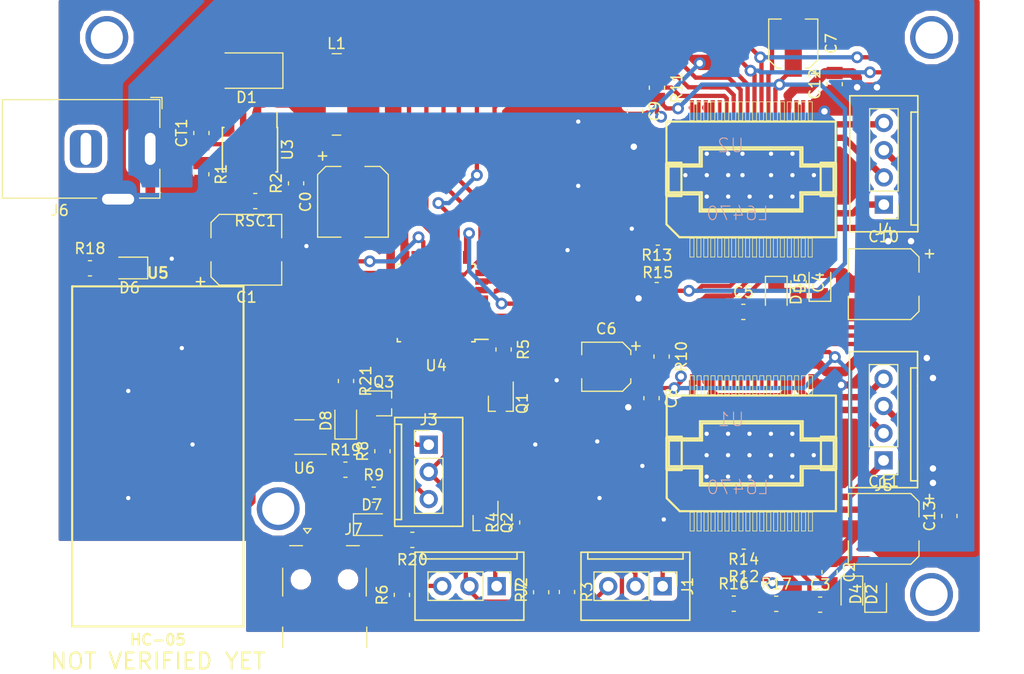
<source format=kicad_pcb>
(kicad_pcb (version 20171130) (host pcbnew 5.0.0-rc2-dev-unknown-2c85de3~62~ubuntu16.04.1)

  (general
    (thickness 1.6)
    (drawings 6)
    (tracks 914)
    (zones 0)
    (modules 62)
    (nets 105)
  )

  (page A4)
  (layers
    (0 F.Cu signal)
    (31 B.Cu signal)
    (32 B.Adhes user)
    (33 F.Adhes user)
    (34 B.Paste user)
    (35 F.Paste user)
    (36 B.SilkS user)
    (37 F.SilkS user)
    (38 B.Mask user)
    (39 F.Mask user)
    (40 Dwgs.User user)
    (41 Cmts.User user)
    (42 Eco1.User user hide)
    (43 Eco2.User user)
    (44 Edge.Cuts user)
    (45 Margin user)
    (46 B.CrtYd user)
    (47 F.CrtYd user)
    (48 B.Fab user)
    (49 F.Fab user)
  )

  (setup
    (last_trace_width 0.4)
    (trace_clearance 0.2)
    (zone_clearance 0.508)
    (zone_45_only yes)
    (trace_min 0.2)
    (segment_width 0.2)
    (edge_width 0.15)
    (via_size 0.8)
    (via_drill 0.4)
    (via_min_size 0.4)
    (via_min_drill 0.3)
    (user_via 4 3)
    (uvia_size 0.3)
    (uvia_drill 0.1)
    (uvias_allowed no)
    (uvia_min_size 0.2)
    (uvia_min_drill 0.1)
    (pcb_text_width 0.3)
    (pcb_text_size 1.5 1.5)
    (mod_edge_width 0.15)
    (mod_text_size 1 1)
    (mod_text_width 0.15)
    (pad_size 1.55 0.6)
    (pad_drill 0)
    (pad_to_mask_clearance 0.2)
    (aux_axis_origin 0 0)
    (visible_elements FFFFFF7F)
    (pcbplotparams
      (layerselection 0x010fc_ffffffff)
      (usegerberextensions false)
      (usegerberattributes false)
      (usegerberadvancedattributes false)
      (creategerberjobfile false)
      (excludeedgelayer true)
      (linewidth 0.100000)
      (plotframeref false)
      (viasonmask false)
      (mode 1)
      (useauxorigin false)
      (hpglpennumber 1)
      (hpglpenspeed 20)
      (hpglpendiameter 15)
      (psnegative false)
      (psa4output false)
      (plotreference true)
      (plotvalue true)
      (plotinvisibletext false)
      (padsonsilk false)
      (subtractmaskfromsilk false)
      (outputformat 1)
      (mirror false)
      (drillshape 1)
      (scaleselection 1)
      (outputdirectory ""))
  )

  (net 0 "")
  (net 1 +3V3)
  (net 2 GND)
  (net 3 +BATT)
  (net 4 "Net-(C2-Pad2)")
  (net 5 "Net-(C3-Pad2)")
  (net 6 "Net-(C3-Pad1)")
  (net 7 "Net-(C4-Pad2)")
  (net 8 "Net-(C5-Pad2)")
  (net 9 "Net-(C5-Pad1)")
  (net 10 "Net-(CT1-Pad1)")
  (net 11 "Net-(D1-Pad1)")
  (net 12 "Net-(J1-Pad3)")
  (net 13 POS_X)
  (net 14 "Net-(J1-Pad1)")
  (net 15 "Net-(J2-Pad3)")
  (net 16 POS_Y)
  (net 17 "Net-(J2-Pad1)")
  (net 18 "Net-(J3-Pad1)")
  (net 19 NEEDLE)
  (net 20 "Net-(J3-Pad3)")
  (net 21 POS_X_EN)
  (net 22 POS_Y_EN)
  (net 23 NEEDLE_EN)
  (net 24 "Net-(R1-Pad1)")
  (net 25 /BOOT0)
  (net 26 /CS1n)
  (net 27 /CS2n)
  (net 28 "Net-(R12-Pad2)")
  (net 29 "Net-(R13-Pad2)")
  (net 30 "Net-(R14-Pad1)")
  (net 31 "Net-(R15-Pad1)")
  (net 32 "Net-(R16-Pad2)")
  (net 33 "Net-(RSC1-Pad1)")
  (net 34 /MOT1_2A)
  (net 35 "Net-(U1-Pad32)")
  (net 36 /FLAGn1)
  (net 37 /BUSYn1)
  (net 38 /MOSI)
  (net 39 /SPICLK)
  (net 40 /MISO)
  (net 41 /MOT1_2B)
  (net 42 /MOT1_1B)
  (net 43 "Net-(U1-Pad11)")
  (net 44 "Net-(U1-Pad10)")
  (net 45 /MOT1_1A)
  (net 46 /MOT2_1A)
  (net 47 "Net-(U2-Pad8)")
  (net 48 "Net-(U2-Pad10)")
  (net 49 "Net-(U2-Pad11)")
  (net 50 /MOT2_1B)
  (net 51 /MOT2_2B)
  (net 52 /BUSYn2)
  (net 53 /FLAGn2)
  (net 54 "Net-(U2-Pad32)")
  (net 55 /MOT2_2A)
  (net 56 "Net-(U4-Pad4)")
  (net 57 "Net-(U4-Pad15)")
  (net 58 "Net-(U4-Pad18)")
  (net 59 /USB_DM)
  (net 60 /USB_DP)
  (net 61 /BT_RX)
  (net 62 /BT_TX)
  (net 63 "Net-(J6-Pad2)")
  (net 64 "Net-(D6-Pad2)")
  (net 65 "Net-(U5-Pad14)")
  (net 66 "Net-(U5-Pad15)")
  (net 67 "Net-(U5-Pad16)")
  (net 68 "Net-(U5-Pad17)")
  (net 69 "Net-(U5-Pad18)")
  (net 70 "Net-(U5-Pad19)")
  (net 71 "Net-(U5-Pad20)")
  (net 72 "Net-(U5-Pad3)")
  (net 73 "Net-(U5-Pad4)")
  (net 74 "Net-(U5-Pad5)")
  (net 75 "Net-(U5-Pad6)")
  (net 76 "Net-(U5-Pad7)")
  (net 77 "Net-(U5-Pad8)")
  (net 78 "Net-(U5-Pad9)")
  (net 79 "Net-(U5-Pad10)")
  (net 80 "Net-(U5-Pad11)")
  (net 81 "Net-(U5-Pad23)")
  (net 82 "Net-(U5-Pad25)")
  (net 83 "Net-(U5-Pad26)")
  (net 84 "Net-(U5-Pad27)")
  (net 85 "Net-(U5-Pad28)")
  (net 86 "Net-(U5-Pad29)")
  (net 87 "Net-(U5-Pad30)")
  (net 88 "Net-(U5-Pad31)")
  (net 89 "Net-(U5-Pad32)")
  (net 90 "Net-(U5-Pad33)")
  (net 91 "Net-(U5-Pad34)")
  (net 92 "Net-(J7-Pad1)")
  (net 93 "Net-(J7-Pad4)")
  (net 94 "Net-(D7-Pad2)")
  (net 95 "Net-(D8-Pad2)")
  (net 96 "Net-(R20-Pad1)")
  (net 97 "Net-(R21-Pad1)")
  (net 98 "Net-(U6-Pad3)")
  (net 99 "Net-(U6-Pad6)")
  (net 100 "Net-(U6-Pad5)")
  (net 101 "Net-(U4-Pad6)")
  (net 102 /VDD_U1)
  (net 103 /VDD_U2)
  (net 104 /LED_BT)

  (net_class Default "This is the default net class."
    (clearance 0.2)
    (trace_width 0.4)
    (via_dia 0.8)
    (via_drill 0.4)
    (uvia_dia 0.3)
    (uvia_drill 0.1)
    (add_net +3V3)
    (add_net /BOOT0)
    (add_net /BT_RX)
    (add_net /BT_TX)
    (add_net /BUSYn1)
    (add_net /BUSYn2)
    (add_net /CS1n)
    (add_net /CS2n)
    (add_net /FLAGn1)
    (add_net /FLAGn2)
    (add_net /LED_BT)
    (add_net /MISO)
    (add_net /MOSI)
    (add_net /SPICLK)
    (add_net /USB_DM)
    (add_net /USB_DP)
    (add_net /VDD_U1)
    (add_net /VDD_U2)
    (add_net GND)
    (add_net NEEDLE)
    (add_net NEEDLE_EN)
    (add_net "Net-(C2-Pad2)")
    (add_net "Net-(C3-Pad1)")
    (add_net "Net-(C3-Pad2)")
    (add_net "Net-(C4-Pad2)")
    (add_net "Net-(C5-Pad1)")
    (add_net "Net-(C5-Pad2)")
    (add_net "Net-(CT1-Pad1)")
    (add_net "Net-(D1-Pad1)")
    (add_net "Net-(D6-Pad2)")
    (add_net "Net-(D7-Pad2)")
    (add_net "Net-(D8-Pad2)")
    (add_net "Net-(J1-Pad1)")
    (add_net "Net-(J1-Pad3)")
    (add_net "Net-(J2-Pad1)")
    (add_net "Net-(J2-Pad3)")
    (add_net "Net-(J3-Pad1)")
    (add_net "Net-(J3-Pad3)")
    (add_net "Net-(J6-Pad2)")
    (add_net "Net-(J7-Pad1)")
    (add_net "Net-(J7-Pad4)")
    (add_net "Net-(R1-Pad1)")
    (add_net "Net-(R12-Pad2)")
    (add_net "Net-(R13-Pad2)")
    (add_net "Net-(R14-Pad1)")
    (add_net "Net-(R15-Pad1)")
    (add_net "Net-(R16-Pad2)")
    (add_net "Net-(R20-Pad1)")
    (add_net "Net-(R21-Pad1)")
    (add_net "Net-(RSC1-Pad1)")
    (add_net "Net-(U1-Pad10)")
    (add_net "Net-(U1-Pad11)")
    (add_net "Net-(U1-Pad32)")
    (add_net "Net-(U2-Pad10)")
    (add_net "Net-(U2-Pad11)")
    (add_net "Net-(U2-Pad32)")
    (add_net "Net-(U2-Pad8)")
    (add_net "Net-(U4-Pad15)")
    (add_net "Net-(U4-Pad18)")
    (add_net "Net-(U4-Pad4)")
    (add_net "Net-(U4-Pad6)")
    (add_net "Net-(U5-Pad10)")
    (add_net "Net-(U5-Pad11)")
    (add_net "Net-(U5-Pad14)")
    (add_net "Net-(U5-Pad15)")
    (add_net "Net-(U5-Pad16)")
    (add_net "Net-(U5-Pad17)")
    (add_net "Net-(U5-Pad18)")
    (add_net "Net-(U5-Pad19)")
    (add_net "Net-(U5-Pad20)")
    (add_net "Net-(U5-Pad23)")
    (add_net "Net-(U5-Pad25)")
    (add_net "Net-(U5-Pad26)")
    (add_net "Net-(U5-Pad27)")
    (add_net "Net-(U5-Pad28)")
    (add_net "Net-(U5-Pad29)")
    (add_net "Net-(U5-Pad3)")
    (add_net "Net-(U5-Pad30)")
    (add_net "Net-(U5-Pad31)")
    (add_net "Net-(U5-Pad32)")
    (add_net "Net-(U5-Pad33)")
    (add_net "Net-(U5-Pad34)")
    (add_net "Net-(U5-Pad4)")
    (add_net "Net-(U5-Pad5)")
    (add_net "Net-(U5-Pad6)")
    (add_net "Net-(U5-Pad7)")
    (add_net "Net-(U5-Pad8)")
    (add_net "Net-(U5-Pad9)")
    (add_net "Net-(U6-Pad3)")
    (add_net "Net-(U6-Pad5)")
    (add_net "Net-(U6-Pad6)")
    (add_net POS_X)
    (add_net POS_X_EN)
    (add_net POS_Y)
    (add_net POS_Y_EN)
  )

  (net_class "power drivers" ""
    (clearance 0.2)
    (trace_width 0.9)
    (via_dia 0.8)
    (via_drill 0.4)
    (uvia_dia 0.3)
    (uvia_drill 0.1)
    (add_net +BATT)
  )

  (net_class "power motors" ""
    (clearance 0.1)
    (trace_width 0.6)
    (via_dia 0.8)
    (via_drill 0.4)
    (uvia_dia 0.3)
    (uvia_drill 0.1)
    (add_net /MOT1_1A)
    (add_net /MOT1_1B)
    (add_net /MOT1_2A)
    (add_net /MOT1_2B)
    (add_net /MOT2_1A)
    (add_net /MOT2_1B)
    (add_net /MOT2_2A)
    (add_net /MOT2_2B)
  )

  (module Capacitor_SMD:C_0805_2012Metric_Pad1.15x1.50mm_HandSolder (layer F.Cu) (tedit 59FE48B8) (tstamp 5AD36C5F)
    (at 183.425 96.6216)
    (descr "Capacitor SMD 0805 (2012 Metric), square (rectangular) end terminal, IPC_7351 nominal with elongated pad for handsoldering. (Body size source: http://www.tortai-tech.com/upload/download/2011102023233369053.pdf), generated with kicad-footprint-generator")
    (tags "capacitor handsolder")
    (path /5AA112E6)
    (attr smd)
    (fp_text reference C5 (at 0 -1.85) (layer F.SilkS)
      (effects (font (size 1 1) (thickness 0.15)))
    )
    (fp_text value 10n (at 0 1.85) (layer F.Fab)
      (effects (font (size 1 1) (thickness 0.15)))
    )
    (fp_text user %R (at -0.65676 0.05842) (layer F.Fab)
      (effects (font (size 0.5 0.5) (thickness 0.08)))
    )
    (fp_line (start 1.86 1) (end -1.86 1) (layer F.CrtYd) (width 0.05))
    (fp_line (start 1.86 -1) (end 1.86 1) (layer F.CrtYd) (width 0.05))
    (fp_line (start -1.86 -1) (end 1.86 -1) (layer F.CrtYd) (width 0.05))
    (fp_line (start -1.86 1) (end -1.86 -1) (layer F.CrtYd) (width 0.05))
    (fp_line (start -0.15 0.71) (end 0.15 0.71) (layer F.SilkS) (width 0.12))
    (fp_line (start -0.15 -0.71) (end 0.15 -0.71) (layer F.SilkS) (width 0.12))
    (fp_line (start 1 0.6) (end -1 0.6) (layer F.Fab) (width 0.1))
    (fp_line (start 1 -0.6) (end 1 0.6) (layer F.Fab) (width 0.1))
    (fp_line (start -1 -0.6) (end 1 -0.6) (layer F.Fab) (width 0.1))
    (fp_line (start -1 0.6) (end -1 -0.6) (layer F.Fab) (width 0.1))
    (pad 2 smd rect (at 1.0425 0) (size 1.145 1.5) (layers F.Cu F.Paste F.Mask)
      (net 8 "Net-(C5-Pad2)"))
    (pad 1 smd rect (at -1.0425 0) (size 1.145 1.5) (layers F.Cu F.Paste F.Mask)
      (net 9 "Net-(C5-Pad1)"))
    (model ${KISYS3DMOD}/Capacitor_SMD.3dshapes/C_0805_2012Metric.wrl
      (at (xyz 0 0 0))
      (scale (xyz 1 1 1))
      (rotate (xyz 0 0 0))
    )
  )

  (module Resistor_SMD:R_0805_2012Metric_Pad1.15x1.50mm_HandSolder (layer F.Cu) (tedit 59FE48B8) (tstamp 5AD30E39)
    (at 175.3478 93.1672)
    (descr "Resistor SMD 0805 (2012 Metric), square (rectangular) end terminal, IPC_7351 nominal with elongated pad for handsoldering. (Body size source: http://www.tortai-tech.com/upload/download/2011102023233369053.pdf), generated with kicad-footprint-generator")
    (tags "resistor handsolder")
    (path /5AA112CC)
    (attr smd)
    (fp_text reference R13 (at 0 -1.85) (layer F.SilkS)
      (effects (font (size 1 1) (thickness 0.15)))
    )
    (fp_text value 10k (at 0 1.85) (layer F.Fab)
      (effects (font (size 1 1) (thickness 0.15)))
    )
    (fp_line (start -1 0.6) (end -1 -0.6) (layer F.Fab) (width 0.1))
    (fp_line (start -1 -0.6) (end 1 -0.6) (layer F.Fab) (width 0.1))
    (fp_line (start 1 -0.6) (end 1 0.6) (layer F.Fab) (width 0.1))
    (fp_line (start 1 0.6) (end -1 0.6) (layer F.Fab) (width 0.1))
    (fp_line (start -0.15 -0.71) (end 0.15 -0.71) (layer F.SilkS) (width 0.12))
    (fp_line (start -0.15 0.71) (end 0.15 0.71) (layer F.SilkS) (width 0.12))
    (fp_line (start -1.86 1) (end -1.86 -1) (layer F.CrtYd) (width 0.05))
    (fp_line (start -1.86 -1) (end 1.86 -1) (layer F.CrtYd) (width 0.05))
    (fp_line (start 1.86 -1) (end 1.86 1) (layer F.CrtYd) (width 0.05))
    (fp_line (start 1.86 1) (end -1.86 1) (layer F.CrtYd) (width 0.05))
    (fp_text user %R (at 0 0) (layer F.Fab)
      (effects (font (size 0.5 0.5) (thickness 0.08)))
    )
    (pad 1 smd rect (at -1.0425 0) (size 1.145 1.5) (layers F.Cu F.Paste F.Mask)
      (net 103 /VDD_U2))
    (pad 2 smd rect (at 1.0425 0) (size 1.145 1.5) (layers F.Cu F.Paste F.Mask)
      (net 29 "Net-(R13-Pad2)"))
    (model ${KISYS3DMOD}/Resistor_SMD.3dshapes/R_0805_2012Metric.wrl
      (at (xyz 0 0 0))
      (scale (xyz 1 1 1))
      (rotate (xyz 0 0 0))
    )
  )

  (module Diode_SMD:D_0805_2012Metric_Pad0.97x1.50mm_HandSolder (layer F.Cu) (tedit 5A00A67B) (tstamp 5AB12A24)
    (at 195.7832 122.9639 90)
    (descr "Diode SMD 0805 (2012 Metric), square (rectangular) end terminal, IPC_7351 nominal, (Body size source: http://www.tortai-tech.com/upload/download/2011102023233369053.pdf), generated with kicad-footprint-generator")
    (tags "diode handsolder")
    (path /5A9FE92B)
    (attr smd)
    (fp_text reference D4 (at 0 -1.85 90) (layer F.SilkS)
      (effects (font (size 1 1) (thickness 0.15)))
    )
    (fp_text value D (at 0 1.85 90) (layer F.Fab)
      (effects (font (size 1 1) (thickness 0.15)))
    )
    (fp_line (start 1 -0.6) (end -0.7 -0.6) (layer F.Fab) (width 0.1))
    (fp_line (start -0.7 -0.6) (end -1 -0.3) (layer F.Fab) (width 0.1))
    (fp_line (start -1 -0.3) (end -1 0.6) (layer F.Fab) (width 0.1))
    (fp_line (start -1 0.6) (end 1 0.6) (layer F.Fab) (width 0.1))
    (fp_line (start 1 0.6) (end 1 -0.6) (layer F.Fab) (width 0.1))
    (fp_line (start 1 -1.01) (end -1.7 -1.01) (layer F.SilkS) (width 0.12))
    (fp_line (start -1.7 -1.01) (end -1.7 1.01) (layer F.SilkS) (width 0.12))
    (fp_line (start -1.7 1.01) (end 1 1.01) (layer F.SilkS) (width 0.12))
    (fp_line (start -1.69 1) (end -1.69 -1) (layer F.CrtYd) (width 0.05))
    (fp_line (start -1.69 -1) (end 1.69 -1) (layer F.CrtYd) (width 0.05))
    (fp_line (start 1.69 -1) (end 1.69 1) (layer F.CrtYd) (width 0.05))
    (fp_line (start 1.69 1) (end -1.69 1) (layer F.CrtYd) (width 0.05))
    (fp_text user %R (at 0 0 90) (layer F.Fab)
      (effects (font (size 0.5 0.5) (thickness 0.08)))
    )
    (pad 1 smd rect (at -0.955 0 90) (size 0.97 1.5) (layers F.Cu F.Paste F.Mask)
      (net 5 "Net-(C3-Pad2)"))
    (pad 2 smd rect (at 0.955 0 90) (size 0.97 1.5) (layers F.Cu F.Paste F.Mask)
      (net 3 +BATT))
    (model ${KISYS3DMOD}/Diode_SMD.3dshapes/D_0805_2012Metric.wrl
      (at (xyz 0 0 0))
      (scale (xyz 1 1 1))
      (rotate (xyz 0 0 0))
    )
  )

  (module OE_lib:POWERSO36 (layer F.Cu) (tedit 5AAAD641) (tstamp 5AA8E7E2)
    (at 184.17286 109.8296)
    (descr "36 LEADS POWER SMALL OUTLINE PACKAGE")
    (tags "36 LEADS POWER SMALL OUTLINE PACKAGE")
    (path /5A9F0D24)
    (attr smd)
    (fp_text reference U1 (at -1.905 -3.175) (layer B.SilkS)
      (effects (font (size 1.27 1.27) (thickness 0.0889)) (justify mirror))
    )
    (fp_text value L6470 (at -1.27 3.175) (layer B.SilkS)
      (effects (font (size 1.27 1.27) (thickness 0.0889)) (justify mirror))
    )
    (fp_line (start -5.715 7.24916) (end -5.334 7.24916) (layer F.SilkS) (width 0.06604))
    (fp_line (start -5.334 7.24916) (end -5.334 5.4991) (layer F.SilkS) (width 0.06604))
    (fp_line (start -5.715 5.4991) (end -5.334 5.4991) (layer F.SilkS) (width 0.06604))
    (fp_line (start -5.715 7.24916) (end -5.715 5.4991) (layer F.SilkS) (width 0.06604))
    (fp_line (start -5.06476 7.24916) (end -4.68376 7.24916) (layer F.SilkS) (width 0.06604))
    (fp_line (start -4.68376 7.24916) (end -4.68376 5.4991) (layer F.SilkS) (width 0.06604))
    (fp_line (start -5.06476 5.4991) (end -4.68376 5.4991) (layer F.SilkS) (width 0.06604))
    (fp_line (start -5.06476 7.24916) (end -5.06476 5.4991) (layer F.SilkS) (width 0.06604))
    (fp_line (start -4.41452 7.24916) (end -4.03352 7.24916) (layer F.SilkS) (width 0.06604))
    (fp_line (start -4.03352 7.24916) (end -4.03352 5.4991) (layer F.SilkS) (width 0.06604))
    (fp_line (start -4.41452 5.4991) (end -4.03352 5.4991) (layer F.SilkS) (width 0.06604))
    (fp_line (start -4.41452 7.24916) (end -4.41452 5.4991) (layer F.SilkS) (width 0.06604))
    (fp_line (start -3.76428 7.24916) (end -3.38328 7.24916) (layer F.SilkS) (width 0.06604))
    (fp_line (start -3.38328 7.24916) (end -3.38328 5.4991) (layer F.SilkS) (width 0.06604))
    (fp_line (start -3.76428 5.4991) (end -3.38328 5.4991) (layer F.SilkS) (width 0.06604))
    (fp_line (start -3.76428 7.24916) (end -3.76428 5.4991) (layer F.SilkS) (width 0.06604))
    (fp_line (start -3.11404 7.24916) (end -2.73304 7.24916) (layer F.SilkS) (width 0.06604))
    (fp_line (start -2.73304 7.24916) (end -2.73304 5.4991) (layer F.SilkS) (width 0.06604))
    (fp_line (start -3.11404 5.4991) (end -2.73304 5.4991) (layer F.SilkS) (width 0.06604))
    (fp_line (start -3.11404 7.24916) (end -3.11404 5.4991) (layer F.SilkS) (width 0.06604))
    (fp_line (start -2.4638 7.24916) (end -2.0828 7.24916) (layer F.SilkS) (width 0.06604))
    (fp_line (start -2.0828 7.24916) (end -2.0828 5.4991) (layer F.SilkS) (width 0.06604))
    (fp_line (start -2.4638 5.4991) (end -2.0828 5.4991) (layer F.SilkS) (width 0.06604))
    (fp_line (start -2.4638 7.24916) (end -2.4638 5.4991) (layer F.SilkS) (width 0.06604))
    (fp_line (start -1.81356 7.24916) (end -1.43256 7.24916) (layer F.SilkS) (width 0.06604))
    (fp_line (start -1.43256 7.24916) (end -1.43256 5.4991) (layer F.SilkS) (width 0.06604))
    (fp_line (start -1.81356 5.4991) (end -1.43256 5.4991) (layer F.SilkS) (width 0.06604))
    (fp_line (start -1.81356 7.24916) (end -1.81356 5.4991) (layer F.SilkS) (width 0.06604))
    (fp_line (start -1.16332 7.24916) (end -0.78486 7.24916) (layer F.SilkS) (width 0.06604))
    (fp_line (start -0.78486 7.24916) (end -0.78486 5.4991) (layer F.SilkS) (width 0.06604))
    (fp_line (start -1.16332 5.4991) (end -0.78486 5.4991) (layer F.SilkS) (width 0.06604))
    (fp_line (start -1.16332 7.24916) (end -1.16332 5.4991) (layer F.SilkS) (width 0.06604))
    (fp_line (start -0.51308 7.24916) (end -0.13462 7.24916) (layer F.SilkS) (width 0.06604))
    (fp_line (start -0.13462 7.24916) (end -0.13462 5.4991) (layer F.SilkS) (width 0.06604))
    (fp_line (start -0.51308 5.4991) (end -0.13462 5.4991) (layer F.SilkS) (width 0.06604))
    (fp_line (start -0.51308 7.24916) (end -0.51308 5.4991) (layer F.SilkS) (width 0.06604))
    (fp_line (start 0.13462 7.24916) (end 0.51308 7.24916) (layer F.SilkS) (width 0.06604))
    (fp_line (start 0.51308 7.24916) (end 0.51308 5.4991) (layer F.SilkS) (width 0.06604))
    (fp_line (start 0.13462 5.4991) (end 0.51308 5.4991) (layer F.SilkS) (width 0.06604))
    (fp_line (start 0.13462 7.24916) (end 0.13462 5.4991) (layer F.SilkS) (width 0.06604))
    (fp_line (start 0.78486 7.24916) (end 1.16332 7.24916) (layer F.SilkS) (width 0.06604))
    (fp_line (start 1.16332 7.24916) (end 1.16332 5.4991) (layer F.SilkS) (width 0.06604))
    (fp_line (start 0.78486 5.4991) (end 1.16332 5.4991) (layer F.SilkS) (width 0.06604))
    (fp_line (start 0.78486 7.24916) (end 0.78486 5.4991) (layer F.SilkS) (width 0.06604))
    (fp_line (start 1.43256 7.24916) (end 1.81356 7.24916) (layer F.SilkS) (width 0.06604))
    (fp_line (start 1.81356 7.24916) (end 1.81356 5.4991) (layer F.SilkS) (width 0.06604))
    (fp_line (start 1.43256 5.4991) (end 1.81356 5.4991) (layer F.SilkS) (width 0.06604))
    (fp_line (start 1.43256 7.24916) (end 1.43256 5.4991) (layer F.SilkS) (width 0.06604))
    (fp_line (start 2.0828 7.24916) (end 2.4638 7.24916) (layer F.SilkS) (width 0.06604))
    (fp_line (start 2.4638 7.24916) (end 2.4638 5.4991) (layer F.SilkS) (width 0.06604))
    (fp_line (start 2.0828 5.4991) (end 2.4638 5.4991) (layer F.SilkS) (width 0.06604))
    (fp_line (start 2.0828 7.24916) (end 2.0828 5.4991) (layer F.SilkS) (width 0.06604))
    (fp_line (start 2.73304 7.24916) (end 3.11404 7.24916) (layer F.SilkS) (width 0.06604))
    (fp_line (start 3.11404 7.24916) (end 3.11404 5.4991) (layer F.SilkS) (width 0.06604))
    (fp_line (start 2.73304 5.4991) (end 3.11404 5.4991) (layer F.SilkS) (width 0.06604))
    (fp_line (start 2.73304 7.24916) (end 2.73304 5.4991) (layer F.SilkS) (width 0.06604))
    (fp_line (start 3.38328 7.24916) (end 3.76428 7.24916) (layer F.SilkS) (width 0.06604))
    (fp_line (start 3.76428 7.24916) (end 3.76428 5.4991) (layer F.SilkS) (width 0.06604))
    (fp_line (start 3.38328 5.4991) (end 3.76428 5.4991) (layer F.SilkS) (width 0.06604))
    (fp_line (start 3.38328 7.24916) (end 3.38328 5.4991) (layer F.SilkS) (width 0.06604))
    (fp_line (start 4.03352 7.24916) (end 4.41452 7.24916) (layer F.SilkS) (width 0.06604))
    (fp_line (start 4.41452 7.24916) (end 4.41452 5.4991) (layer F.SilkS) (width 0.06604))
    (fp_line (start 4.03352 5.4991) (end 4.41452 5.4991) (layer F.SilkS) (width 0.06604))
    (fp_line (start 4.03352 7.24916) (end 4.03352 5.4991) (layer F.SilkS) (width 0.06604))
    (fp_line (start 4.68376 7.24916) (end 5.06476 7.24916) (layer F.SilkS) (width 0.06604))
    (fp_line (start 5.06476 7.24916) (end 5.06476 5.4991) (layer F.SilkS) (width 0.06604))
    (fp_line (start 4.68376 5.4991) (end 5.06476 5.4991) (layer F.SilkS) (width 0.06604))
    (fp_line (start 4.68376 7.24916) (end 4.68376 5.4991) (layer F.SilkS) (width 0.06604))
    (fp_line (start 5.334 7.24916) (end 5.715 7.24916) (layer F.SilkS) (width 0.06604))
    (fp_line (start 5.715 7.24916) (end 5.715 5.4991) (layer F.SilkS) (width 0.06604))
    (fp_line (start 5.334 5.4991) (end 5.715 5.4991) (layer F.SilkS) (width 0.06604))
    (fp_line (start 5.334 7.24916) (end 5.334 5.4991) (layer F.SilkS) (width 0.06604))
    (fp_line (start 5.334 -5.4991) (end 5.715 -5.4991) (layer F.SilkS) (width 0.06604))
    (fp_line (start 5.715 -5.4991) (end 5.715 -7.24916) (layer F.SilkS) (width 0.06604))
    (fp_line (start 5.334 -7.24916) (end 5.715 -7.24916) (layer F.SilkS) (width 0.06604))
    (fp_line (start 5.334 -5.4991) (end 5.334 -7.24916) (layer F.SilkS) (width 0.06604))
    (fp_line (start 4.68376 -5.4991) (end 5.06476 -5.4991) (layer F.SilkS) (width 0.06604))
    (fp_line (start 5.06476 -5.4991) (end 5.06476 -7.24916) (layer F.SilkS) (width 0.06604))
    (fp_line (start 4.68376 -7.24916) (end 5.06476 -7.24916) (layer F.SilkS) (width 0.06604))
    (fp_line (start 4.68376 -5.4991) (end 4.68376 -7.24916) (layer F.SilkS) (width 0.06604))
    (fp_line (start 4.03352 -5.4991) (end 4.41452 -5.4991) (layer F.SilkS) (width 0.06604))
    (fp_line (start 4.41452 -5.4991) (end 4.41452 -7.24916) (layer F.SilkS) (width 0.06604))
    (fp_line (start 4.03352 -7.24916) (end 4.41452 -7.24916) (layer F.SilkS) (width 0.06604))
    (fp_line (start 4.03352 -5.4991) (end 4.03352 -7.24916) (layer F.SilkS) (width 0.06604))
    (fp_line (start 3.38328 -5.4991) (end 3.76428 -5.4991) (layer F.SilkS) (width 0.06604))
    (fp_line (start 3.76428 -5.4991) (end 3.76428 -7.24916) (layer F.SilkS) (width 0.06604))
    (fp_line (start 3.38328 -7.24916) (end 3.76428 -7.24916) (layer F.SilkS) (width 0.06604))
    (fp_line (start 3.38328 -5.4991) (end 3.38328 -7.24916) (layer F.SilkS) (width 0.06604))
    (fp_line (start 2.73304 -5.4991) (end 3.11404 -5.4991) (layer F.SilkS) (width 0.06604))
    (fp_line (start 3.11404 -5.4991) (end 3.11404 -7.24916) (layer F.SilkS) (width 0.06604))
    (fp_line (start 2.73304 -7.24916) (end 3.11404 -7.24916) (layer F.SilkS) (width 0.06604))
    (fp_line (start 2.73304 -5.4991) (end 2.73304 -7.24916) (layer F.SilkS) (width 0.06604))
    (fp_line (start 2.0828 -5.4991) (end 2.4638 -5.4991) (layer F.SilkS) (width 0.06604))
    (fp_line (start 2.4638 -5.4991) (end 2.4638 -7.24916) (layer F.SilkS) (width 0.06604))
    (fp_line (start 2.0828 -7.24916) (end 2.4638 -7.24916) (layer F.SilkS) (width 0.06604))
    (fp_line (start 2.0828 -5.4991) (end 2.0828 -7.24916) (layer F.SilkS) (width 0.06604))
    (fp_line (start 1.43256 -5.4991) (end 1.81356 -5.4991) (layer F.SilkS) (width 0.06604))
    (fp_line (start 1.81356 -5.4991) (end 1.81356 -7.24916) (layer F.SilkS) (width 0.06604))
    (fp_line (start 1.43256 -7.24916) (end 1.81356 -7.24916) (layer F.SilkS) (width 0.06604))
    (fp_line (start 1.43256 -5.4991) (end 1.43256 -7.24916) (layer F.SilkS) (width 0.06604))
    (fp_line (start 0.78486 -5.4991) (end 1.16332 -5.4991) (layer F.SilkS) (width 0.06604))
    (fp_line (start 1.16332 -5.4991) (end 1.16332 -7.24916) (layer F.SilkS) (width 0.06604))
    (fp_line (start 0.78486 -7.24916) (end 1.16332 -7.24916) (layer F.SilkS) (width 0.06604))
    (fp_line (start 0.78486 -5.4991) (end 0.78486 -7.24916) (layer F.SilkS) (width 0.06604))
    (fp_line (start 0.13462 -5.4991) (end 0.51308 -5.4991) (layer F.SilkS) (width 0.06604))
    (fp_line (start 0.51308 -5.4991) (end 0.51308 -7.24916) (layer F.SilkS) (width 0.06604))
    (fp_line (start 0.13462 -7.24916) (end 0.51308 -7.24916) (layer F.SilkS) (width 0.06604))
    (fp_line (start 0.13462 -5.4991) (end 0.13462 -7.24916) (layer F.SilkS) (width 0.06604))
    (fp_line (start -0.51308 -5.4991) (end -0.13462 -5.4991) (layer F.SilkS) (width 0.06604))
    (fp_line (start -0.13462 -5.4991) (end -0.13462 -7.24916) (layer F.SilkS) (width 0.06604))
    (fp_line (start -0.51308 -7.24916) (end -0.13462 -7.24916) (layer F.SilkS) (width 0.06604))
    (fp_line (start -0.51308 -5.4991) (end -0.51308 -7.24916) (layer F.SilkS) (width 0.06604))
    (fp_line (start -1.16332 -5.4991) (end -0.78486 -5.4991) (layer F.SilkS) (width 0.06604))
    (fp_line (start -0.78486 -5.4991) (end -0.78486 -7.24916) (layer F.SilkS) (width 0.06604))
    (fp_line (start -1.16332 -7.24916) (end -0.78486 -7.24916) (layer F.SilkS) (width 0.06604))
    (fp_line (start -1.16332 -5.4991) (end -1.16332 -7.24916) (layer F.SilkS) (width 0.06604))
    (fp_line (start -1.81356 -5.4991) (end -1.43256 -5.4991) (layer F.SilkS) (width 0.06604))
    (fp_line (start -1.43256 -5.4991) (end -1.43256 -7.24916) (layer F.SilkS) (width 0.06604))
    (fp_line (start -1.81356 -7.24916) (end -1.43256 -7.24916) (layer F.SilkS) (width 0.06604))
    (fp_line (start -1.81356 -5.4991) (end -1.81356 -7.24916) (layer F.SilkS) (width 0.06604))
    (fp_line (start -2.4638 -5.4991) (end -2.0828 -5.4991) (layer F.SilkS) (width 0.06604))
    (fp_line (start -2.0828 -5.4991) (end -2.0828 -7.24916) (layer F.SilkS) (width 0.06604))
    (fp_line (start -2.4638 -7.24916) (end -2.0828 -7.24916) (layer F.SilkS) (width 0.06604))
    (fp_line (start -2.4638 -5.4991) (end -2.4638 -7.24916) (layer F.SilkS) (width 0.06604))
    (fp_line (start -3.11404 -5.4991) (end -2.73304 -5.4991) (layer F.SilkS) (width 0.06604))
    (fp_line (start -2.73304 -5.4991) (end -2.73304 -7.24916) (layer F.SilkS) (width 0.06604))
    (fp_line (start -3.11404 -7.24916) (end -2.73304 -7.24916) (layer F.SilkS) (width 0.06604))
    (fp_line (start -3.11404 -5.4991) (end -3.11404 -7.24916) (layer F.SilkS) (width 0.06604))
    (fp_line (start -3.76428 -5.4991) (end -3.38328 -5.4991) (layer F.SilkS) (width 0.06604))
    (fp_line (start -3.38328 -5.4991) (end -3.38328 -7.24916) (layer F.SilkS) (width 0.06604))
    (fp_line (start -3.76428 -7.24916) (end -3.38328 -7.24916) (layer F.SilkS) (width 0.06604))
    (fp_line (start -3.76428 -5.4991) (end -3.76428 -7.24916) (layer F.SilkS) (width 0.06604))
    (fp_line (start -4.41452 -5.4991) (end -4.03352 -5.4991) (layer F.SilkS) (width 0.06604))
    (fp_line (start -4.03352 -5.4991) (end -4.03352 -7.24916) (layer F.SilkS) (width 0.06604))
    (fp_line (start -4.41452 -7.24916) (end -4.03352 -7.24916) (layer F.SilkS) (width 0.06604))
    (fp_line (start -4.41452 -5.4991) (end -4.41452 -7.24916) (layer F.SilkS) (width 0.06604))
    (fp_line (start -5.06476 -5.4991) (end -4.68376 -5.4991) (layer F.SilkS) (width 0.06604))
    (fp_line (start -4.68376 -5.4991) (end -4.68376 -7.24916) (layer F.SilkS) (width 0.06604))
    (fp_line (start -5.06476 -7.24916) (end -4.68376 -7.24916) (layer F.SilkS) (width 0.06604))
    (fp_line (start -5.06476 -5.4991) (end -5.06476 -7.24916) (layer F.SilkS) (width 0.06604))
    (fp_line (start -5.715 -5.4991) (end -5.334 -5.4991) (layer F.SilkS) (width 0.06604))
    (fp_line (start -5.334 -5.4991) (end -5.334 -7.24916) (layer F.SilkS) (width 0.06604))
    (fp_line (start -5.715 -7.24916) (end -5.334 -7.24916) (layer F.SilkS) (width 0.06604))
    (fp_line (start -5.715 -5.4991) (end -5.715 -7.24916) (layer F.SilkS) (width 0.06604))
    (fp_line (start -7.99846 1.4986) (end -6.49986 1.4986) (layer F.SilkS) (width 0.06604))
    (fp_line (start -6.49986 1.4986) (end -6.49986 -1.4986) (layer F.SilkS) (width 0.06604))
    (fp_line (start -7.99846 -1.4986) (end -6.49986 -1.4986) (layer F.SilkS) (width 0.06604))
    (fp_line (start -7.99846 1.4986) (end -7.99846 -1.4986) (layer F.SilkS) (width 0.06604))
    (fp_line (start 6.49986 1.4986) (end 7.99846 1.4986) (layer F.SilkS) (width 0.06604))
    (fp_line (start 7.99846 1.4986) (end 7.99846 -1.4986) (layer F.SilkS) (width 0.06604))
    (fp_line (start 6.49986 -1.4986) (end 7.99846 -1.4986) (layer F.SilkS) (width 0.06604))
    (fp_line (start 6.49986 1.4986) (end 6.49986 -1.4986) (layer F.SilkS) (width 0.06604))
    (fp_line (start -6.49986 5.3975) (end -6.68782 5.3975) (layer F.SilkS) (width 0.2032))
    (fp_line (start -6.68782 5.3975) (end -7.8994 4.18846) (layer F.SilkS) (width 0.2032))
    (fp_line (start -7.8994 4.18846) (end -7.8994 4.00812) (layer F.SilkS) (width 0.2032))
    (fp_line (start -7.8994 4.00812) (end -7.8994 1.55956) (layer F.SilkS) (width 0.2032))
    (fp_line (start -7.8994 1.55956) (end -6.49986 1.55956) (layer F.SilkS) (width 0.2032))
    (fp_line (start -6.49986 1.55956) (end -6.49986 -1.55956) (layer F.SilkS) (width 0.2032))
    (fp_line (start -6.49986 -1.55956) (end -7.8994 -1.55956) (layer F.SilkS) (width 0.2032))
    (fp_line (start -7.8994 -1.55956) (end -7.8994 -5.3975) (layer F.SilkS) (width 0.2032))
    (fp_line (start -7.8994 -5.3975) (end 7.8994 -5.3975) (layer F.SilkS) (width 0.2032))
    (fp_line (start 7.8994 -5.3975) (end 7.8994 -1.55956) (layer F.SilkS) (width 0.2032))
    (fp_line (start 7.8994 1.55956) (end 7.8994 5.3975) (layer F.SilkS) (width 0.2032))
    (fp_line (start 7.8994 5.3975) (end -6.49986 5.3975) (layer F.SilkS) (width 0.2032))
    (fp_line (start 7.8994 -1.55956) (end 6.49986 -1.55956) (layer F.SilkS) (width 0.2032))
    (fp_line (start 6.49986 -1.55956) (end 6.49986 1.55956) (layer F.SilkS) (width 0.2032))
    (fp_line (start 6.49986 1.55956) (end 7.8994 1.55956) (layer F.SilkS) (width 0.2032))
    (fp_line (start -4.89966 1.39954) (end -7.8994 1.39954) (layer F.SilkS) (width 0.2032))
    (fp_line (start -7.8994 1.39954) (end -7.8994 -1.39954) (layer F.SilkS) (width 0.2032))
    (fp_line (start -7.8994 -1.39954) (end -4.79806 -1.39954) (layer F.SilkS) (width 0.2032))
    (fp_line (start -4.79806 -1.39954) (end -4.79806 -2.99974) (layer F.SilkS) (width 0.2032))
    (fp_line (start -4.79806 -2.99974) (end 4.79806 -2.99974) (layer F.SilkS) (width 0.2032))
    (fp_line (start 4.79806 -2.99974) (end 4.79806 -1.39954) (layer F.SilkS) (width 0.2032))
    (fp_line (start 4.79806 -1.39954) (end 7.8994 -1.39954) (layer F.SilkS) (width 0.2032))
    (fp_line (start 7.8994 -1.39954) (end 7.8994 1.39954) (layer F.SilkS) (width 0.2032))
    (fp_line (start 7.8994 1.39954) (end 4.79806 1.39954) (layer F.SilkS) (width 0.2032))
    (fp_line (start 4.79806 1.39954) (end 4.79806 2.99974) (layer F.SilkS) (width 0.2032))
    (fp_line (start 4.79806 2.99974) (end -4.79806 2.99974) (layer F.SilkS) (width 0.2032))
    (fp_line (start -4.79806 2.99974) (end -4.79806 1.39954) (layer F.SilkS) (width 0.2032))
    (fp_line (start -4.79806 1.39954) (end -4.89966 1.39954) (layer F.SilkS) (width 0.2032))
    (fp_line (start -7.69874 -1.19888) (end -4.59994 -1.19888) (layer F.SilkS) (width 0.2032))
    (fp_line (start -4.59994 -1.19888) (end -4.59994 -2.79908) (layer F.SilkS) (width 0.2032))
    (fp_line (start -4.59994 -2.79908) (end 4.59994 -2.79908) (layer F.SilkS) (width 0.2032))
    (fp_line (start 4.59994 -2.79908) (end 4.59994 -1.19888) (layer F.SilkS) (width 0.2032))
    (fp_line (start 4.59994 -1.19888) (end 7.69874 -1.19888) (layer F.SilkS) (width 0.2032))
    (fp_line (start 7.69874 -1.19888) (end 7.69874 1.19888) (layer F.SilkS) (width 0.2032))
    (fp_line (start 7.69874 1.19888) (end 4.59994 1.19888) (layer F.SilkS) (width 0.2032))
    (fp_line (start 4.59994 1.19888) (end 4.59994 2.79908) (layer F.SilkS) (width 0.2032))
    (fp_line (start 4.59994 2.79908) (end -4.59994 2.79908) (layer F.SilkS) (width 0.2032))
    (fp_line (start -4.59994 2.79908) (end -4.59994 1.19888) (layer F.SilkS) (width 0.2032))
    (fp_line (start -4.59994 1.19888) (end -7.69874 1.19888) (layer F.SilkS) (width 0.2032))
    (fp_line (start -7.69874 1.19888) (end -7.69874 -1.19888) (layer F.SilkS) (width 0.2032))
    (pad 1 smd rect (at -5.5245 6.69798) (size 0.39878 1.39954) (layers F.Cu F.Paste F.Mask)
      (net 2 GND))
    (pad 2 smd rect (at -4.87426 6.69798) (size 0.39878 1.39954) (layers F.Cu F.Paste F.Mask)
      (net 45 /MOT1_1A))
    (pad 3 smd rect (at -4.22402 6.69798) (size 0.39878 1.39954) (layers F.Cu F.Paste F.Mask)
      (net 45 /MOT1_1A))
    (pad 4 smd rect (at -3.57378 6.69798) (size 0.39878 1.39954) (layers F.Cu F.Paste F.Mask)
      (net 3 +BATT))
    (pad 5 smd rect (at -2.92354 6.69798) (size 0.39878 1.39954) (layers F.Cu F.Paste F.Mask)
      (net 3 +BATT))
    (pad 6 smd rect (at -2.2733 6.69798) (size 0.39878 1.39954) (layers F.Cu F.Paste F.Mask)
      (net 30 "Net-(R14-Pad1)"))
    (pad 7 smd rect (at -1.62306 6.69798) (size 0.39878 1.39954) (layers F.Cu F.Paste F.Mask)
      (net 28 "Net-(R12-Pad2)"))
    (pad 8 smd rect (at -0.97282 6.69798) (size 0.39878 1.39954) (layers F.Cu F.Paste F.Mask)
      (net 32 "Net-(R16-Pad2)"))
    (pad 9 smd rect (at -0.32258 6.69798) (size 0.39878 1.39954) (layers F.Cu F.Paste F.Mask)
      (net 102 /VDD_U1))
    (pad 10 smd rect (at 0.32258 6.69798) (size 0.39878 1.39954) (layers F.Cu F.Paste F.Mask)
      (net 44 "Net-(U1-Pad10)"))
    (pad 11 smd rect (at 0.97282 6.69798) (size 0.39878 1.39954) (layers F.Cu F.Paste F.Mask)
      (net 43 "Net-(U1-Pad11)"))
    (pad 12 smd rect (at 1.62306 6.69798) (size 0.39878 1.39954) (layers F.Cu F.Paste F.Mask)
      (net 2 GND))
    (pad 13 smd rect (at 2.2733 6.69798) (size 0.39878 1.39954) (layers F.Cu F.Paste F.Mask)
      (net 6 "Net-(C3-Pad1)"))
    (pad 14 smd rect (at 2.92354 6.69798) (size 0.39878 1.39954) (layers F.Cu F.Paste F.Mask)
      (net 4 "Net-(C2-Pad2)"))
    (pad 15 smd rect (at 3.57378 6.69798) (size 0.39878 1.39954) (layers F.Cu F.Paste F.Mask)
      (net 3 +BATT))
    (pad 16 smd rect (at 4.22402 6.69798) (size 0.39878 1.39954) (layers F.Cu F.Paste F.Mask)
      (net 3 +BATT))
    (pad 17 smd rect (at 4.87426 6.69798) (size 0.39878 1.39954) (layers F.Cu F.Paste F.Mask)
      (net 42 /MOT1_1B))
    (pad 18 smd rect (at 5.5245 6.69798) (size 0.39878 1.39954) (layers F.Cu F.Paste F.Mask)
      (net 42 /MOT1_1B))
    (pad 19 smd rect (at 5.5245 -6.69798) (size 0.39878 1.39954) (layers F.Cu F.Paste F.Mask)
      (net 2 GND))
    (pad 20 smd rect (at 4.87426 -6.69798) (size 0.39878 1.39954) (layers F.Cu F.Paste F.Mask)
      (net 41 /MOT1_2B))
    (pad 21 smd rect (at 4.22402 -6.69798) (size 0.39878 1.39954) (layers F.Cu F.Paste F.Mask)
      (net 41 /MOT1_2B))
    (pad 22 smd rect (at 3.57378 -6.69798) (size 0.39878 1.39954) (layers F.Cu F.Paste F.Mask)
      (net 3 +BATT))
    (pad 23 smd rect (at 2.92354 -6.69798) (size 0.39878 1.39954) (layers F.Cu F.Paste F.Mask)
      (net 3 +BATT))
    (pad 24 smd rect (at 2.2733 -6.69798) (size 0.39878 1.39954) (layers F.Cu F.Paste F.Mask)
      (net 102 /VDD_U1))
    (pad 25 smd rect (at 1.62306 -6.69798) (size 0.39878 1.39954) (layers F.Cu F.Paste F.Mask)
      (net 40 /MISO))
    (pad 26 smd rect (at 0.97282 -6.69798) (size 0.39878 1.39954) (layers F.Cu F.Paste F.Mask)
      (net 39 /SPICLK))
    (pad 27 smd rect (at 0.32258 -6.69798) (size 0.39878 1.39954) (layers F.Cu F.Paste F.Mask)
      (net 38 /MOSI))
    (pad 28 smd rect (at -0.32258 -6.69798) (size 0.39878 1.39954) (layers F.Cu F.Paste F.Mask)
      (net 2 GND))
    (pad 29 smd rect (at -0.97282 -6.69798) (size 0.39878 1.39954) (layers F.Cu F.Paste F.Mask)
      (net 37 /BUSYn1))
    (pad 30 smd rect (at -1.62306 -6.69798) (size 0.39878 1.39954) (layers F.Cu F.Paste F.Mask)
      (net 26 /CS1n))
    (pad 31 smd rect (at -2.2733 -6.69798) (size 0.39878 1.39954) (layers F.Cu F.Paste F.Mask)
      (net 36 /FLAGn1))
    (pad 32 smd rect (at -2.92354 -6.69798) (size 0.39878 1.39954) (layers F.Cu F.Paste F.Mask)
      (net 35 "Net-(U1-Pad32)"))
    (pad 33 smd rect (at -3.57378 -6.69798) (size 0.39878 1.39954) (layers F.Cu F.Paste F.Mask)
      (net 3 +BATT))
    (pad 34 smd rect (at -4.22402 -6.69798) (size 0.39878 1.39954) (layers F.Cu F.Paste F.Mask)
      (net 3 +BATT))
    (pad 35 smd rect (at -4.87426 -6.69798) (size 0.39878 1.39954) (layers F.Cu F.Paste F.Mask)
      (net 34 /MOT1_2A))
    (pad 36 smd rect (at -5.5245 -6.69798) (size 0.39878 1.39954) (layers F.Cu F.Paste F.Mask)
      (net 34 /MOT1_2A))
    (pad GND smd rect (at 0 0) (size 9.79932 6.1976) (layers F.Cu F.Paste F.Mask)
      (net 2 GND) (zone_connect 2))
    (pad GND smd rect (at -6.44906 0) (size 3.0988 2.89814) (layers F.Cu F.Paste F.Mask)
      (net 2 GND) (zone_connect 2))
    (pad GND smd rect (at 6.44906 0) (size 3.0988 2.89814) (layers F.Cu F.Paste F.Mask)
      (net 2 GND) (zone_connect 2))
  )

  (module OE_lib:POWERSO36 (layer F.Cu) (tedit 5AAAD641) (tstamp 5AD3101B)
    (at 184.14746 84.2518)
    (descr "36 LEADS POWER SMALL OUTLINE PACKAGE")
    (tags "36 LEADS POWER SMALL OUTLINE PACKAGE")
    (path /5AA11281)
    (attr smd)
    (fp_text reference U2 (at -1.905 -3.175) (layer B.SilkS)
      (effects (font (size 1.27 1.27) (thickness 0.0889)) (justify mirror))
    )
    (fp_text value L6470 (at -1.27 3.175) (layer B.SilkS)
      (effects (font (size 1.27 1.27) (thickness 0.0889)) (justify mirror))
    )
    (fp_line (start -5.715 7.24916) (end -5.334 7.24916) (layer F.SilkS) (width 0.06604))
    (fp_line (start -5.334 7.24916) (end -5.334 5.4991) (layer F.SilkS) (width 0.06604))
    (fp_line (start -5.715 5.4991) (end -5.334 5.4991) (layer F.SilkS) (width 0.06604))
    (fp_line (start -5.715 7.24916) (end -5.715 5.4991) (layer F.SilkS) (width 0.06604))
    (fp_line (start -5.06476 7.24916) (end -4.68376 7.24916) (layer F.SilkS) (width 0.06604))
    (fp_line (start -4.68376 7.24916) (end -4.68376 5.4991) (layer F.SilkS) (width 0.06604))
    (fp_line (start -5.06476 5.4991) (end -4.68376 5.4991) (layer F.SilkS) (width 0.06604))
    (fp_line (start -5.06476 7.24916) (end -5.06476 5.4991) (layer F.SilkS) (width 0.06604))
    (fp_line (start -4.41452 7.24916) (end -4.03352 7.24916) (layer F.SilkS) (width 0.06604))
    (fp_line (start -4.03352 7.24916) (end -4.03352 5.4991) (layer F.SilkS) (width 0.06604))
    (fp_line (start -4.41452 5.4991) (end -4.03352 5.4991) (layer F.SilkS) (width 0.06604))
    (fp_line (start -4.41452 7.24916) (end -4.41452 5.4991) (layer F.SilkS) (width 0.06604))
    (fp_line (start -3.76428 7.24916) (end -3.38328 7.24916) (layer F.SilkS) (width 0.06604))
    (fp_line (start -3.38328 7.24916) (end -3.38328 5.4991) (layer F.SilkS) (width 0.06604))
    (fp_line (start -3.76428 5.4991) (end -3.38328 5.4991) (layer F.SilkS) (width 0.06604))
    (fp_line (start -3.76428 7.24916) (end -3.76428 5.4991) (layer F.SilkS) (width 0.06604))
    (fp_line (start -3.11404 7.24916) (end -2.73304 7.24916) (layer F.SilkS) (width 0.06604))
    (fp_line (start -2.73304 7.24916) (end -2.73304 5.4991) (layer F.SilkS) (width 0.06604))
    (fp_line (start -3.11404 5.4991) (end -2.73304 5.4991) (layer F.SilkS) (width 0.06604))
    (fp_line (start -3.11404 7.24916) (end -3.11404 5.4991) (layer F.SilkS) (width 0.06604))
    (fp_line (start -2.4638 7.24916) (end -2.0828 7.24916) (layer F.SilkS) (width 0.06604))
    (fp_line (start -2.0828 7.24916) (end -2.0828 5.4991) (layer F.SilkS) (width 0.06604))
    (fp_line (start -2.4638 5.4991) (end -2.0828 5.4991) (layer F.SilkS) (width 0.06604))
    (fp_line (start -2.4638 7.24916) (end -2.4638 5.4991) (layer F.SilkS) (width 0.06604))
    (fp_line (start -1.81356 7.24916) (end -1.43256 7.24916) (layer F.SilkS) (width 0.06604))
    (fp_line (start -1.43256 7.24916) (end -1.43256 5.4991) (layer F.SilkS) (width 0.06604))
    (fp_line (start -1.81356 5.4991) (end -1.43256 5.4991) (layer F.SilkS) (width 0.06604))
    (fp_line (start -1.81356 7.24916) (end -1.81356 5.4991) (layer F.SilkS) (width 0.06604))
    (fp_line (start -1.16332 7.24916) (end -0.78486 7.24916) (layer F.SilkS) (width 0.06604))
    (fp_line (start -0.78486 7.24916) (end -0.78486 5.4991) (layer F.SilkS) (width 0.06604))
    (fp_line (start -1.16332 5.4991) (end -0.78486 5.4991) (layer F.SilkS) (width 0.06604))
    (fp_line (start -1.16332 7.24916) (end -1.16332 5.4991) (layer F.SilkS) (width 0.06604))
    (fp_line (start -0.51308 7.24916) (end -0.13462 7.24916) (layer F.SilkS) (width 0.06604))
    (fp_line (start -0.13462 7.24916) (end -0.13462 5.4991) (layer F.SilkS) (width 0.06604))
    (fp_line (start -0.51308 5.4991) (end -0.13462 5.4991) (layer F.SilkS) (width 0.06604))
    (fp_line (start -0.51308 7.24916) (end -0.51308 5.4991) (layer F.SilkS) (width 0.06604))
    (fp_line (start 0.13462 7.24916) (end 0.51308 7.24916) (layer F.SilkS) (width 0.06604))
    (fp_line (start 0.51308 7.24916) (end 0.51308 5.4991) (layer F.SilkS) (width 0.06604))
    (fp_line (start 0.13462 5.4991) (end 0.51308 5.4991) (layer F.SilkS) (width 0.06604))
    (fp_line (start 0.13462 7.24916) (end 0.13462 5.4991) (layer F.SilkS) (width 0.06604))
    (fp_line (start 0.78486 7.24916) (end 1.16332 7.24916) (layer F.SilkS) (width 0.06604))
    (fp_line (start 1.16332 7.24916) (end 1.16332 5.4991) (layer F.SilkS) (width 0.06604))
    (fp_line (start 0.78486 5.4991) (end 1.16332 5.4991) (layer F.SilkS) (width 0.06604))
    (fp_line (start 0.78486 7.24916) (end 0.78486 5.4991) (layer F.SilkS) (width 0.06604))
    (fp_line (start 1.43256 7.24916) (end 1.81356 7.24916) (layer F.SilkS) (width 0.06604))
    (fp_line (start 1.81356 7.24916) (end 1.81356 5.4991) (layer F.SilkS) (width 0.06604))
    (fp_line (start 1.43256 5.4991) (end 1.81356 5.4991) (layer F.SilkS) (width 0.06604))
    (fp_line (start 1.43256 7.24916) (end 1.43256 5.4991) (layer F.SilkS) (width 0.06604))
    (fp_line (start 2.0828 7.24916) (end 2.4638 7.24916) (layer F.SilkS) (width 0.06604))
    (fp_line (start 2.4638 7.24916) (end 2.4638 5.4991) (layer F.SilkS) (width 0.06604))
    (fp_line (start 2.0828 5.4991) (end 2.4638 5.4991) (layer F.SilkS) (width 0.06604))
    (fp_line (start 2.0828 7.24916) (end 2.0828 5.4991) (layer F.SilkS) (width 0.06604))
    (fp_line (start 2.73304 7.24916) (end 3.11404 7.24916) (layer F.SilkS) (width 0.06604))
    (fp_line (start 3.11404 7.24916) (end 3.11404 5.4991) (layer F.SilkS) (width 0.06604))
    (fp_line (start 2.73304 5.4991) (end 3.11404 5.4991) (layer F.SilkS) (width 0.06604))
    (fp_line (start 2.73304 7.24916) (end 2.73304 5.4991) (layer F.SilkS) (width 0.06604))
    (fp_line (start 3.38328 7.24916) (end 3.76428 7.24916) (layer F.SilkS) (width 0.06604))
    (fp_line (start 3.76428 7.24916) (end 3.76428 5.4991) (layer F.SilkS) (width 0.06604))
    (fp_line (start 3.38328 5.4991) (end 3.76428 5.4991) (layer F.SilkS) (width 0.06604))
    (fp_line (start 3.38328 7.24916) (end 3.38328 5.4991) (layer F.SilkS) (width 0.06604))
    (fp_line (start 4.03352 7.24916) (end 4.41452 7.24916) (layer F.SilkS) (width 0.06604))
    (fp_line (start 4.41452 7.24916) (end 4.41452 5.4991) (layer F.SilkS) (width 0.06604))
    (fp_line (start 4.03352 5.4991) (end 4.41452 5.4991) (layer F.SilkS) (width 0.06604))
    (fp_line (start 4.03352 7.24916) (end 4.03352 5.4991) (layer F.SilkS) (width 0.06604))
    (fp_line (start 4.68376 7.24916) (end 5.06476 7.24916) (layer F.SilkS) (width 0.06604))
    (fp_line (start 5.06476 7.24916) (end 5.06476 5.4991) (layer F.SilkS) (width 0.06604))
    (fp_line (start 4.68376 5.4991) (end 5.06476 5.4991) (layer F.SilkS) (width 0.06604))
    (fp_line (start 4.68376 7.24916) (end 4.68376 5.4991) (layer F.SilkS) (width 0.06604))
    (fp_line (start 5.334 7.24916) (end 5.715 7.24916) (layer F.SilkS) (width 0.06604))
    (fp_line (start 5.715 7.24916) (end 5.715 5.4991) (layer F.SilkS) (width 0.06604))
    (fp_line (start 5.334 5.4991) (end 5.715 5.4991) (layer F.SilkS) (width 0.06604))
    (fp_line (start 5.334 7.24916) (end 5.334 5.4991) (layer F.SilkS) (width 0.06604))
    (fp_line (start 5.334 -5.4991) (end 5.715 -5.4991) (layer F.SilkS) (width 0.06604))
    (fp_line (start 5.715 -5.4991) (end 5.715 -7.24916) (layer F.SilkS) (width 0.06604))
    (fp_line (start 5.334 -7.24916) (end 5.715 -7.24916) (layer F.SilkS) (width 0.06604))
    (fp_line (start 5.334 -5.4991) (end 5.334 -7.24916) (layer F.SilkS) (width 0.06604))
    (fp_line (start 4.68376 -5.4991) (end 5.06476 -5.4991) (layer F.SilkS) (width 0.06604))
    (fp_line (start 5.06476 -5.4991) (end 5.06476 -7.24916) (layer F.SilkS) (width 0.06604))
    (fp_line (start 4.68376 -7.24916) (end 5.06476 -7.24916) (layer F.SilkS) (width 0.06604))
    (fp_line (start 4.68376 -5.4991) (end 4.68376 -7.24916) (layer F.SilkS) (width 0.06604))
    (fp_line (start 4.03352 -5.4991) (end 4.41452 -5.4991) (layer F.SilkS) (width 0.06604))
    (fp_line (start 4.41452 -5.4991) (end 4.41452 -7.24916) (layer F.SilkS) (width 0.06604))
    (fp_line (start 4.03352 -7.24916) (end 4.41452 -7.24916) (layer F.SilkS) (width 0.06604))
    (fp_line (start 4.03352 -5.4991) (end 4.03352 -7.24916) (layer F.SilkS) (width 0.06604))
    (fp_line (start 3.38328 -5.4991) (end 3.76428 -5.4991) (layer F.SilkS) (width 0.06604))
    (fp_line (start 3.76428 -5.4991) (end 3.76428 -7.24916) (layer F.SilkS) (width 0.06604))
    (fp_line (start 3.38328 -7.24916) (end 3.76428 -7.24916) (layer F.SilkS) (width 0.06604))
    (fp_line (start 3.38328 -5.4991) (end 3.38328 -7.24916) (layer F.SilkS) (width 0.06604))
    (fp_line (start 2.73304 -5.4991) (end 3.11404 -5.4991) (layer F.SilkS) (width 0.06604))
    (fp_line (start 3.11404 -5.4991) (end 3.11404 -7.24916) (layer F.SilkS) (width 0.06604))
    (fp_line (start 2.73304 -7.24916) (end 3.11404 -7.24916) (layer F.SilkS) (width 0.06604))
    (fp_line (start 2.73304 -5.4991) (end 2.73304 -7.24916) (layer F.SilkS) (width 0.06604))
    (fp_line (start 2.0828 -5.4991) (end 2.4638 -5.4991) (layer F.SilkS) (width 0.06604))
    (fp_line (start 2.4638 -5.4991) (end 2.4638 -7.24916) (layer F.SilkS) (width 0.06604))
    (fp_line (start 2.0828 -7.24916) (end 2.4638 -7.24916) (layer F.SilkS) (width 0.06604))
    (fp_line (start 2.0828 -5.4991) (end 2.0828 -7.24916) (layer F.SilkS) (width 0.06604))
    (fp_line (start 1.43256 -5.4991) (end 1.81356 -5.4991) (layer F.SilkS) (width 0.06604))
    (fp_line (start 1.81356 -5.4991) (end 1.81356 -7.24916) (layer F.SilkS) (width 0.06604))
    (fp_line (start 1.43256 -7.24916) (end 1.81356 -7.24916) (layer F.SilkS) (width 0.06604))
    (fp_line (start 1.43256 -5.4991) (end 1.43256 -7.24916) (layer F.SilkS) (width 0.06604))
    (fp_line (start 0.78486 -5.4991) (end 1.16332 -5.4991) (layer F.SilkS) (width 0.06604))
    (fp_line (start 1.16332 -5.4991) (end 1.16332 -7.24916) (layer F.SilkS) (width 0.06604))
    (fp_line (start 0.78486 -7.24916) (end 1.16332 -7.24916) (layer F.SilkS) (width 0.06604))
    (fp_line (start 0.78486 -5.4991) (end 0.78486 -7.24916) (layer F.SilkS) (width 0.06604))
    (fp_line (start 0.13462 -5.4991) (end 0.51308 -5.4991) (layer F.SilkS) (width 0.06604))
    (fp_line (start 0.51308 -5.4991) (end 0.51308 -7.24916) (layer F.SilkS) (width 0.06604))
    (fp_line (start 0.13462 -7.24916) (end 0.51308 -7.24916) (layer F.SilkS) (width 0.06604))
    (fp_line (start 0.13462 -5.4991) (end 0.13462 -7.24916) (layer F.SilkS) (width 0.06604))
    (fp_line (start -0.51308 -5.4991) (end -0.13462 -5.4991) (layer F.SilkS) (width 0.06604))
    (fp_line (start -0.13462 -5.4991) (end -0.13462 -7.24916) (layer F.SilkS) (width 0.06604))
    (fp_line (start -0.51308 -7.24916) (end -0.13462 -7.24916) (layer F.SilkS) (width 0.06604))
    (fp_line (start -0.51308 -5.4991) (end -0.51308 -7.24916) (layer F.SilkS) (width 0.06604))
    (fp_line (start -1.16332 -5.4991) (end -0.78486 -5.4991) (layer F.SilkS) (width 0.06604))
    (fp_line (start -0.78486 -5.4991) (end -0.78486 -7.24916) (layer F.SilkS) (width 0.06604))
    (fp_line (start -1.16332 -7.24916) (end -0.78486 -7.24916) (layer F.SilkS) (width 0.06604))
    (fp_line (start -1.16332 -5.4991) (end -1.16332 -7.24916) (layer F.SilkS) (width 0.06604))
    (fp_line (start -1.81356 -5.4991) (end -1.43256 -5.4991) (layer F.SilkS) (width 0.06604))
    (fp_line (start -1.43256 -5.4991) (end -1.43256 -7.24916) (layer F.SilkS) (width 0.06604))
    (fp_line (start -1.81356 -7.24916) (end -1.43256 -7.24916) (layer F.SilkS) (width 0.06604))
    (fp_line (start -1.81356 -5.4991) (end -1.81356 -7.24916) (layer F.SilkS) (width 0.06604))
    (fp_line (start -2.4638 -5.4991) (end -2.0828 -5.4991) (layer F.SilkS) (width 0.06604))
    (fp_line (start -2.0828 -5.4991) (end -2.0828 -7.24916) (layer F.SilkS) (width 0.06604))
    (fp_line (start -2.4638 -7.24916) (end -2.0828 -7.24916) (layer F.SilkS) (width 0.06604))
    (fp_line (start -2.4638 -5.4991) (end -2.4638 -7.24916) (layer F.SilkS) (width 0.06604))
    (fp_line (start -3.11404 -5.4991) (end -2.73304 -5.4991) (layer F.SilkS) (width 0.06604))
    (fp_line (start -2.73304 -5.4991) (end -2.73304 -7.24916) (layer F.SilkS) (width 0.06604))
    (fp_line (start -3.11404 -7.24916) (end -2.73304 -7.24916) (layer F.SilkS) (width 0.06604))
    (fp_line (start -3.11404 -5.4991) (end -3.11404 -7.24916) (layer F.SilkS) (width 0.06604))
    (fp_line (start -3.76428 -5.4991) (end -3.38328 -5.4991) (layer F.SilkS) (width 0.06604))
    (fp_line (start -3.38328 -5.4991) (end -3.38328 -7.24916) (layer F.SilkS) (width 0.06604))
    (fp_line (start -3.76428 -7.24916) (end -3.38328 -7.24916) (layer F.SilkS) (width 0.06604))
    (fp_line (start -3.76428 -5.4991) (end -3.76428 -7.24916) (layer F.SilkS) (width 0.06604))
    (fp_line (start -4.41452 -5.4991) (end -4.03352 -5.4991) (layer F.SilkS) (width 0.06604))
    (fp_line (start -4.03352 -5.4991) (end -4.03352 -7.24916) (layer F.SilkS) (width 0.06604))
    (fp_line (start -4.41452 -7.24916) (end -4.03352 -7.24916) (layer F.SilkS) (width 0.06604))
    (fp_line (start -4.41452 -5.4991) (end -4.41452 -7.24916) (layer F.SilkS) (width 0.06604))
    (fp_line (start -5.06476 -5.4991) (end -4.68376 -5.4991) (layer F.SilkS) (width 0.06604))
    (fp_line (start -4.68376 -5.4991) (end -4.68376 -7.24916) (layer F.SilkS) (width 0.06604))
    (fp_line (start -5.06476 -7.24916) (end -4.68376 -7.24916) (layer F.SilkS) (width 0.06604))
    (fp_line (start -5.06476 -5.4991) (end -5.06476 -7.24916) (layer F.SilkS) (width 0.06604))
    (fp_line (start -5.715 -5.4991) (end -5.334 -5.4991) (layer F.SilkS) (width 0.06604))
    (fp_line (start -5.334 -5.4991) (end -5.334 -7.24916) (layer F.SilkS) (width 0.06604))
    (fp_line (start -5.715 -7.24916) (end -5.334 -7.24916) (layer F.SilkS) (width 0.06604))
    (fp_line (start -5.715 -5.4991) (end -5.715 -7.24916) (layer F.SilkS) (width 0.06604))
    (fp_line (start -7.99846 1.4986) (end -6.49986 1.4986) (layer F.SilkS) (width 0.06604))
    (fp_line (start -6.49986 1.4986) (end -6.49986 -1.4986) (layer F.SilkS) (width 0.06604))
    (fp_line (start -7.99846 -1.4986) (end -6.49986 -1.4986) (layer F.SilkS) (width 0.06604))
    (fp_line (start -7.99846 1.4986) (end -7.99846 -1.4986) (layer F.SilkS) (width 0.06604))
    (fp_line (start 6.49986 1.4986) (end 7.99846 1.4986) (layer F.SilkS) (width 0.06604))
    (fp_line (start 7.99846 1.4986) (end 7.99846 -1.4986) (layer F.SilkS) (width 0.06604))
    (fp_line (start 6.49986 -1.4986) (end 7.99846 -1.4986) (layer F.SilkS) (width 0.06604))
    (fp_line (start 6.49986 1.4986) (end 6.49986 -1.4986) (layer F.SilkS) (width 0.06604))
    (fp_line (start -6.49986 5.3975) (end -6.68782 5.3975) (layer F.SilkS) (width 0.2032))
    (fp_line (start -6.68782 5.3975) (end -7.8994 4.18846) (layer F.SilkS) (width 0.2032))
    (fp_line (start -7.8994 4.18846) (end -7.8994 4.00812) (layer F.SilkS) (width 0.2032))
    (fp_line (start -7.8994 4.00812) (end -7.8994 1.55956) (layer F.SilkS) (width 0.2032))
    (fp_line (start -7.8994 1.55956) (end -6.49986 1.55956) (layer F.SilkS) (width 0.2032))
    (fp_line (start -6.49986 1.55956) (end -6.49986 -1.55956) (layer F.SilkS) (width 0.2032))
    (fp_line (start -6.49986 -1.55956) (end -7.8994 -1.55956) (layer F.SilkS) (width 0.2032))
    (fp_line (start -7.8994 -1.55956) (end -7.8994 -5.3975) (layer F.SilkS) (width 0.2032))
    (fp_line (start -7.8994 -5.3975) (end 7.8994 -5.3975) (layer F.SilkS) (width 0.2032))
    (fp_line (start 7.8994 -5.3975) (end 7.8994 -1.55956) (layer F.SilkS) (width 0.2032))
    (fp_line (start 7.8994 1.55956) (end 7.8994 5.3975) (layer F.SilkS) (width 0.2032))
    (fp_line (start 7.8994 5.3975) (end -6.49986 5.3975) (layer F.SilkS) (width 0.2032))
    (fp_line (start 7.8994 -1.55956) (end 6.49986 -1.55956) (layer F.SilkS) (width 0.2032))
    (fp_line (start 6.49986 -1.55956) (end 6.49986 1.55956) (layer F.SilkS) (width 0.2032))
    (fp_line (start 6.49986 1.55956) (end 7.8994 1.55956) (layer F.SilkS) (width 0.2032))
    (fp_line (start -4.89966 1.39954) (end -7.8994 1.39954) (layer F.SilkS) (width 0.2032))
    (fp_line (start -7.8994 1.39954) (end -7.8994 -1.39954) (layer F.SilkS) (width 0.2032))
    (fp_line (start -7.8994 -1.39954) (end -4.79806 -1.39954) (layer F.SilkS) (width 0.2032))
    (fp_line (start -4.79806 -1.39954) (end -4.79806 -2.99974) (layer F.SilkS) (width 0.2032))
    (fp_line (start -4.79806 -2.99974) (end 4.79806 -2.99974) (layer F.SilkS) (width 0.2032))
    (fp_line (start 4.79806 -2.99974) (end 4.79806 -1.39954) (layer F.SilkS) (width 0.2032))
    (fp_line (start 4.79806 -1.39954) (end 7.8994 -1.39954) (layer F.SilkS) (width 0.2032))
    (fp_line (start 7.8994 -1.39954) (end 7.8994 1.39954) (layer F.SilkS) (width 0.2032))
    (fp_line (start 7.8994 1.39954) (end 4.79806 1.39954) (layer F.SilkS) (width 0.2032))
    (fp_line (start 4.79806 1.39954) (end 4.79806 2.99974) (layer F.SilkS) (width 0.2032))
    (fp_line (start 4.79806 2.99974) (end -4.79806 2.99974) (layer F.SilkS) (width 0.2032))
    (fp_line (start -4.79806 2.99974) (end -4.79806 1.39954) (layer F.SilkS) (width 0.2032))
    (fp_line (start -4.79806 1.39954) (end -4.89966 1.39954) (layer F.SilkS) (width 0.2032))
    (fp_line (start -7.69874 -1.19888) (end -4.59994 -1.19888) (layer F.SilkS) (width 0.2032))
    (fp_line (start -4.59994 -1.19888) (end -4.59994 -2.79908) (layer F.SilkS) (width 0.2032))
    (fp_line (start -4.59994 -2.79908) (end 4.59994 -2.79908) (layer F.SilkS) (width 0.2032))
    (fp_line (start 4.59994 -2.79908) (end 4.59994 -1.19888) (layer F.SilkS) (width 0.2032))
    (fp_line (start 4.59994 -1.19888) (end 7.69874 -1.19888) (layer F.SilkS) (width 0.2032))
    (fp_line (start 7.69874 -1.19888) (end 7.69874 1.19888) (layer F.SilkS) (width 0.2032))
    (fp_line (start 7.69874 1.19888) (end 4.59994 1.19888) (layer F.SilkS) (width 0.2032))
    (fp_line (start 4.59994 1.19888) (end 4.59994 2.79908) (layer F.SilkS) (width 0.2032))
    (fp_line (start 4.59994 2.79908) (end -4.59994 2.79908) (layer F.SilkS) (width 0.2032))
    (fp_line (start -4.59994 2.79908) (end -4.59994 1.19888) (layer F.SilkS) (width 0.2032))
    (fp_line (start -4.59994 1.19888) (end -7.69874 1.19888) (layer F.SilkS) (width 0.2032))
    (fp_line (start -7.69874 1.19888) (end -7.69874 -1.19888) (layer F.SilkS) (width 0.2032))
    (pad 1 smd rect (at -5.5245 6.69798) (size 0.39878 1.39954) (layers F.Cu F.Paste F.Mask)
      (net 2 GND))
    (pad 2 smd rect (at -4.87426 6.69798) (size 0.39878 1.39954) (layers F.Cu F.Paste F.Mask)
      (net 46 /MOT2_1A))
    (pad 3 smd rect (at -4.22402 6.69798) (size 0.39878 1.39954) (layers F.Cu F.Paste F.Mask)
      (net 46 /MOT2_1A))
    (pad 4 smd rect (at -3.57378 6.69798) (size 0.39878 1.39954) (layers F.Cu F.Paste F.Mask)
      (net 3 +BATT))
    (pad 5 smd rect (at -2.92354 6.69798) (size 0.39878 1.39954) (layers F.Cu F.Paste F.Mask)
      (net 3 +BATT))
    (pad 6 smd rect (at -2.2733 6.69798) (size 0.39878 1.39954) (layers F.Cu F.Paste F.Mask)
      (net 31 "Net-(R15-Pad1)"))
    (pad 7 smd rect (at -1.62306 6.69798) (size 0.39878 1.39954) (layers F.Cu F.Paste F.Mask)
      (net 29 "Net-(R13-Pad2)"))
    (pad 8 smd rect (at -0.97282 6.69798) (size 0.39878 1.39954) (layers F.Cu F.Paste F.Mask)
      (net 47 "Net-(U2-Pad8)"))
    (pad 9 smd rect (at -0.32258 6.69798) (size 0.39878 1.39954) (layers F.Cu F.Paste F.Mask)
      (net 103 /VDD_U2))
    (pad 10 smd rect (at 0.32258 6.69798) (size 0.39878 1.39954) (layers F.Cu F.Paste F.Mask)
      (net 48 "Net-(U2-Pad10)"))
    (pad 11 smd rect (at 0.97282 6.69798) (size 0.39878 1.39954) (layers F.Cu F.Paste F.Mask)
      (net 49 "Net-(U2-Pad11)"))
    (pad 12 smd rect (at 1.62306 6.69798) (size 0.39878 1.39954) (layers F.Cu F.Paste F.Mask)
      (net 2 GND))
    (pad 13 smd rect (at 2.2733 6.69798) (size 0.39878 1.39954) (layers F.Cu F.Paste F.Mask)
      (net 9 "Net-(C5-Pad1)"))
    (pad 14 smd rect (at 2.92354 6.69798) (size 0.39878 1.39954) (layers F.Cu F.Paste F.Mask)
      (net 7 "Net-(C4-Pad2)"))
    (pad 15 smd rect (at 3.57378 6.69798) (size 0.39878 1.39954) (layers F.Cu F.Paste F.Mask)
      (net 3 +BATT))
    (pad 16 smd rect (at 4.22402 6.69798) (size 0.39878 1.39954) (layers F.Cu F.Paste F.Mask)
      (net 3 +BATT))
    (pad 17 smd rect (at 4.87426 6.69798) (size 0.39878 1.39954) (layers F.Cu F.Paste F.Mask)
      (net 50 /MOT2_1B))
    (pad 18 smd rect (at 5.5245 6.69798) (size 0.39878 1.39954) (layers F.Cu F.Paste F.Mask)
      (net 50 /MOT2_1B))
    (pad 19 smd rect (at 5.5245 -6.69798) (size 0.39878 1.39954) (layers F.Cu F.Paste F.Mask)
      (net 2 GND))
    (pad 20 smd rect (at 4.87426 -6.69798) (size 0.39878 1.39954) (layers F.Cu F.Paste F.Mask)
      (net 51 /MOT2_2B))
    (pad 21 smd rect (at 4.22402 -6.69798) (size 0.39878 1.39954) (layers F.Cu F.Paste F.Mask)
      (net 51 /MOT2_2B))
    (pad 22 smd rect (at 3.57378 -6.69798) (size 0.39878 1.39954) (layers F.Cu F.Paste F.Mask)
      (net 3 +BATT))
    (pad 23 smd rect (at 2.92354 -6.69798) (size 0.39878 1.39954) (layers F.Cu F.Paste F.Mask)
      (net 3 +BATT))
    (pad 24 smd rect (at 2.2733 -6.69798) (size 0.39878 1.39954) (layers F.Cu F.Paste F.Mask)
      (net 103 /VDD_U2))
    (pad 25 smd rect (at 1.62306 -6.69798) (size 0.39878 1.39954) (layers F.Cu F.Paste F.Mask)
      (net 40 /MISO))
    (pad 26 smd rect (at 0.97282 -6.69798) (size 0.39878 1.39954) (layers F.Cu F.Paste F.Mask)
      (net 39 /SPICLK))
    (pad 27 smd rect (at 0.32258 -6.69798) (size 0.39878 1.39954) (layers F.Cu F.Paste F.Mask)
      (net 38 /MOSI))
    (pad 28 smd rect (at -0.32258 -6.69798) (size 0.39878 1.39954) (layers F.Cu F.Paste F.Mask)
      (net 2 GND))
    (pad 29 smd rect (at -0.97282 -6.69798) (size 0.39878 1.39954) (layers F.Cu F.Paste F.Mask)
      (net 52 /BUSYn2))
    (pad 30 smd rect (at -1.62306 -6.69798) (size 0.39878 1.39954) (layers F.Cu F.Paste F.Mask)
      (net 27 /CS2n))
    (pad 31 smd rect (at -2.2733 -6.69798) (size 0.39878 1.39954) (layers F.Cu F.Paste F.Mask)
      (net 53 /FLAGn2))
    (pad 32 smd rect (at -2.92354 -6.69798) (size 0.39878 1.39954) (layers F.Cu F.Paste F.Mask)
      (net 54 "Net-(U2-Pad32)"))
    (pad 33 smd rect (at -3.57378 -6.69798) (size 0.39878 1.39954) (layers F.Cu F.Paste F.Mask)
      (net 3 +BATT))
    (pad 34 smd rect (at -4.22402 -6.69798) (size 0.39878 1.39954) (layers F.Cu F.Paste F.Mask)
      (net 3 +BATT))
    (pad 35 smd rect (at -4.87426 -6.69798) (size 0.39878 1.39954) (layers F.Cu F.Paste F.Mask)
      (net 55 /MOT2_2A))
    (pad 36 smd rect (at -5.5245 -6.69798) (size 0.39878 1.39954) (layers F.Cu F.Paste F.Mask)
      (net 55 /MOT2_2A))
    (pad GND smd rect (at 0 0) (size 9.79932 6.1976) (layers F.Cu F.Paste F.Mask)
      (net 2 GND) (zone_connect 2))
    (pad GND smd rect (at -6.44906 0) (size 3.0988 2.89814) (layers F.Cu F.Paste F.Mask)
      (net 2 GND) (zone_connect 2))
    (pad GND smd rect (at 6.44906 0) (size 3.0988 2.89814) (layers F.Cu F.Paste F.Mask)
      (net 2 GND) (zone_connect 2))
  )

  (module Resistor_SMD:R_0805_2012Metric_Pad1.15x1.50mm_HandSolder (layer F.Cu) (tedit 59FE48B8) (tstamp 5AD31454)
    (at 175.4367 91.0971 180)
    (descr "Resistor SMD 0805 (2012 Metric), square (rectangular) end terminal, IPC_7351 nominal with elongated pad for handsoldering. (Body size source: http://www.tortai-tech.com/upload/download/2011102023233369053.pdf), generated with kicad-footprint-generator")
    (tags "resistor handsolder")
    (path /5AA112B0)
    (attr smd)
    (fp_text reference R15 (at 0 -1.85 180) (layer F.SilkS)
      (effects (font (size 1 1) (thickness 0.15)))
    )
    (fp_text value 10k (at 0 1.85 180) (layer F.Fab)
      (effects (font (size 1 1) (thickness 0.15)))
    )
    (fp_text user %R (at 0 0 180) (layer F.Fab)
      (effects (font (size 0.5 0.5) (thickness 0.08)))
    )
    (fp_line (start 1.86 1) (end -1.86 1) (layer F.CrtYd) (width 0.05))
    (fp_line (start 1.86 -1) (end 1.86 1) (layer F.CrtYd) (width 0.05))
    (fp_line (start -1.86 -1) (end 1.86 -1) (layer F.CrtYd) (width 0.05))
    (fp_line (start -1.86 1) (end -1.86 -1) (layer F.CrtYd) (width 0.05))
    (fp_line (start -0.15 0.71) (end 0.15 0.71) (layer F.SilkS) (width 0.12))
    (fp_line (start -0.15 -0.71) (end 0.15 -0.71) (layer F.SilkS) (width 0.12))
    (fp_line (start 1 0.6) (end -1 0.6) (layer F.Fab) (width 0.1))
    (fp_line (start 1 -0.6) (end 1 0.6) (layer F.Fab) (width 0.1))
    (fp_line (start -1 -0.6) (end 1 -0.6) (layer F.Fab) (width 0.1))
    (fp_line (start -1 0.6) (end -1 -0.6) (layer F.Fab) (width 0.1))
    (pad 2 smd rect (at 1.0425 0 180) (size 1.145 1.5) (layers F.Cu F.Paste F.Mask)
      (net 103 /VDD_U2))
    (pad 1 smd rect (at -1.0425 0 180) (size 1.145 1.5) (layers F.Cu F.Paste F.Mask)
      (net 31 "Net-(R15-Pad1)"))
    (model ${KISYS3DMOD}/Resistor_SMD.3dshapes/R_0805_2012Metric.wrl
      (at (xyz 0 0 0))
      (scale (xyz 1 1 1))
      (rotate (xyz 0 0 0))
    )
  )

  (module OE_lib:HC-05 (layer F.Cu) (tedit 54CF77EB) (tstamp 5AA58402)
    (at 128.76262 108.98582 180)
    (tags "HC-05, bluetooth")
    (path /5AA867D0)
    (fp_text reference U5 (at 0 16 180) (layer F.SilkS)
      (effects (font (size 1 1) (thickness 0.2)))
    )
    (fp_text value HC-05 (at 0 -18.25 180) (layer F.SilkS)
      (effects (font (size 1 1) (thickness 0.2)))
    )
    (fp_line (start 7 -16.25) (end 7 -7.5) (layer Dwgs.User) (width 0.2))
    (fp_line (start -7 -7.5) (end -7 -16.25) (layer Dwgs.User) (width 0.2))
    (fp_line (start 7 13.25) (end 6.25 13.25) (layer Dwgs.User) (width 0.2))
    (fp_line (start 7 13.25) (end 7 12.5) (layer Dwgs.User) (width 0.2))
    (fp_line (start -7 13.25) (end -6.25 13.25) (layer Dwgs.User) (width 0.2))
    (fp_line (start -7 13.25) (end -7 12.5) (layer Dwgs.User) (width 0.2))
    (fp_line (start 7 -16.25) (end -7 -16.25) (layer Dwgs.User) (width 0.2))
    (fp_text user "NOT VERIFIED YET" (at 0 -20.25 180) (layer F.SilkS)
      (effects (font (size 1.5 1.5) (thickness 0.2)))
    )
    (fp_line (start -8 14.75) (end -8 -17) (layer F.SilkS) (width 0.2))
    (fp_line (start -8 -17) (end 8 -17) (layer F.SilkS) (width 0.2))
    (fp_line (start 8 -17) (end 8 14.75) (layer F.SilkS) (width 0.2))
    (fp_line (start 8 14.75) (end -8 14.75) (layer F.SilkS) (width 0.2))
    (pad 14 smd rect (at -5.25 13.25 180) (size 1 1.8) (layers F.Cu F.Paste F.Mask)
      (net 65 "Net-(U5-Pad14)"))
    (pad 15 smd rect (at -3.75 13.25 180) (size 1 1.8) (layers F.Cu F.Paste F.Mask)
      (net 66 "Net-(U5-Pad15)"))
    (pad 16 smd rect (at -2.25 13.25 180) (size 1 1.8) (layers F.Cu F.Paste F.Mask)
      (net 67 "Net-(U5-Pad16)"))
    (pad 17 smd rect (at -0.75 13.25 180) (size 1 1.8) (layers F.Cu F.Paste F.Mask)
      (net 68 "Net-(U5-Pad17)"))
    (pad 18 smd rect (at 0.75 13.25 180) (size 1 1.8) (layers F.Cu F.Paste F.Mask)
      (net 69 "Net-(U5-Pad18)"))
    (pad 19 smd rect (at 2.25 13.25 180) (size 1 1.8) (layers F.Cu F.Paste F.Mask)
      (net 70 "Net-(U5-Pad19)"))
    (pad 20 smd rect (at 3.75 13.25 180) (size 1 1.8) (layers F.Cu F.Paste F.Mask)
      (net 71 "Net-(U5-Pad20)"))
    (pad 21 smd rect (at 5.25 13.25 180) (size 1 1.8) (layers F.Cu F.Paste F.Mask)
      (net 2 GND))
    (pad 1 smd rect (at -6.5 -6.5 270) (size 1 2) (layers F.Cu F.Paste F.Mask)
      (net 62 /BT_TX))
    (pad 2 smd rect (at -6.5 -5 270) (size 1 2) (layers F.Cu F.Paste F.Mask)
      (net 61 /BT_RX))
    (pad 3 smd rect (at -6.5 -3.5 270) (size 1 2) (layers F.Cu F.Paste F.Mask)
      (net 72 "Net-(U5-Pad3)"))
    (pad 4 smd rect (at -6.5 -2 270) (size 1 2) (layers F.Cu F.Paste F.Mask)
      (net 73 "Net-(U5-Pad4)"))
    (pad 5 smd rect (at -6.5 -0.5 270) (size 1 2) (layers F.Cu F.Paste F.Mask)
      (net 74 "Net-(U5-Pad5)"))
    (pad 6 smd rect (at -6.5 1 270) (size 1 2) (layers F.Cu F.Paste F.Mask)
      (net 75 "Net-(U5-Pad6)"))
    (pad 7 smd rect (at -6.5 2.5 270) (size 1 2) (layers F.Cu F.Paste F.Mask)
      (net 76 "Net-(U5-Pad7)"))
    (pad 8 smd rect (at -6.5 4 270) (size 1 2) (layers F.Cu F.Paste F.Mask)
      (net 77 "Net-(U5-Pad8)"))
    (pad 9 smd rect (at -6.5 5.5 270) (size 1 2) (layers F.Cu F.Paste F.Mask)
      (net 78 "Net-(U5-Pad9)"))
    (pad 10 smd rect (at -6.5 7 270) (size 1 2) (layers F.Cu F.Paste F.Mask)
      (net 79 "Net-(U5-Pad10)"))
    (pad 11 smd rect (at -6.5 8.5 270) (size 1 2) (layers F.Cu F.Paste F.Mask)
      (net 80 "Net-(U5-Pad11)"))
    (pad 12 smd rect (at -6.5 10 270) (size 1 2) (layers F.Cu F.Paste F.Mask)
      (net 1 +3V3))
    (pad 13 smd rect (at -6.5 11.5 270) (size 1 2) (layers F.Cu F.Paste F.Mask)
      (net 2 GND))
    (pad 22 smd rect (at 6.5 11.5 180) (size 2 1) (layers F.Cu F.Paste F.Mask)
      (net 2 GND))
    (pad 23 smd rect (at 6.5 10 180) (size 2 1) (layers F.Cu F.Paste F.Mask)
      (net 81 "Net-(U5-Pad23)"))
    (pad 24 smd rect (at 6.5 8.5 180) (size 2 1) (layers F.Cu F.Paste F.Mask)
      (net 104 /LED_BT))
    (pad 25 smd rect (at 6.5 7 180) (size 2 1) (layers F.Cu F.Paste F.Mask)
      (net 82 "Net-(U5-Pad25)"))
    (pad 26 smd rect (at 6.5 5.5 180) (size 2 1) (layers F.Cu F.Paste F.Mask)
      (net 83 "Net-(U5-Pad26)"))
    (pad 27 smd rect (at 6.5 4 180) (size 2 1) (layers F.Cu F.Paste F.Mask)
      (net 84 "Net-(U5-Pad27)"))
    (pad 28 smd rect (at 6.5 2.5 180) (size 2 1) (layers F.Cu F.Paste F.Mask)
      (net 85 "Net-(U5-Pad28)"))
    (pad 29 smd rect (at 6.5 1 180) (size 2 1) (layers F.Cu F.Paste F.Mask)
      (net 86 "Net-(U5-Pad29)"))
    (pad 30 smd rect (at 6.5 -0.5 180) (size 2 1) (layers F.Cu F.Paste F.Mask)
      (net 87 "Net-(U5-Pad30)"))
    (pad 31 smd rect (at 6.5 -2 180) (size 2 1) (layers F.Cu F.Paste F.Mask)
      (net 88 "Net-(U5-Pad31)"))
    (pad 32 smd rect (at 6.5 -3.5 180) (size 2 1) (layers F.Cu F.Paste F.Mask)
      (net 89 "Net-(U5-Pad32)"))
    (pad 33 smd rect (at 6.5 -5 180) (size 2 1) (layers F.Cu F.Paste F.Mask)
      (net 90 "Net-(U5-Pad33)"))
    (pad 34 smd rect (at 6.5 -6.5 180) (size 2 1) (layers F.Cu F.Paste F.Mask)
      (net 91 "Net-(U5-Pad34)"))
  )

  (module LED_SMD:LED_0805_2012Metric_Pad0.97x1.50mm_HandSolder (layer F.Cu) (tedit 5A00A67C) (tstamp 5AAB15DB)
    (at 148.7272 116.4844)
    (descr "LED SMD 0805 (2012 Metric), square (rectangular) end terminal, IPC_7351 nominal, (Body size source: http://www.tortai-tech.com/upload/download/2011102023233369053.pdf), generated with kicad-footprint-generator")
    (tags "LED handsolder")
    (path /5AC3A739)
    (attr smd)
    (fp_text reference D7 (at 0 -1.85) (layer F.SilkS)
      (effects (font (size 1 1) (thickness 0.15)))
    )
    (fp_text value LED (at 0 1.85) (layer F.Fab)
      (effects (font (size 1 1) (thickness 0.15)))
    )
    (fp_text user %R (at 0 0) (layer F.Fab)
      (effects (font (size 0.5 0.5) (thickness 0.08)))
    )
    (fp_line (start 1.69 1) (end -1.69 1) (layer F.CrtYd) (width 0.05))
    (fp_line (start 1.69 -1) (end 1.69 1) (layer F.CrtYd) (width 0.05))
    (fp_line (start -1.69 -1) (end 1.69 -1) (layer F.CrtYd) (width 0.05))
    (fp_line (start -1.69 1) (end -1.69 -1) (layer F.CrtYd) (width 0.05))
    (fp_line (start -1.7 1.01) (end 1 1.01) (layer F.SilkS) (width 0.12))
    (fp_line (start -1.7 -1.01) (end -1.7 1.01) (layer F.SilkS) (width 0.12))
    (fp_line (start 1 -1.01) (end -1.7 -1.01) (layer F.SilkS) (width 0.12))
    (fp_line (start 1 0.6) (end 1 -0.6) (layer F.Fab) (width 0.1))
    (fp_line (start -1 0.6) (end 1 0.6) (layer F.Fab) (width 0.1))
    (fp_line (start -1 -0.3) (end -1 0.6) (layer F.Fab) (width 0.1))
    (fp_line (start -0.7 -0.6) (end -1 -0.3) (layer F.Fab) (width 0.1))
    (fp_line (start 1 -0.6) (end -0.7 -0.6) (layer F.Fab) (width 0.1))
    (pad 2 smd rect (at 0.955 0) (size 0.97 1.5) (layers F.Cu F.Paste F.Mask)
      (net 94 "Net-(D7-Pad2)"))
    (pad 1 smd rect (at -0.955 0) (size 0.97 1.5) (layers F.Cu F.Paste F.Mask)
      (net 2 GND))
    (model ${KISYS3DMOD}/LED_SMD.3dshapes/LED_0805_2012Metric.wrl
      (at (xyz 0 0 0))
      (scale (xyz 1 1 1))
      (rotate (xyz 0 0 0))
    )
  )

  (module Resistor_SMD:R_0805_2012Metric_Pad1.15x1.50mm_HandSolder (layer F.Cu) (tedit 59FE48B8) (tstamp 5AB8CCFA)
    (at 137.8574 86.2711 180)
    (descr "Resistor SMD 0805 (2012 Metric), square (rectangular) end terminal, IPC_7351 nominal with elongated pad for handsoldering. (Body size source: http://www.tortai-tech.com/upload/download/2011102023233369053.pdf), generated with kicad-footprint-generator")
    (tags "resistor handsolder")
    (path /5AA22644)
    (attr smd)
    (fp_text reference RSC1 (at 0 -1.85 180) (layer F.SilkS)
      (effects (font (size 1 1) (thickness 0.15)))
    )
    (fp_text value R (at 0 1.85 180) (layer F.Fab)
      (effects (font (size 1 1) (thickness 0.15)))
    )
    (fp_line (start -1 0.6) (end -1 -0.6) (layer F.Fab) (width 0.1))
    (fp_line (start -1 -0.6) (end 1 -0.6) (layer F.Fab) (width 0.1))
    (fp_line (start 1 -0.6) (end 1 0.6) (layer F.Fab) (width 0.1))
    (fp_line (start 1 0.6) (end -1 0.6) (layer F.Fab) (width 0.1))
    (fp_line (start -0.15 -0.71) (end 0.15 -0.71) (layer F.SilkS) (width 0.12))
    (fp_line (start -0.15 0.71) (end 0.15 0.71) (layer F.SilkS) (width 0.12))
    (fp_line (start -1.86 1) (end -1.86 -1) (layer F.CrtYd) (width 0.05))
    (fp_line (start -1.86 -1) (end 1.86 -1) (layer F.CrtYd) (width 0.05))
    (fp_line (start 1.86 -1) (end 1.86 1) (layer F.CrtYd) (width 0.05))
    (fp_line (start 1.86 1) (end -1.86 1) (layer F.CrtYd) (width 0.05))
    (fp_text user %R (at 0 0 180) (layer F.Fab)
      (effects (font (size 0.5 0.5) (thickness 0.08)))
    )
    (pad 1 smd rect (at -1.0425 0 180) (size 1.145 1.5) (layers F.Cu F.Paste F.Mask)
      (net 33 "Net-(RSC1-Pad1)"))
    (pad 2 smd rect (at 1.0425 0 180) (size 1.145 1.5) (layers F.Cu F.Paste F.Mask)
      (net 3 +BATT))
    (model ${KISYS3DMOD}/Resistor_SMD.3dshapes/R_0805_2012Metric.wrl
      (at (xyz 0 0 0))
      (scale (xyz 1 1 1))
      (rotate (xyz 0 0 0))
    )
  )

  (module Package_SO:SOIC-8_3.9x4.9mm_P1.27mm (layer F.Cu) (tedit 5AAAE07D) (tstamp 5AB8CEED)
    (at 137.36066 81.4756 270)
    (descr "8-Lead Plastic Small Outline (SN) - Narrow, 3.90 mm Body [SOIC] (see Microchip Packaging Specification 00000049BS.pdf)")
    (tags "SOIC 1.27")
    (path /5AA2236B)
    (attr smd)
    (fp_text reference U3 (at 0 -3.5 270) (layer F.SilkS)
      (effects (font (size 1 1) (thickness 0.15)))
    )
    (fp_text value MC34063AD (at 0 3.5 270) (layer F.Fab)
      (effects (font (size 1 1) (thickness 0.15)))
    )
    (fp_text user %R (at 0 0 270) (layer F.Fab)
      (effects (font (size 1 1) (thickness 0.15)))
    )
    (fp_line (start -0.95 -2.45) (end 1.95 -2.45) (layer F.Fab) (width 0.1))
    (fp_line (start 1.95 -2.45) (end 1.95 2.45) (layer F.Fab) (width 0.1))
    (fp_line (start 1.95 2.45) (end -1.95 2.45) (layer F.Fab) (width 0.1))
    (fp_line (start -1.95 2.45) (end -1.95 -1.45) (layer F.Fab) (width 0.1))
    (fp_line (start -1.95 -1.45) (end -0.95 -2.45) (layer F.Fab) (width 0.1))
    (fp_line (start -3.73 -2.7) (end -3.73 2.7) (layer F.CrtYd) (width 0.05))
    (fp_line (start 3.73 -2.7) (end 3.73 2.7) (layer F.CrtYd) (width 0.05))
    (fp_line (start -3.73 -2.7) (end 3.73 -2.7) (layer F.CrtYd) (width 0.05))
    (fp_line (start -3.73 2.7) (end 3.73 2.7) (layer F.CrtYd) (width 0.05))
    (fp_line (start -2.075 -2.575) (end -2.075 -2.525) (layer F.SilkS) (width 0.15))
    (fp_line (start 2.075 -2.575) (end 2.075 -2.43) (layer F.SilkS) (width 0.15))
    (fp_line (start 2.075 2.575) (end 2.075 2.43) (layer F.SilkS) (width 0.15))
    (fp_line (start -2.075 2.575) (end -2.075 2.43) (layer F.SilkS) (width 0.15))
    (fp_line (start -2.075 -2.575) (end 2.075 -2.575) (layer F.SilkS) (width 0.15))
    (fp_line (start -2.075 2.575) (end 2.075 2.575) (layer F.SilkS) (width 0.15))
    (fp_line (start -2.075 -2.525) (end -3.475 -2.525) (layer F.SilkS) (width 0.15))
    (pad 1 smd rect (at -2.7 -1.905 270) (size 1.55 0.6) (layers F.Cu F.Paste F.Mask)
      (net 33 "Net-(RSC1-Pad1)"))
    (pad 2 smd rect (at -2.7 -0.635 270) (size 1.55 0.6) (layers F.Cu F.Paste F.Mask)
      (net 11 "Net-(D1-Pad1)") (zone_connect 2))
    (pad 3 smd rect (at -2.7 0.635 270) (size 1.55 0.6) (layers F.Cu F.Paste F.Mask)
      (net 10 "Net-(CT1-Pad1)"))
    (pad 4 smd rect (at -2.7 1.905 270) (size 1.55 0.6) (layers F.Cu F.Paste F.Mask)
      (net 2 GND))
    (pad 5 smd rect (at 2.7 1.905 270) (size 1.55 0.6) (layers F.Cu F.Paste F.Mask)
      (net 24 "Net-(R1-Pad1)"))
    (pad 6 smd rect (at 2.7 0.635 270) (size 1.55 0.6) (layers F.Cu F.Paste F.Mask)
      (net 3 +BATT))
    (pad 7 smd rect (at 2.7 -0.635 270) (size 1.55 0.6) (layers F.Cu F.Paste F.Mask)
      (net 33 "Net-(RSC1-Pad1)"))
    (pad 8 smd rect (at 2.7 -1.905 270) (size 1.55 0.6) (layers F.Cu F.Paste F.Mask)
      (net 33 "Net-(RSC1-Pad1)"))
    (model ${KISYS3DMOD}/Package_SO.3dshapes/SOIC-8_3.9x4.9mm_P1.27mm.wrl
      (at (xyz 0 0 0))
      (scale (xyz 1 1 1))
      (rotate (xyz 0 0 0))
    )
  )

  (module Connector_BarrelJack:BarrelJack_Horizontal (layer F.Cu) (tedit 5A1DBF6A) (tstamp 5AB1054A)
    (at 128.05 81.4)
    (descr "DC Barrel Jack")
    (tags "Power Jack")
    (path /5AA624CA)
    (fp_text reference J6 (at -8.45 5.75) (layer F.SilkS)
      (effects (font (size 1 1) (thickness 0.15)))
    )
    (fp_text value Barrel_Jack (at -6.2 -5.5) (layer F.Fab)
      (effects (font (size 1 1) (thickness 0.15)))
    )
    (fp_text user %R (at -3 -2.95) (layer F.Fab)
      (effects (font (size 1 1) (thickness 0.15)))
    )
    (fp_line (start -0.003213 -4.505425) (end 0.8 -3.75) (layer F.Fab) (width 0.1))
    (fp_line (start 1.1 -3.75) (end 1.1 -4.8) (layer F.SilkS) (width 0.12))
    (fp_line (start 0.05 -4.8) (end 1.1 -4.8) (layer F.SilkS) (width 0.12))
    (fp_line (start 1 -4.5) (end 1 -4.75) (layer F.CrtYd) (width 0.05))
    (fp_line (start 1 -4.75) (end -14 -4.75) (layer F.CrtYd) (width 0.05))
    (fp_line (start 1 -4.5) (end 1 -2) (layer F.CrtYd) (width 0.05))
    (fp_line (start 1 -2) (end 2 -2) (layer F.CrtYd) (width 0.05))
    (fp_line (start 2 -2) (end 2 2) (layer F.CrtYd) (width 0.05))
    (fp_line (start 2 2) (end 1 2) (layer F.CrtYd) (width 0.05))
    (fp_line (start 1 2) (end 1 4.75) (layer F.CrtYd) (width 0.05))
    (fp_line (start 1 4.75) (end -1 4.75) (layer F.CrtYd) (width 0.05))
    (fp_line (start -1 4.75) (end -1 6.75) (layer F.CrtYd) (width 0.05))
    (fp_line (start -1 6.75) (end -5 6.75) (layer F.CrtYd) (width 0.05))
    (fp_line (start -5 6.75) (end -5 4.75) (layer F.CrtYd) (width 0.05))
    (fp_line (start -5 4.75) (end -14 4.75) (layer F.CrtYd) (width 0.05))
    (fp_line (start -14 4.75) (end -14 -4.75) (layer F.CrtYd) (width 0.05))
    (fp_line (start -5 4.6) (end -13.8 4.6) (layer F.SilkS) (width 0.12))
    (fp_line (start -13.8 4.6) (end -13.8 -4.6) (layer F.SilkS) (width 0.12))
    (fp_line (start 0.9 1.9) (end 0.9 4.6) (layer F.SilkS) (width 0.12))
    (fp_line (start 0.9 4.6) (end -1 4.6) (layer F.SilkS) (width 0.12))
    (fp_line (start -13.8 -4.6) (end 0.9 -4.6) (layer F.SilkS) (width 0.12))
    (fp_line (start 0.9 -4.6) (end 0.9 -2) (layer F.SilkS) (width 0.12))
    (fp_line (start -10.2 -4.5) (end -10.2 4.5) (layer F.Fab) (width 0.1))
    (fp_line (start -13.7 -4.5) (end -13.7 4.5) (layer F.Fab) (width 0.1))
    (fp_line (start -13.7 4.5) (end 0.8 4.5) (layer F.Fab) (width 0.1))
    (fp_line (start 0.8 4.5) (end 0.8 -3.75) (layer F.Fab) (width 0.1))
    (fp_line (start 0 -4.5) (end -13.7 -4.5) (layer F.Fab) (width 0.1))
    (pad 1 thru_hole rect (at 0 0) (size 3.5 3.5) (drill oval 1 3) (layers *.Cu *.Mask)
      (net 3 +BATT))
    (pad 2 thru_hole roundrect (at -6 0) (size 3 3.5) (drill oval 1 3) (layers *.Cu *.Mask)(roundrect_rratio 0.25)
      (net 63 "Net-(J6-Pad2)"))
    (pad 3 thru_hole roundrect (at -3 4.7) (size 3.5 3.5) (drill oval 3 1) (layers *.Cu *.Mask)(roundrect_rratio 0.25)
      (net 2 GND))
    (model ${KISYS3DMOD}/Connector_BarrelJack.3dshapes/BarrelJack_Horizontal.wrl
      (at (xyz 0 0 0))
      (scale (xyz 1 1 1))
      (rotate (xyz 0 0 0))
    )
  )

  (module Resistor_SMD:R_0805_2012Metric_Pad1.15x1.50mm_HandSolder (layer F.Cu) (tedit 59FE48B8) (tstamp 5AB13250)
    (at 186.5006 123.8758)
    (descr "Resistor SMD 0805 (2012 Metric), square (rectangular) end terminal, IPC_7351 nominal with elongated pad for handsoldering. (Body size source: http://www.tortai-tech.com/upload/download/2011102023233369053.pdf), generated with kicad-footprint-generator")
    (tags "resistor handsolder")
    (path /5AA0619A)
    (attr smd)
    (fp_text reference R17 (at 0 -1.85) (layer F.SilkS)
      (effects (font (size 1 1) (thickness 0.15)))
    )
    (fp_text value R (at 0 1.85) (layer F.Fab)
      (effects (font (size 1 1) (thickness 0.15)))
    )
    (fp_line (start -1 0.6) (end -1 -0.6) (layer F.Fab) (width 0.1))
    (fp_line (start -1 -0.6) (end 1 -0.6) (layer F.Fab) (width 0.1))
    (fp_line (start 1 -0.6) (end 1 0.6) (layer F.Fab) (width 0.1))
    (fp_line (start 1 0.6) (end -1 0.6) (layer F.Fab) (width 0.1))
    (fp_line (start -0.15 -0.71) (end 0.15 -0.71) (layer F.SilkS) (width 0.12))
    (fp_line (start -0.15 0.71) (end 0.15 0.71) (layer F.SilkS) (width 0.12))
    (fp_line (start -1.86 1) (end -1.86 -1) (layer F.CrtYd) (width 0.05))
    (fp_line (start -1.86 -1) (end 1.86 -1) (layer F.CrtYd) (width 0.05))
    (fp_line (start 1.86 -1) (end 1.86 1) (layer F.CrtYd) (width 0.05))
    (fp_line (start 1.86 1) (end -1.86 1) (layer F.CrtYd) (width 0.05))
    (fp_text user %R (at 0 0) (layer F.Fab)
      (effects (font (size 0.5 0.5) (thickness 0.08)))
    )
    (pad 1 smd rect (at -1.0425 0) (size 1.145 1.5) (layers F.Cu F.Paste F.Mask)
      (net 32 "Net-(R16-Pad2)"))
    (pad 2 smd rect (at 1.0425 0) (size 1.145 1.5) (layers F.Cu F.Paste F.Mask)
      (net 2 GND))
    (model ${KISYS3DMOD}/Resistor_SMD.3dshapes/R_0805_2012Metric.wrl
      (at (xyz 0 0 0))
      (scale (xyz 1 1 1))
      (rotate (xyz 0 0 0))
    )
  )

  (module Diode_SMD:D_0805_2012Metric_Pad0.97x1.50mm_HandSolder (layer F.Cu) (tedit 5A00A67B) (tstamp 5AD374AC)
    (at 190.5762 93.9317 90)
    (descr "Diode SMD 0805 (2012 Metric), square (rectangular) end terminal, IPC_7351 nominal, (Body size source: http://www.tortai-tech.com/upload/download/2011102023233369053.pdf), generated with kicad-footprint-generator")
    (tags "diode handsolder")
    (path /5AA112DA)
    (attr smd)
    (fp_text reference D5 (at 0 -1.85 90) (layer F.SilkS)
      (effects (font (size 1 1) (thickness 0.15)))
    )
    (fp_text value D (at 0 1.85 90) (layer F.Fab)
      (effects (font (size 1 1) (thickness 0.15)))
    )
    (fp_text user %R (at 0 0 90) (layer F.Fab)
      (effects (font (size 0.5 0.5) (thickness 0.08)))
    )
    (fp_line (start 1.69 1) (end -1.69 1) (layer F.CrtYd) (width 0.05))
    (fp_line (start 1.69 -1) (end 1.69 1) (layer F.CrtYd) (width 0.05))
    (fp_line (start -1.69 -1) (end 1.69 -1) (layer F.CrtYd) (width 0.05))
    (fp_line (start -1.69 1) (end -1.69 -1) (layer F.CrtYd) (width 0.05))
    (fp_line (start -1.7 1.01) (end 1 1.01) (layer F.SilkS) (width 0.12))
    (fp_line (start -1.7 -1.01) (end -1.7 1.01) (layer F.SilkS) (width 0.12))
    (fp_line (start 1 -1.01) (end -1.7 -1.01) (layer F.SilkS) (width 0.12))
    (fp_line (start 1 0.6) (end 1 -0.6) (layer F.Fab) (width 0.1))
    (fp_line (start -1 0.6) (end 1 0.6) (layer F.Fab) (width 0.1))
    (fp_line (start -1 -0.3) (end -1 0.6) (layer F.Fab) (width 0.1))
    (fp_line (start -0.7 -0.6) (end -1 -0.3) (layer F.Fab) (width 0.1))
    (fp_line (start 1 -0.6) (end -0.7 -0.6) (layer F.Fab) (width 0.1))
    (pad 2 smd rect (at 0.955 0 90) (size 0.97 1.5) (layers F.Cu F.Paste F.Mask)
      (net 3 +BATT))
    (pad 1 smd rect (at -0.955 0 90) (size 0.97 1.5) (layers F.Cu F.Paste F.Mask)
      (net 8 "Net-(C5-Pad2)"))
    (model ${KISYS3DMOD}/Diode_SMD.3dshapes/D_0805_2012Metric.wrl
      (at (xyz 0 0 0))
      (scale (xyz 1 1 1))
      (rotate (xyz 0 0 0))
    )
  )

  (module Diode_SMD:D_0805_2012Metric_Pad0.97x1.50mm_HandSolder (layer F.Cu) (tedit 5A00A67B) (tstamp 5AD36ADB)
    (at 186.5 95.005 270)
    (descr "Diode SMD 0805 (2012 Metric), square (rectangular) end terminal, IPC_7351 nominal, (Body size source: http://www.tortai-tech.com/upload/download/2011102023233369053.pdf), generated with kicad-footprint-generator")
    (tags "diode handsolder")
    (path /5AA112D4)
    (attr smd)
    (fp_text reference D3 (at 0 -1.85 270) (layer F.SilkS)
      (effects (font (size 1 1) (thickness 0.15)))
    )
    (fp_text value D (at 0 1.85 270) (layer F.Fab)
      (effects (font (size 1 1) (thickness 0.15)))
    )
    (fp_line (start 1 -0.6) (end -0.7 -0.6) (layer F.Fab) (width 0.1))
    (fp_line (start -0.7 -0.6) (end -1 -0.3) (layer F.Fab) (width 0.1))
    (fp_line (start -1 -0.3) (end -1 0.6) (layer F.Fab) (width 0.1))
    (fp_line (start -1 0.6) (end 1 0.6) (layer F.Fab) (width 0.1))
    (fp_line (start 1 0.6) (end 1 -0.6) (layer F.Fab) (width 0.1))
    (fp_line (start 1 -1.01) (end -1.7 -1.01) (layer F.SilkS) (width 0.12))
    (fp_line (start -1.7 -1.01) (end -1.7 1.01) (layer F.SilkS) (width 0.12))
    (fp_line (start -1.7 1.01) (end 1 1.01) (layer F.SilkS) (width 0.12))
    (fp_line (start -1.69 1) (end -1.69 -1) (layer F.CrtYd) (width 0.05))
    (fp_line (start -1.69 -1) (end 1.69 -1) (layer F.CrtYd) (width 0.05))
    (fp_line (start 1.69 -1) (end 1.69 1) (layer F.CrtYd) (width 0.05))
    (fp_line (start 1.69 1) (end -1.69 1) (layer F.CrtYd) (width 0.05))
    (fp_text user %R (at 0.0279 0.0127 270) (layer F.Fab)
      (effects (font (size 0.5 0.5) (thickness 0.08)))
    )
    (pad 1 smd rect (at -0.955 0 270) (size 0.97 1.5) (layers F.Cu F.Paste F.Mask)
      (net 7 "Net-(C4-Pad2)"))
    (pad 2 smd rect (at 0.955 0 270) (size 0.97 1.5) (layers F.Cu F.Paste F.Mask)
      (net 8 "Net-(C5-Pad2)"))
    (model ${KISYS3DMOD}/Diode_SMD.3dshapes/D_0805_2012Metric.wrl
      (at (xyz 0 0 0))
      (scale (xyz 1 1 1))
      (rotate (xyz 0 0 0))
    )
  )

  (module Diode_SMD:D_0805_2012Metric_Pad0.97x1.50mm_HandSolder (layer F.Cu) (tedit 5A00A67B) (tstamp 5AB12A69)
    (at 193.5607 122.9893 270)
    (descr "Diode SMD 0805 (2012 Metric), square (rectangular) end terminal, IPC_7351 nominal, (Body size source: http://www.tortai-tech.com/upload/download/2011102023233369053.pdf), generated with kicad-footprint-generator")
    (tags "diode handsolder")
    (path /5A9FE83D)
    (attr smd)
    (fp_text reference D2 (at 0 -1.85 270) (layer F.SilkS)
      (effects (font (size 1 1) (thickness 0.15)))
    )
    (fp_text value D (at 0 1.85 270) (layer F.Fab)
      (effects (font (size 1 1) (thickness 0.15)))
    )
    (fp_text user %R (at 0 0 270) (layer F.Fab)
      (effects (font (size 0.5 0.5) (thickness 0.08)))
    )
    (fp_line (start 1.69 1) (end -1.69 1) (layer F.CrtYd) (width 0.05))
    (fp_line (start 1.69 -1) (end 1.69 1) (layer F.CrtYd) (width 0.05))
    (fp_line (start -1.69 -1) (end 1.69 -1) (layer F.CrtYd) (width 0.05))
    (fp_line (start -1.69 1) (end -1.69 -1) (layer F.CrtYd) (width 0.05))
    (fp_line (start -1.7 1.01) (end 1 1.01) (layer F.SilkS) (width 0.12))
    (fp_line (start -1.7 -1.01) (end -1.7 1.01) (layer F.SilkS) (width 0.12))
    (fp_line (start 1 -1.01) (end -1.7 -1.01) (layer F.SilkS) (width 0.12))
    (fp_line (start 1 0.6) (end 1 -0.6) (layer F.Fab) (width 0.1))
    (fp_line (start -1 0.6) (end 1 0.6) (layer F.Fab) (width 0.1))
    (fp_line (start -1 -0.3) (end -1 0.6) (layer F.Fab) (width 0.1))
    (fp_line (start -0.7 -0.6) (end -1 -0.3) (layer F.Fab) (width 0.1))
    (fp_line (start 1 -0.6) (end -0.7 -0.6) (layer F.Fab) (width 0.1))
    (pad 2 smd rect (at 0.955 0 270) (size 0.97 1.5) (layers F.Cu F.Paste F.Mask)
      (net 5 "Net-(C3-Pad2)"))
    (pad 1 smd rect (at -0.955 0 270) (size 0.97 1.5) (layers F.Cu F.Paste F.Mask)
      (net 4 "Net-(C2-Pad2)"))
    (model ${KISYS3DMOD}/Diode_SMD.3dshapes/D_0805_2012Metric.wrl
      (at (xyz 0 0 0))
      (scale (xyz 1 1 1))
      (rotate (xyz 0 0 0))
    )
  )

  (module Package_QFP:LQFP-32_7x7mm_P0.8mm (layer F.Cu) (tedit 5AA32A79) (tstamp 5AB8CF24)
    (at 154.74594 95.78398 180)
    (descr "LQFP32: plastic low profile quad flat package; 32 leads; body 7 x 7 x 1.4 mm (see NXP sot358-1_po.pdf and sot358-1_fr.pdf)")
    (tags "QFP 0.8")
    (path /5ABACE5A)
    (attr smd)
    (fp_text reference U4 (at 0 -5.85 180) (layer F.SilkS)
      (effects (font (size 1 1) (thickness 0.15)))
    )
    (fp_text value STM32F042K6Tx (at 0 5.85 180) (layer F.Fab)
      (effects (font (size 1 1) (thickness 0.15)))
    )
    (fp_text user %R (at 0 0 180) (layer F.Fab)
      (effects (font (size 1 1) (thickness 0.15)))
    )
    (fp_line (start -2.5 -3.5) (end 3.5 -3.5) (layer F.Fab) (width 0.15))
    (fp_line (start 3.5 -3.5) (end 3.5 3.5) (layer F.Fab) (width 0.15))
    (fp_line (start 3.5 3.5) (end -3.5 3.5) (layer F.Fab) (width 0.15))
    (fp_line (start -3.5 3.5) (end -3.5 -2.5) (layer F.Fab) (width 0.15))
    (fp_line (start -3.5 -2.5) (end -2.5 -3.5) (layer F.Fab) (width 0.15))
    (fp_line (start -5.1 -5.1) (end -5.1 5.1) (layer F.CrtYd) (width 0.05))
    (fp_line (start 5.1 -5.1) (end 5.1 5.1) (layer F.CrtYd) (width 0.05))
    (fp_line (start -5.1 -5.1) (end 5.1 -5.1) (layer F.CrtYd) (width 0.05))
    (fp_line (start -5.1 5.1) (end 5.1 5.1) (layer F.CrtYd) (width 0.05))
    (fp_line (start -3.625 -3.625) (end -3.625 -3.4) (layer F.SilkS) (width 0.15))
    (fp_line (start 3.625 -3.625) (end 3.625 -3.325) (layer F.SilkS) (width 0.15))
    (fp_line (start 3.625 3.625) (end 3.625 3.325) (layer F.SilkS) (width 0.15))
    (fp_line (start -3.625 3.625) (end -3.625 3.325) (layer F.SilkS) (width 0.15))
    (fp_line (start -3.625 -3.625) (end -3.325 -3.625) (layer F.SilkS) (width 0.15))
    (fp_line (start -3.625 3.625) (end -3.325 3.625) (layer F.SilkS) (width 0.15))
    (fp_line (start 3.625 3.625) (end 3.325 3.625) (layer F.SilkS) (width 0.15))
    (fp_line (start 3.625 -3.625) (end 3.325 -3.625) (layer F.SilkS) (width 0.15))
    (fp_line (start -3.625 -3.4) (end -4.85 -3.4) (layer F.SilkS) (width 0.15))
    (pad 1 smd rect (at -4.25 -2.8 180) (size 1.2 0.6) (layers F.Cu F.Paste F.Mask)
      (net 1 +3V3))
    (pad 2 smd rect (at -4.25 -2 180) (size 1.2 0.6) (layers F.Cu F.Paste F.Mask)
      (net 36 /FLAGn1))
    (pad 3 smd rect (at -4.25 -1.2 180) (size 1.2 0.6) (layers F.Cu F.Paste F.Mask)
      (net 26 /CS1n))
    (pad 4 smd rect (at -4.25 -0.4 180) (size 1.2 0.6) (layers F.Cu F.Paste F.Mask)
      (net 56 "Net-(U4-Pad4)"))
    (pad 5 smd rect (at -4.25 0.4 180) (size 1.2 0.6) (layers F.Cu F.Paste F.Mask)
      (net 1 +3V3))
    (pad 6 smd rect (at -4.25 1.2 180) (size 1.2 0.6) (layers F.Cu F.Paste F.Mask)
      (net 101 "Net-(U4-Pad6)"))
    (pad 7 smd rect (at -4.25 2 180) (size 1.2 0.6) (layers F.Cu F.Paste F.Mask)
      (net 53 /FLAGn2))
    (pad 8 smd rect (at -4.25 2.8 180) (size 1.2 0.6) (layers F.Cu F.Paste F.Mask)
      (net 52 /BUSYn2))
    (pad 9 smd rect (at -2.8 4.25 270) (size 1.2 0.6) (layers F.Cu F.Paste F.Mask)
      (net 37 /BUSYn1))
    (pad 10 smd rect (at -2 4.25 270) (size 1.2 0.6) (layers F.Cu F.Paste F.Mask)
      (net 27 /CS2n))
    (pad 11 smd rect (at -1.2 4.25 270) (size 1.2 0.6) (layers F.Cu F.Paste F.Mask)
      (net 39 /SPICLK))
    (pad 12 smd rect (at -0.4 4.25 270) (size 1.2 0.6) (layers F.Cu F.Paste F.Mask)
      (net 40 /MISO))
    (pad 13 smd rect (at 0.4 4.25 270) (size 1.2 0.6) (layers F.Cu F.Paste F.Mask)
      (net 38 /MOSI))
    (pad 14 smd rect (at 1.2 4.25 270) (size 1.2 0.6) (layers F.Cu F.Paste F.Mask)
      (net 104 /LED_BT))
    (pad 15 smd rect (at 2 4.25 270) (size 1.2 0.6) (layers F.Cu F.Paste F.Mask)
      (net 57 "Net-(U4-Pad15)"))
    (pad 16 smd rect (at 2.8 4.25 270) (size 1.2 0.6) (layers F.Cu F.Paste F.Mask)
      (net 2 GND))
    (pad 17 smd rect (at 4.25 2.8 180) (size 1.2 0.6) (layers F.Cu F.Paste F.Mask)
      (net 1 +3V3))
    (pad 18 smd rect (at 4.25 2 180) (size 1.2 0.6) (layers F.Cu F.Paste F.Mask)
      (net 58 "Net-(U4-Pad18)"))
    (pad 19 smd rect (at 4.25 1.2 180) (size 1.2 0.6) (layers F.Cu F.Paste F.Mask)
      (net 61 /BT_RX))
    (pad 20 smd rect (at 4.25 0.4 180) (size 1.2 0.6) (layers F.Cu F.Paste F.Mask)
      (net 62 /BT_TX))
    (pad 21 smd rect (at 4.25 -0.4 180) (size 1.2 0.6) (layers F.Cu F.Paste F.Mask)
      (net 59 /USB_DM))
    (pad 22 smd rect (at 4.25 -1.2 180) (size 1.2 0.6) (layers F.Cu F.Paste F.Mask)
      (net 60 /USB_DP))
    (pad 23 smd rect (at 4.25 -2 180) (size 1.2 0.6) (layers F.Cu F.Paste F.Mask)
      (net 97 "Net-(R21-Pad1)"))
    (pad 24 smd rect (at 4.25 -2.8 180) (size 1.2 0.6) (layers F.Cu F.Paste F.Mask)
      (net 23 NEEDLE_EN))
    (pad 25 smd rect (at 2.8 -4.25 270) (size 1.2 0.6) (layers F.Cu F.Paste F.Mask)
      (net 19 NEEDLE))
    (pad 26 smd rect (at 2 -4.25 270) (size 1.2 0.6) (layers F.Cu F.Paste F.Mask)
      (net 96 "Net-(R20-Pad1)"))
    (pad 27 smd rect (at 1.2 -4.25 270) (size 1.2 0.6) (layers F.Cu F.Paste F.Mask)
      (net 16 POS_Y))
    (pad 28 smd rect (at 0.4 -4.25 270) (size 1.2 0.6) (layers F.Cu F.Paste F.Mask)
      (net 22 POS_Y_EN))
    (pad 29 smd rect (at -0.4 -4.25 270) (size 1.2 0.6) (layers F.Cu F.Paste F.Mask)
      (net 13 POS_X))
    (pad 30 smd rect (at -1.2 -4.25 270) (size 1.2 0.6) (layers F.Cu F.Paste F.Mask)
      (net 21 POS_X_EN))
    (pad 31 smd rect (at -2 -4.25 270) (size 1.2 0.6) (layers F.Cu F.Paste F.Mask)
      (net 25 /BOOT0))
    (pad 32 smd rect (at -2.8 -4.25 270) (size 1.2 0.6) (layers F.Cu F.Paste F.Mask)
      (net 2 GND))
    (model ${KISYS3DMOD}/Package_QFP.3dshapes/LQFP-32_7x7mm_P0.8mm.wrl
      (at (xyz 0 0 0))
      (scale (xyz 1 1 1))
      (rotate (xyz 0 0 0))
    )
  )

  (module Resistor_SMD:R_0805_2012Metric_Pad1.15x1.50mm_HandSolder (layer F.Cu) (tedit 59FE48B8) (tstamp 5AB8CC1D)
    (at 161.04108 100.1279 270)
    (descr "Resistor SMD 0805 (2012 Metric), square (rectangular) end terminal, IPC_7351 nominal with elongated pad for handsoldering. (Body size source: http://www.tortai-tech.com/upload/download/2011102023233369053.pdf), generated with kicad-footprint-generator")
    (tags "resistor handsolder")
    (path /5AC9EBBF)
    (attr smd)
    (fp_text reference R5 (at 0 -1.85 270) (layer F.SilkS)
      (effects (font (size 1 1) (thickness 0.15)))
    )
    (fp_text value 10k (at 0 1.85 270) (layer F.Fab)
      (effects (font (size 1 1) (thickness 0.15)))
    )
    (fp_text user %R (at 0 0 270) (layer F.Fab)
      (effects (font (size 0.5 0.5) (thickness 0.08)))
    )
    (fp_line (start 1.86 1) (end -1.86 1) (layer F.CrtYd) (width 0.05))
    (fp_line (start 1.86 -1) (end 1.86 1) (layer F.CrtYd) (width 0.05))
    (fp_line (start -1.86 -1) (end 1.86 -1) (layer F.CrtYd) (width 0.05))
    (fp_line (start -1.86 1) (end -1.86 -1) (layer F.CrtYd) (width 0.05))
    (fp_line (start -0.15 0.71) (end 0.15 0.71) (layer F.SilkS) (width 0.12))
    (fp_line (start -0.15 -0.71) (end 0.15 -0.71) (layer F.SilkS) (width 0.12))
    (fp_line (start 1 0.6) (end -1 0.6) (layer F.Fab) (width 0.1))
    (fp_line (start 1 -0.6) (end 1 0.6) (layer F.Fab) (width 0.1))
    (fp_line (start -1 -0.6) (end 1 -0.6) (layer F.Fab) (width 0.1))
    (fp_line (start -1 0.6) (end -1 -0.6) (layer F.Fab) (width 0.1))
    (pad 2 smd rect (at 1.0425 0 270) (size 1.145 1.5) (layers F.Cu F.Paste F.Mask)
      (net 25 /BOOT0))
    (pad 1 smd rect (at -1.0425 0 270) (size 1.145 1.5) (layers F.Cu F.Paste F.Mask)
      (net 1 +3V3))
    (model ${KISYS3DMOD}/Resistor_SMD.3dshapes/R_0805_2012Metric.wrl
      (at (xyz 0 0 0))
      (scale (xyz 1 1 1))
      (rotate (xyz 0 0 0))
    )
  )

  (module Inductor_SMD:L_Wuerth_WE-PD2-Typ-L (layer F.Cu) (tedit 5AAAE06E) (tstamp 5AA342CC)
    (at 145.4423 76.3143)
    (descr "Choke, Drossel, WE-PD2, Typ L, Wuerth, SMD,")
    (tags "Choke Drossel WE-PD2 TypL Wuerth SMD ")
    (path /5AA4F545)
    (attr smd)
    (fp_text reference L1 (at 0 -4.75) (layer F.SilkS)
      (effects (font (size 1 1) (thickness 0.15)))
    )
    (fp_text value 400u (at 0 5) (layer F.Fab)
      (effects (font (size 1 1) (thickness 0.15)))
    )
    (fp_text user %R (at 0 0) (layer F.Fab)
      (effects (font (size 1 1) (thickness 0.15)))
    )
    (fp_line (start -4.25 -4) (end 4.25 -4) (layer F.CrtYd) (width 0.05))
    (fp_line (start 4.25 -4) (end 4.25 4) (layer F.CrtYd) (width 0.05))
    (fp_line (start 4.25 4) (end -4.25 4) (layer F.CrtYd) (width 0.05))
    (fp_line (start -4.25 4) (end -4.25 -4) (layer F.CrtYd) (width 0.05))
    (fp_line (start -3.1 3.5) (end 3.1 3.5) (layer F.Fab) (width 0.1))
    (fp_line (start 3.1 -3.5) (end -3.1 -3.5) (layer F.Fab) (width 0.1))
    (fp_line (start -0.4 3.8) (end 0.4 3.8) (layer F.SilkS) (width 0.12))
    (fp_line (start -0.4 -3.8) (end 0.45 -3.8) (layer F.SilkS) (width 0.12))
    (fp_arc (start -3.9 0) (end 3.1 -3.5) (angle 53) (layer F.Fab) (width 0.1))
    (fp_arc (start 3.9 0) (end -3.1 3.5) (angle 53) (layer F.Fab) (width 0.1))
    (pad 1 smd rect (at -2.5 0) (size 3 7.5) (layers F.Cu F.Paste F.Mask)
      (net 11 "Net-(D1-Pad1)") (zone_connect 2))
    (pad 2 smd rect (at 2.5 0) (size 3 7.5) (layers F.Cu F.Paste F.Mask)
      (net 1 +3V3))
    (model ${KISYS3DMOD}/Inductor_SMD.3dshapes/L_Wuerth_WE-PD2-Typ-L.wrl
      (at (xyz 0 0 0))
      (scale (xyz 1 1 1))
      (rotate (xyz 0 0 0))
    )
  )

  (module Capacitor_SMD:C_0805_2012Metric_Pad1.15x1.50mm_HandSolder (layer F.Cu) (tedit 59FE48B8) (tstamp 5AB12E66)
    (at 191.4779 120.9156 270)
    (descr "Capacitor SMD 0805 (2012 Metric), square (rectangular) end terminal, IPC_7351 nominal with elongated pad for handsoldering. (Body size source: http://www.tortai-tech.com/upload/download/2011102023233369053.pdf), generated with kicad-footprint-generator")
    (tags "capacitor handsolder")
    (path /5A9FE9C0)
    (attr smd)
    (fp_text reference C2 (at 0 -1.85 270) (layer F.SilkS)
      (effects (font (size 1 1) (thickness 0.15)))
    )
    (fp_text value 220n (at 0 1.85 270) (layer F.Fab)
      (effects (font (size 1 1) (thickness 0.15)))
    )
    (fp_line (start -1 0.6) (end -1 -0.6) (layer F.Fab) (width 0.1))
    (fp_line (start -1 -0.6) (end 1 -0.6) (layer F.Fab) (width 0.1))
    (fp_line (start 1 -0.6) (end 1 0.6) (layer F.Fab) (width 0.1))
    (fp_line (start 1 0.6) (end -1 0.6) (layer F.Fab) (width 0.1))
    (fp_line (start -0.15 -0.71) (end 0.15 -0.71) (layer F.SilkS) (width 0.12))
    (fp_line (start -0.15 0.71) (end 0.15 0.71) (layer F.SilkS) (width 0.12))
    (fp_line (start -1.86 1) (end -1.86 -1) (layer F.CrtYd) (width 0.05))
    (fp_line (start -1.86 -1) (end 1.86 -1) (layer F.CrtYd) (width 0.05))
    (fp_line (start 1.86 -1) (end 1.86 1) (layer F.CrtYd) (width 0.05))
    (fp_line (start 1.86 1) (end -1.86 1) (layer F.CrtYd) (width 0.05))
    (fp_text user %R (at 0 0 270) (layer F.Fab)
      (effects (font (size 0.5 0.5) (thickness 0.08)))
    )
    (pad 1 smd rect (at -1.0425 0 270) (size 1.145 1.5) (layers F.Cu F.Paste F.Mask)
      (net 3 +BATT))
    (pad 2 smd rect (at 1.0425 0 270) (size 1.145 1.5) (layers F.Cu F.Paste F.Mask)
      (net 4 "Net-(C2-Pad2)"))
    (model ${KISYS3DMOD}/Capacitor_SMD.3dshapes/C_0805_2012Metric.wrl
      (at (xyz 0 0 0))
      (scale (xyz 1 1 1))
      (rotate (xyz 0 0 0))
    )
  )

  (module Capacitor_SMD:C_0805_2012Metric_Pad1.15x1.50mm_HandSolder (layer F.Cu) (tedit 59FE48B8) (tstamp 5AB1347B)
    (at 190.6005 123.952)
    (descr "Capacitor SMD 0805 (2012 Metric), square (rectangular) end terminal, IPC_7351 nominal with elongated pad for handsoldering. (Body size source: http://www.tortai-tech.com/upload/download/2011102023233369053.pdf), generated with kicad-footprint-generator")
    (tags "capacitor handsolder")
    (path /5A9FEC2C)
    (attr smd)
    (fp_text reference C3 (at 0 -1.85) (layer F.SilkS)
      (effects (font (size 1 1) (thickness 0.15)))
    )
    (fp_text value 10n (at 0 1.85) (layer F.Fab)
      (effects (font (size 1 1) (thickness 0.15)))
    )
    (fp_text user %R (at 0 0) (layer F.Fab)
      (effects (font (size 0.5 0.5) (thickness 0.08)))
    )
    (fp_line (start 1.86 1) (end -1.86 1) (layer F.CrtYd) (width 0.05))
    (fp_line (start 1.86 -1) (end 1.86 1) (layer F.CrtYd) (width 0.05))
    (fp_line (start -1.86 -1) (end 1.86 -1) (layer F.CrtYd) (width 0.05))
    (fp_line (start -1.86 1) (end -1.86 -1) (layer F.CrtYd) (width 0.05))
    (fp_line (start -0.15 0.71) (end 0.15 0.71) (layer F.SilkS) (width 0.12))
    (fp_line (start -0.15 -0.71) (end 0.15 -0.71) (layer F.SilkS) (width 0.12))
    (fp_line (start 1 0.6) (end -1 0.6) (layer F.Fab) (width 0.1))
    (fp_line (start 1 -0.6) (end 1 0.6) (layer F.Fab) (width 0.1))
    (fp_line (start -1 -0.6) (end 1 -0.6) (layer F.Fab) (width 0.1))
    (fp_line (start -1 0.6) (end -1 -0.6) (layer F.Fab) (width 0.1))
    (pad 2 smd rect (at 1.0425 0) (size 1.145 1.5) (layers F.Cu F.Paste F.Mask)
      (net 5 "Net-(C3-Pad2)"))
    (pad 1 smd rect (at -1.0425 0) (size 1.145 1.5) (layers F.Cu F.Paste F.Mask)
      (net 6 "Net-(C3-Pad1)"))
    (model ${KISYS3DMOD}/Capacitor_SMD.3dshapes/C_0805_2012Metric.wrl
      (at (xyz 0 0 0))
      (scale (xyz 1 1 1))
      (rotate (xyz 0 0 0))
    )
  )

  (module Capacitor_SMD:C_0805_2012Metric_Pad1.15x1.50mm_HandSolder (layer F.Cu) (tedit 5AB53396) (tstamp 5AD3286B)
    (at 188.5823 93.8668 270)
    (descr "Capacitor SMD 0805 (2012 Metric), square (rectangular) end terminal, IPC_7351 nominal with elongated pad for handsoldering. (Body size source: http://www.tortai-tech.com/upload/download/2011102023233369053.pdf), generated with kicad-footprint-generator")
    (tags "capacitor handsolder")
    (path /5AA112E0)
    (attr smd)
    (fp_text reference C4 (at 0 -1.85 270) (layer F.SilkS)
      (effects (font (size 1 1) (thickness 0.15)))
    )
    (fp_text value 220n (at 0 1.85 270) (layer F.Fab)
      (effects (font (size 1 1) (thickness 0.15)))
    )
    (fp_line (start -1 0.6) (end -1 -0.6) (layer F.Fab) (width 0.1))
    (fp_line (start -1 -0.6) (end 1 -0.6) (layer F.Fab) (width 0.1))
    (fp_line (start 1 -0.6) (end 1 0.6) (layer F.Fab) (width 0.1))
    (fp_line (start 1 0.6) (end -1 0.6) (layer F.Fab) (width 0.1))
    (fp_line (start -0.15 -0.71) (end 0.15 -0.71) (layer F.SilkS) (width 0.12))
    (fp_line (start -0.15 0.71) (end 0.15 0.71) (layer F.SilkS) (width 0.12))
    (fp_line (start -1.86 1) (end -1.86 -1) (layer F.CrtYd) (width 0.05))
    (fp_line (start -1.86 -1) (end 1.86 -1) (layer F.CrtYd) (width 0.05))
    (fp_line (start 1.86 -1) (end 1.86 1) (layer F.CrtYd) (width 0.05))
    (fp_line (start 1.86 1) (end -1.86 1) (layer F.CrtYd) (width 0.05))
    (fp_text user %R (at 0 0 270) (layer F.Fab)
      (effects (font (size 0.5 0.5) (thickness 0.08)))
    )
    (pad 1 smd rect (at -1.0425 0 270) (size 1.145 1.5) (layers F.Cu F.Paste F.Mask)
      (net 3 +BATT))
    (pad 2 smd rect (at 1.0425 0 270) (size 1.145 1.5) (layers F.Cu F.Paste F.Mask)
      (net 7 "Net-(C4-Pad2)"))
    (model ${KISYS3DMOD}/Capacitor_SMD.3dshapes/C_0805_2012Metric.wrl
      (at (xyz 0 0 0))
      (scale (xyz 1 1 1))
      (rotate (xyz 0 0 0))
    )
  )

  (module Diode_SMD:D_SMA (layer F.Cu) (tedit 5AAAE074) (tstamp 5AB8CAC9)
    (at 137.0396 74.0918 180)
    (descr "Diode SMA (DO-214AC)")
    (tags "Diode SMA (DO-214AC)")
    (path /5AA4F825)
    (attr smd)
    (fp_text reference D1 (at 0 -2.5 180) (layer F.SilkS)
      (effects (font (size 1 1) (thickness 0.15)))
    )
    (fp_text value B140-E3 (at 0 2.6 180) (layer F.Fab)
      (effects (font (size 1 1) (thickness 0.15)))
    )
    (fp_text user %R (at 0 -2.5 180) (layer F.Fab)
      (effects (font (size 1 1) (thickness 0.15)))
    )
    (fp_line (start -3.4 -1.65) (end -3.4 1.65) (layer F.SilkS) (width 0.12))
    (fp_line (start 2.3 1.5) (end -2.3 1.5) (layer F.Fab) (width 0.1))
    (fp_line (start -2.3 1.5) (end -2.3 -1.5) (layer F.Fab) (width 0.1))
    (fp_line (start 2.3 -1.5) (end 2.3 1.5) (layer F.Fab) (width 0.1))
    (fp_line (start 2.3 -1.5) (end -2.3 -1.5) (layer F.Fab) (width 0.1))
    (fp_line (start -3.5 -1.75) (end 3.5 -1.75) (layer F.CrtYd) (width 0.05))
    (fp_line (start 3.5 -1.75) (end 3.5 1.75) (layer F.CrtYd) (width 0.05))
    (fp_line (start 3.5 1.75) (end -3.5 1.75) (layer F.CrtYd) (width 0.05))
    (fp_line (start -3.5 1.75) (end -3.5 -1.75) (layer F.CrtYd) (width 0.05))
    (fp_line (start -0.64944 0.00102) (end -1.55114 0.00102) (layer F.Fab) (width 0.1))
    (fp_line (start 0.50118 0.00102) (end 1.4994 0.00102) (layer F.Fab) (width 0.1))
    (fp_line (start -0.64944 -0.79908) (end -0.64944 0.80112) (layer F.Fab) (width 0.1))
    (fp_line (start 0.50118 0.75032) (end 0.50118 -0.79908) (layer F.Fab) (width 0.1))
    (fp_line (start -0.64944 0.00102) (end 0.50118 0.75032) (layer F.Fab) (width 0.1))
    (fp_line (start -0.64944 0.00102) (end 0.50118 -0.79908) (layer F.Fab) (width 0.1))
    (fp_line (start -3.4 1.65) (end 2 1.65) (layer F.SilkS) (width 0.12))
    (fp_line (start -3.4 -1.65) (end 2 -1.65) (layer F.SilkS) (width 0.12))
    (pad 1 smd rect (at -2 0 180) (size 2.5 1.8) (layers F.Cu F.Paste F.Mask)
      (net 11 "Net-(D1-Pad1)") (zone_connect 2))
    (pad 2 smd rect (at 2 0 180) (size 2.5 1.8) (layers F.Cu F.Paste F.Mask)
      (net 2 GND))
    (model ${KISYS3DMOD}/Diode_SMD.3dshapes/D_SMA.wrl
      (at (xyz 0 0 0))
      (scale (xyz 1 1 1))
      (rotate (xyz 0 0 0))
    )
  )

  (module OE_lib:connector_NSK254_1x03 (layer F.Cu) (tedit 5951267E) (tstamp 5AA8E6AC)
    (at 175.88992 122.23242 270)
    (descr NSK245_1x03)
    (tags "Through hole NSK 1x03 2.54mm single row")
    (path /5A9BA441)
    (fp_text reference J1 (at 0 -2.33 270) (layer F.SilkS)
      (effects (font (size 1 1) (thickness 0.15)))
    )
    (fp_text value Conn_01x03 (at 0 7.41 270) (layer F.Fab)
      (effects (font (size 1 1) (thickness 0.15)))
    )
    (fp_text user %R (at 0 -2.33 270) (layer F.Fab)
      (effects (font (size 1 1) (thickness 0.15)))
    )
    (fp_line (start 1.8 -1.8) (end -1.8 -1.8) (layer F.CrtYd) (width 0.05))
    (fp_line (start 1.8 6.85) (end 1.8 -1.8) (layer F.CrtYd) (width 0.05))
    (fp_line (start -1.8 6.85) (end 1.8 6.85) (layer F.CrtYd) (width 0.05))
    (fp_line (start -1.8 -1.8) (end -1.8 6.85) (layer F.CrtYd) (width 0.05))
    (fp_line (start -1.33 -1.33) (end 0 -1.33) (layer F.SilkS) (width 0.12))
    (fp_line (start -1.33 0) (end -1.33 -1.33) (layer F.SilkS) (width 0.12))
    (fp_line (start 1.33 1.27) (end -1.33 1.27) (layer F.SilkS) (width 0.12))
    (fp_line (start 1.33 6.41) (end 1.33 1.27) (layer F.SilkS) (width 0.12))
    (fp_line (start -1.33 6.41) (end 1.33 6.41) (layer F.SilkS) (width 0.12))
    (fp_line (start -1.33 1.27) (end -1.33 6.41) (layer F.SilkS) (width 0.12))
    (fp_line (start 1.27 -1.27) (end -1.27 -1.27) (layer F.Fab) (width 0.1))
    (fp_line (start 1.27 6.35) (end 1.27 -1.27) (layer F.Fab) (width 0.1))
    (fp_line (start -1.27 6.35) (end 1.27 6.35) (layer F.Fab) (width 0.1))
    (fp_line (start -1.27 -1.27) (end -1.27 6.35) (layer F.Fab) (width 0.1))
    (fp_line (start -3.175 6.985) (end -3.175 -1.905) (layer F.SilkS) (width 0.15))
    (fp_line (start 3.175 -1.905) (end 3.175 6.985) (layer F.SilkS) (width 0.15))
    (fp_line (start 3.175 -2.54) (end 3.175 -1.905) (layer F.SilkS) (width 0.15))
    (fp_line (start -3.175 -2.54) (end 3.175 -2.54) (layer F.SilkS) (width 0.15))
    (fp_line (start -3.175 -1.905) (end -3.175 -2.54) (layer F.SilkS) (width 0.15))
    (fp_line (start 3.175 7.62) (end 3.175 6.985) (layer F.SilkS) (width 0.15))
    (fp_line (start -3.175 7.62) (end 3.175 7.62) (layer F.SilkS) (width 0.15))
    (fp_line (start -3.175 6.985) (end -3.175 7.62) (layer F.SilkS) (width 0.15))
    (fp_line (start -2.54 -1.905) (end -2.54 6.985) (layer F.SilkS) (width 0.15))
    (fp_line (start -3.175 -1.905) (end -2.54 -1.905) (layer F.SilkS) (width 0.15))
    (fp_line (start -2.54 6.985) (end -3.175 6.985) (layer F.SilkS) (width 0.15))
    (pad 3 thru_hole oval (at 0 5.08 270) (size 1.7 1.7) (drill 1) (layers *.Cu *.Mask)
      (net 12 "Net-(J1-Pad3)"))
    (pad 2 thru_hole oval (at 0 2.54 270) (size 1.7 1.7) (drill 1) (layers *.Cu *.Mask)
      (net 13 POS_X))
    (pad 1 thru_hole rect (at 0 0 270) (size 1.7 1.7) (drill 1) (layers *.Cu *.Mask)
      (net 14 "Net-(J1-Pad1)"))
    (model ${KISYS3DMOD}/Pin_Headers.3dshapes/Pin_Header_Straight_1x03_Pitch2.54mm.wrl
      (offset (xyz 0 -2.539999961853027 0))
      (scale (xyz 1 1 1))
      (rotate (xyz 0 0 90))
    )
  )

  (module OE_lib:connector_NSK254_1x03 (layer F.Cu) (tedit 5951267E) (tstamp 5AA587A6)
    (at 160.39338 122.2248 270)
    (descr NSK245_1x03)
    (tags "Through hole NSK 1x03 2.54mm single row")
    (path /5AB19B12)
    (fp_text reference J2 (at 0 -2.33 270) (layer F.SilkS)
      (effects (font (size 1 1) (thickness 0.15)))
    )
    (fp_text value Conn_01x03 (at 0 7.41 270) (layer F.Fab)
      (effects (font (size 1 1) (thickness 0.15)))
    )
    (fp_text user %R (at 0 -2.33 270) (layer F.Fab)
      (effects (font (size 1 1) (thickness 0.15)))
    )
    (fp_line (start 1.8 -1.8) (end -1.8 -1.8) (layer F.CrtYd) (width 0.05))
    (fp_line (start 1.8 6.85) (end 1.8 -1.8) (layer F.CrtYd) (width 0.05))
    (fp_line (start -1.8 6.85) (end 1.8 6.85) (layer F.CrtYd) (width 0.05))
    (fp_line (start -1.8 -1.8) (end -1.8 6.85) (layer F.CrtYd) (width 0.05))
    (fp_line (start -1.33 -1.33) (end 0 -1.33) (layer F.SilkS) (width 0.12))
    (fp_line (start -1.33 0) (end -1.33 -1.33) (layer F.SilkS) (width 0.12))
    (fp_line (start 1.33 1.27) (end -1.33 1.27) (layer F.SilkS) (width 0.12))
    (fp_line (start 1.33 6.41) (end 1.33 1.27) (layer F.SilkS) (width 0.12))
    (fp_line (start -1.33 6.41) (end 1.33 6.41) (layer F.SilkS) (width 0.12))
    (fp_line (start -1.33 1.27) (end -1.33 6.41) (layer F.SilkS) (width 0.12))
    (fp_line (start 1.27 -1.27) (end -1.27 -1.27) (layer F.Fab) (width 0.1))
    (fp_line (start 1.27 6.35) (end 1.27 -1.27) (layer F.Fab) (width 0.1))
    (fp_line (start -1.27 6.35) (end 1.27 6.35) (layer F.Fab) (width 0.1))
    (fp_line (start -1.27 -1.27) (end -1.27 6.35) (layer F.Fab) (width 0.1))
    (fp_line (start -3.175 6.985) (end -3.175 -1.905) (layer F.SilkS) (width 0.15))
    (fp_line (start 3.175 -1.905) (end 3.175 6.985) (layer F.SilkS) (width 0.15))
    (fp_line (start 3.175 -2.54) (end 3.175 -1.905) (layer F.SilkS) (width 0.15))
    (fp_line (start -3.175 -2.54) (end 3.175 -2.54) (layer F.SilkS) (width 0.15))
    (fp_line (start -3.175 -1.905) (end -3.175 -2.54) (layer F.SilkS) (width 0.15))
    (fp_line (start 3.175 7.62) (end 3.175 6.985) (layer F.SilkS) (width 0.15))
    (fp_line (start -3.175 7.62) (end 3.175 7.62) (layer F.SilkS) (width 0.15))
    (fp_line (start -3.175 6.985) (end -3.175 7.62) (layer F.SilkS) (width 0.15))
    (fp_line (start -2.54 -1.905) (end -2.54 6.985) (layer F.SilkS) (width 0.15))
    (fp_line (start -3.175 -1.905) (end -2.54 -1.905) (layer F.SilkS) (width 0.15))
    (fp_line (start -2.54 6.985) (end -3.175 6.985) (layer F.SilkS) (width 0.15))
    (pad 3 thru_hole oval (at 0 5.08 270) (size 1.7 1.7) (drill 1) (layers *.Cu *.Mask)
      (net 15 "Net-(J2-Pad3)"))
    (pad 2 thru_hole oval (at 0 2.54 270) (size 1.7 1.7) (drill 1) (layers *.Cu *.Mask)
      (net 16 POS_Y))
    (pad 1 thru_hole rect (at 0 0 270) (size 1.7 1.7) (drill 1) (layers *.Cu *.Mask)
      (net 17 "Net-(J2-Pad1)"))
    (model ${KISYS3DMOD}/Pin_Headers.3dshapes/Pin_Header_Straight_1x03_Pitch2.54mm.wrl
      (offset (xyz 0 -2.539999961853027 0))
      (scale (xyz 1 1 1))
      (rotate (xyz 0 0 90))
    )
  )

  (module OE_lib:connector_NSK254_1x03 (layer F.Cu) (tedit 5951267E) (tstamp 5AA58740)
    (at 154.051 109.01934)
    (descr NSK245_1x03)
    (tags "Through hole NSK 1x03 2.54mm single row")
    (path /5AB2A00F)
    (fp_text reference J3 (at 0 -2.33) (layer F.SilkS)
      (effects (font (size 1 1) (thickness 0.15)))
    )
    (fp_text value Conn_01x03 (at 0 7.41) (layer F.Fab)
      (effects (font (size 1 1) (thickness 0.15)))
    )
    (fp_line (start -2.54 6.985) (end -3.175 6.985) (layer F.SilkS) (width 0.15))
    (fp_line (start -3.175 -1.905) (end -2.54 -1.905) (layer F.SilkS) (width 0.15))
    (fp_line (start -2.54 -1.905) (end -2.54 6.985) (layer F.SilkS) (width 0.15))
    (fp_line (start -3.175 6.985) (end -3.175 7.62) (layer F.SilkS) (width 0.15))
    (fp_line (start -3.175 7.62) (end 3.175 7.62) (layer F.SilkS) (width 0.15))
    (fp_line (start 3.175 7.62) (end 3.175 6.985) (layer F.SilkS) (width 0.15))
    (fp_line (start -3.175 -1.905) (end -3.175 -2.54) (layer F.SilkS) (width 0.15))
    (fp_line (start -3.175 -2.54) (end 3.175 -2.54) (layer F.SilkS) (width 0.15))
    (fp_line (start 3.175 -2.54) (end 3.175 -1.905) (layer F.SilkS) (width 0.15))
    (fp_line (start 3.175 -1.905) (end 3.175 6.985) (layer F.SilkS) (width 0.15))
    (fp_line (start -3.175 6.985) (end -3.175 -1.905) (layer F.SilkS) (width 0.15))
    (fp_line (start -1.27 -1.27) (end -1.27 6.35) (layer F.Fab) (width 0.1))
    (fp_line (start -1.27 6.35) (end 1.27 6.35) (layer F.Fab) (width 0.1))
    (fp_line (start 1.27 6.35) (end 1.27 -1.27) (layer F.Fab) (width 0.1))
    (fp_line (start 1.27 -1.27) (end -1.27 -1.27) (layer F.Fab) (width 0.1))
    (fp_line (start -1.33 1.27) (end -1.33 6.41) (layer F.SilkS) (width 0.12))
    (fp_line (start -1.33 6.41) (end 1.33 6.41) (layer F.SilkS) (width 0.12))
    (fp_line (start 1.33 6.41) (end 1.33 1.27) (layer F.SilkS) (width 0.12))
    (fp_line (start 1.33 1.27) (end -1.33 1.27) (layer F.SilkS) (width 0.12))
    (fp_line (start -1.33 0) (end -1.33 -1.33) (layer F.SilkS) (width 0.12))
    (fp_line (start -1.33 -1.33) (end 0 -1.33) (layer F.SilkS) (width 0.12))
    (fp_line (start -1.8 -1.8) (end -1.8 6.85) (layer F.CrtYd) (width 0.05))
    (fp_line (start -1.8 6.85) (end 1.8 6.85) (layer F.CrtYd) (width 0.05))
    (fp_line (start 1.8 6.85) (end 1.8 -1.8) (layer F.CrtYd) (width 0.05))
    (fp_line (start 1.8 -1.8) (end -1.8 -1.8) (layer F.CrtYd) (width 0.05))
    (fp_text user %R (at 0 -2.33) (layer F.Fab)
      (effects (font (size 1 1) (thickness 0.15)))
    )
    (pad 1 thru_hole rect (at 0 0) (size 1.7 1.7) (drill 1) (layers *.Cu *.Mask)
      (net 18 "Net-(J3-Pad1)"))
    (pad 2 thru_hole oval (at 0 2.54) (size 1.7 1.7) (drill 1) (layers *.Cu *.Mask)
      (net 19 NEEDLE))
    (pad 3 thru_hole oval (at 0 5.08) (size 1.7 1.7) (drill 1) (layers *.Cu *.Mask)
      (net 20 "Net-(J3-Pad3)"))
    (model ${KISYS3DMOD}/Pin_Headers.3dshapes/Pin_Header_Straight_1x03_Pitch2.54mm.wrl
      (offset (xyz 0 -2.539999961853027 0))
      (scale (xyz 1 1 1))
      (rotate (xyz 0 0 90))
    )
  )

  (module Package_TO_SOT_SMD:SOT-323_SC-70_Handsoldering (layer F.Cu) (tedit 5A02FF57) (tstamp 5AA8E607)
    (at 160.7843 105.1652 270)
    (descr "SOT-323, SC-70 Handsoldering")
    (tags "SOT-323 SC-70 Handsoldering")
    (path /5A9BAB2E)
    (attr smd)
    (fp_text reference Q1 (at 0 -2 270) (layer F.SilkS)
      (effects (font (size 1 1) (thickness 0.15)))
    )
    (fp_text value Q_NMOS_GSD (at 0 2.05 270) (layer F.Fab)
      (effects (font (size 1 1) (thickness 0.15)))
    )
    (fp_text user %R (at 0 0) (layer F.Fab)
      (effects (font (size 0.5 0.5) (thickness 0.075)))
    )
    (fp_line (start 0.735 0.5) (end 0.735 1.16) (layer F.SilkS) (width 0.12))
    (fp_line (start 0.735 -1.17) (end 0.735 -0.5) (layer F.SilkS) (width 0.12))
    (fp_line (start 2.4 1.3) (end -2.4 1.3) (layer F.CrtYd) (width 0.05))
    (fp_line (start 2.4 -1.3) (end 2.4 1.3) (layer F.CrtYd) (width 0.05))
    (fp_line (start -2.4 -1.3) (end 2.4 -1.3) (layer F.CrtYd) (width 0.05))
    (fp_line (start -2.4 1.3) (end -2.4 -1.3) (layer F.CrtYd) (width 0.05))
    (fp_line (start 0.735 -1.16) (end -2 -1.16) (layer F.SilkS) (width 0.12))
    (fp_line (start -0.675 1.16) (end 0.735 1.16) (layer F.SilkS) (width 0.12))
    (fp_line (start 0.675 -1.1) (end -0.175 -1.1) (layer F.Fab) (width 0.1))
    (fp_line (start -0.675 -0.6) (end -0.675 1.1) (layer F.Fab) (width 0.1))
    (fp_line (start 0.675 -1.1) (end 0.675 1.1) (layer F.Fab) (width 0.1))
    (fp_line (start 0.675 1.1) (end -0.675 1.1) (layer F.Fab) (width 0.1))
    (fp_line (start -0.175 -1.1) (end -0.675 -0.6) (layer F.Fab) (width 0.1))
    (pad 1 smd rect (at -1.33 -0.65 180) (size 0.45 1.5) (layers F.Cu F.Paste F.Mask)
      (net 21 POS_X_EN))
    (pad 2 smd rect (at -1.33 0.65 180) (size 0.45 1.5) (layers F.Cu F.Paste F.Mask)
      (net 2 GND))
    (pad 3 smd rect (at 1.33 0 180) (size 0.45 1.5) (layers F.Cu F.Paste F.Mask)
      (net 14 "Net-(J1-Pad1)"))
    (model ${KISYS3DMOD}/Package_TO_SOT_SMD.3dshapes/SOT-323_SC-70.wrl
      (at (xyz 0 0 0))
      (scale (xyz 1 1 1))
      (rotate (xyz 0 0 0))
    )
  )

  (module Package_TO_SOT_SMD:SOT-323_SC-70_Handsoldering (layer F.Cu) (tedit 5A02FF57) (tstamp 5AA588C3)
    (at 159.35476 116.30818 270)
    (descr "SOT-323, SC-70 Handsoldering")
    (tags "SOT-323 SC-70 Handsoldering")
    (path /5AB19B2D)
    (attr smd)
    (fp_text reference Q2 (at 0 -2 270) (layer F.SilkS)
      (effects (font (size 1 1) (thickness 0.15)))
    )
    (fp_text value Q_NMOS_GSD (at 0 2.05 270) (layer F.Fab)
      (effects (font (size 1 1) (thickness 0.15)))
    )
    (fp_line (start -0.175 -1.1) (end -0.675 -0.6) (layer F.Fab) (width 0.1))
    (fp_line (start 0.675 1.1) (end -0.675 1.1) (layer F.Fab) (width 0.1))
    (fp_line (start 0.675 -1.1) (end 0.675 1.1) (layer F.Fab) (width 0.1))
    (fp_line (start -0.675 -0.6) (end -0.675 1.1) (layer F.Fab) (width 0.1))
    (fp_line (start 0.675 -1.1) (end -0.175 -1.1) (layer F.Fab) (width 0.1))
    (fp_line (start -0.675 1.16) (end 0.735 1.16) (layer F.SilkS) (width 0.12))
    (fp_line (start 0.735 -1.16) (end -2 -1.16) (layer F.SilkS) (width 0.12))
    (fp_line (start -2.4 1.3) (end -2.4 -1.3) (layer F.CrtYd) (width 0.05))
    (fp_line (start -2.4 -1.3) (end 2.4 -1.3) (layer F.CrtYd) (width 0.05))
    (fp_line (start 2.4 -1.3) (end 2.4 1.3) (layer F.CrtYd) (width 0.05))
    (fp_line (start 2.4 1.3) (end -2.4 1.3) (layer F.CrtYd) (width 0.05))
    (fp_line (start 0.735 -1.17) (end 0.735 -0.5) (layer F.SilkS) (width 0.12))
    (fp_line (start 0.735 0.5) (end 0.735 1.16) (layer F.SilkS) (width 0.12))
    (fp_text user %R (at 0 0) (layer F.Fab)
      (effects (font (size 0.5 0.5) (thickness 0.075)))
    )
    (pad 3 smd rect (at 1.33 0 180) (size 0.45 1.5) (layers F.Cu F.Paste F.Mask)
      (net 17 "Net-(J2-Pad1)"))
    (pad 2 smd rect (at -1.33 0.65 180) (size 0.45 1.5) (layers F.Cu F.Paste F.Mask)
      (net 2 GND))
    (pad 1 smd rect (at -1.33 -0.65 180) (size 0.45 1.5) (layers F.Cu F.Paste F.Mask)
      (net 22 POS_Y_EN))
    (model ${KISYS3DMOD}/Package_TO_SOT_SMD.3dshapes/SOT-323_SC-70.wrl
      (at (xyz 0 0 0))
      (scale (xyz 1 1 1))
      (rotate (xyz 0 0 0))
    )
  )

  (module Package_TO_SOT_SMD:SOT-323_SC-70_Handsoldering (layer F.Cu) (tedit 5AA574AE) (tstamp 5AAA30D6)
    (at 149.8565 105.16386)
    (descr "SOT-323, SC-70 Handsoldering")
    (tags "SOT-323 SC-70 Handsoldering")
    (path /5AB2A02A)
    (attr smd)
    (fp_text reference Q3 (at 0 -2) (layer F.SilkS)
      (effects (font (size 1 1) (thickness 0.15)))
    )
    (fp_text value Q_NMOS_GSD (at 0 2.05) (layer F.Fab)
      (effects (font (size 1 1) (thickness 0.15)))
    )
    (fp_text user %R (at 0 0 -270) (layer F.Fab)
      (effects (font (size 0.5 0.5) (thickness 0.075)))
    )
    (fp_line (start 0.735 0.5) (end 0.735 1.16) (layer F.SilkS) (width 0.12))
    (fp_line (start 0.735 -1.17) (end 0.735 -0.5) (layer F.SilkS) (width 0.12))
    (fp_line (start 2.4 1.3) (end -2.4 1.3) (layer F.CrtYd) (width 0.05))
    (fp_line (start 2.4 -1.3) (end 2.4 1.3) (layer F.CrtYd) (width 0.05))
    (fp_line (start -2.4 -1.3) (end 2.4 -1.3) (layer F.CrtYd) (width 0.05))
    (fp_line (start -2.4 1.3) (end -2.4 -1.3) (layer F.CrtYd) (width 0.05))
    (fp_line (start 0.735 -1.16) (end -2 -1.16) (layer F.SilkS) (width 0.12))
    (fp_line (start -0.675 1.16) (end 0.735 1.16) (layer F.SilkS) (width 0.12))
    (fp_line (start 0.675 -1.1) (end -0.175 -1.1) (layer F.Fab) (width 0.1))
    (fp_line (start -0.675 -0.6) (end -0.675 1.1) (layer F.Fab) (width 0.1))
    (fp_line (start 0.675 -1.1) (end 0.675 1.1) (layer F.Fab) (width 0.1))
    (fp_line (start 0.675 1.1) (end -0.675 1.1) (layer F.Fab) (width 0.1))
    (fp_line (start -0.175 -1.1) (end -0.675 -0.6) (layer F.Fab) (width 0.1))
    (pad 1 smd rect (at -1.33 -0.65 270) (size 0.45 1.5) (layers F.Cu F.Paste F.Mask)
      (net 23 NEEDLE_EN))
    (pad 2 smd rect (at -1.33 0.65 270) (size 0.45 1.5) (layers F.Cu F.Paste F.Mask)
      (net 2 GND))
    (pad 3 smd rect (at 1.33 0 270) (size 0.45 1.5) (layers F.Cu F.Paste F.Mask)
      (net 18 "Net-(J3-Pad1)"))
    (model ${KISYS3DMOD}/Package_TO_SOT_SMD.3dshapes/SOT-323_SC-70.wrl
      (at (xyz 0 0 0))
      (scale (xyz 1 1 1))
      (rotate (xyz 0 0 0))
    )
  )

  (module Resistor_SMD:R_0805_2012Metric_Pad1.15x1.50mm_HandSolder (layer F.Cu) (tedit 5AA32581) (tstamp 5AA346D4)
    (at 132.8166 83.7703 270)
    (descr "Resistor SMD 0805 (2012 Metric), square (rectangular) end terminal, IPC_7351 nominal with elongated pad for handsoldering. (Body size source: http://www.tortai-tech.com/upload/download/2011102023233369053.pdf), generated with kicad-footprint-generator")
    (tags "resistor handsolder")
    (path /5AA6DAB9)
    (attr smd)
    (fp_text reference R1 (at 0 -1.85 270) (layer F.SilkS)
      (effects (font (size 1 1) (thickness 0.15)))
    )
    (fp_text value R (at 0 1.85 270) (layer F.Fab)
      (effects (font (size 1 1) (thickness 0.15)))
    )
    (fp_line (start -1 0.6) (end -1 -0.6) (layer F.Fab) (width 0.1))
    (fp_line (start -1 -0.6) (end 1 -0.6) (layer F.Fab) (width 0.1))
    (fp_line (start 1 -0.6) (end 1 0.6) (layer F.Fab) (width 0.1))
    (fp_line (start 1 0.6) (end -1 0.6) (layer F.Fab) (width 0.1))
    (fp_line (start -0.15 -0.71) (end 0.15 -0.71) (layer F.SilkS) (width 0.12))
    (fp_line (start -0.15 0.71) (end 0.15 0.71) (layer F.SilkS) (width 0.12))
    (fp_line (start -1.86 1) (end -1.86 -1) (layer F.CrtYd) (width 0.05))
    (fp_line (start -1.86 -1) (end 1.86 -1) (layer F.CrtYd) (width 0.05))
    (fp_line (start 1.86 -1) (end 1.86 1) (layer F.CrtYd) (width 0.05))
    (fp_line (start 1.86 1) (end -1.86 1) (layer F.CrtYd) (width 0.05))
    (fp_text user %R (at 0 0 270) (layer F.Fab)
      (effects (font (size 0.5 0.5) (thickness 0.08)))
    )
    (pad 1 smd rect (at -1.0425 0 270) (size 1.145 1.5) (layers F.Cu F.Paste F.Mask)
      (net 24 "Net-(R1-Pad1)"))
    (pad 2 smd rect (at 1.0425 0 270) (size 1.145 1.5) (layers F.Cu F.Paste F.Mask)
      (net 2 GND))
    (model ${KISYS3DMOD}/Resistor_SMD.3dshapes/R_0805_2012Metric.wrl
      (at (xyz 0 0 0))
      (scale (xyz 1 1 1))
      (rotate (xyz 0 0 0))
    )
  )

  (module Resistor_SMD:R_0805_2012Metric_Pad1.15x1.50mm_HandSolder (layer F.Cu) (tedit 59FE48B8) (tstamp 5AB8CBEA)
    (at 141.6685 84.6212 90)
    (descr "Resistor SMD 0805 (2012 Metric), square (rectangular) end terminal, IPC_7351 nominal with elongated pad for handsoldering. (Body size source: http://www.tortai-tech.com/upload/download/2011102023233369053.pdf), generated with kicad-footprint-generator")
    (tags "resistor handsolder")
    (path /5AA6D9A5)
    (attr smd)
    (fp_text reference R2 (at 0 -1.85 90) (layer F.SilkS)
      (effects (font (size 1 1) (thickness 0.15)))
    )
    (fp_text value R (at 0 1.85 90) (layer F.Fab)
      (effects (font (size 1 1) (thickness 0.15)))
    )
    (fp_text user %R (at 0 0 90) (layer F.Fab)
      (effects (font (size 0.5 0.5) (thickness 0.08)))
    )
    (fp_line (start 1.86 1) (end -1.86 1) (layer F.CrtYd) (width 0.05))
    (fp_line (start 1.86 -1) (end 1.86 1) (layer F.CrtYd) (width 0.05))
    (fp_line (start -1.86 -1) (end 1.86 -1) (layer F.CrtYd) (width 0.05))
    (fp_line (start -1.86 1) (end -1.86 -1) (layer F.CrtYd) (width 0.05))
    (fp_line (start -0.15 0.71) (end 0.15 0.71) (layer F.SilkS) (width 0.12))
    (fp_line (start -0.15 -0.71) (end 0.15 -0.71) (layer F.SilkS) (width 0.12))
    (fp_line (start 1 0.6) (end -1 0.6) (layer F.Fab) (width 0.1))
    (fp_line (start 1 -0.6) (end 1 0.6) (layer F.Fab) (width 0.1))
    (fp_line (start -1 -0.6) (end 1 -0.6) (layer F.Fab) (width 0.1))
    (fp_line (start -1 0.6) (end -1 -0.6) (layer F.Fab) (width 0.1))
    (pad 2 smd rect (at 1.0425 0 90) (size 1.145 1.5) (layers F.Cu F.Paste F.Mask)
      (net 24 "Net-(R1-Pad1)"))
    (pad 1 smd rect (at -1.0425 0 90) (size 1.145 1.5) (layers F.Cu F.Paste F.Mask)
      (net 1 +3V3))
    (model ${KISYS3DMOD}/Resistor_SMD.3dshapes/R_0805_2012Metric.wrl
      (at (xyz 0 0 0))
      (scale (xyz 1 1 1))
      (rotate (xyz 0 0 0))
    )
  )

  (module Resistor_SMD:R_0805_2012Metric_Pad1.15x1.50mm_HandSolder (layer F.Cu) (tedit 59FE48B8) (tstamp 5AA8E9C6)
    (at 166.95928 122.772 270)
    (descr "Resistor SMD 0805 (2012 Metric), square (rectangular) end terminal, IPC_7351 nominal with elongated pad for handsoldering. (Body size source: http://www.tortai-tech.com/upload/download/2011102023233369053.pdf), generated with kicad-footprint-generator")
    (tags "resistor handsolder")
    (path /5A9BA551)
    (attr smd)
    (fp_text reference R3 (at 0 -1.85 270) (layer F.SilkS)
      (effects (font (size 1 1) (thickness 0.15)))
    )
    (fp_text value 100 (at 0 1.85 270) (layer F.Fab)
      (effects (font (size 1 1) (thickness 0.15)))
    )
    (fp_text user %R (at 0 0 270) (layer F.Fab)
      (effects (font (size 0.5 0.5) (thickness 0.08)))
    )
    (fp_line (start 1.86 1) (end -1.86 1) (layer F.CrtYd) (width 0.05))
    (fp_line (start 1.86 -1) (end 1.86 1) (layer F.CrtYd) (width 0.05))
    (fp_line (start -1.86 -1) (end 1.86 -1) (layer F.CrtYd) (width 0.05))
    (fp_line (start -1.86 1) (end -1.86 -1) (layer F.CrtYd) (width 0.05))
    (fp_line (start -0.15 0.71) (end 0.15 0.71) (layer F.SilkS) (width 0.12))
    (fp_line (start -0.15 -0.71) (end 0.15 -0.71) (layer F.SilkS) (width 0.12))
    (fp_line (start 1 0.6) (end -1 0.6) (layer F.Fab) (width 0.1))
    (fp_line (start 1 -0.6) (end 1 0.6) (layer F.Fab) (width 0.1))
    (fp_line (start -1 -0.6) (end 1 -0.6) (layer F.Fab) (width 0.1))
    (fp_line (start -1 0.6) (end -1 -0.6) (layer F.Fab) (width 0.1))
    (pad 2 smd rect (at 1.0425 0 270) (size 1.145 1.5) (layers F.Cu F.Paste F.Mask)
      (net 12 "Net-(J1-Pad3)"))
    (pad 1 smd rect (at -1.0425 0 270) (size 1.145 1.5) (layers F.Cu F.Paste F.Mask)
      (net 1 +3V3))
    (model ${KISYS3DMOD}/Resistor_SMD.3dshapes/R_0805_2012Metric.wrl
      (at (xyz 0 0 0))
      (scale (xyz 1 1 1))
      (rotate (xyz 0 0 0))
    )
  )

  (module Resistor_SMD:R_0805_2012Metric_Pad1.15x1.50mm_HandSolder (layer F.Cu) (tedit 59FE48B8) (tstamp 5AA8E669)
    (at 161.83864 116.28628 90)
    (descr "Resistor SMD 0805 (2012 Metric), square (rectangular) end terminal, IPC_7351 nominal with elongated pad for handsoldering. (Body size source: http://www.tortai-tech.com/upload/download/2011102023233369053.pdf), generated with kicad-footprint-generator")
    (tags "resistor handsolder")
    (path /5A9BA5EB)
    (attr smd)
    (fp_text reference R4 (at 0 -1.85 90) (layer F.SilkS)
      (effects (font (size 1 1) (thickness 0.15)))
    )
    (fp_text value 8.2K (at 0 1.85 90) (layer F.Fab)
      (effects (font (size 1 1) (thickness 0.15)))
    )
    (fp_line (start -1 0.6) (end -1 -0.6) (layer F.Fab) (width 0.1))
    (fp_line (start -1 -0.6) (end 1 -0.6) (layer F.Fab) (width 0.1))
    (fp_line (start 1 -0.6) (end 1 0.6) (layer F.Fab) (width 0.1))
    (fp_line (start 1 0.6) (end -1 0.6) (layer F.Fab) (width 0.1))
    (fp_line (start -0.15 -0.71) (end 0.15 -0.71) (layer F.SilkS) (width 0.12))
    (fp_line (start -0.15 0.71) (end 0.15 0.71) (layer F.SilkS) (width 0.12))
    (fp_line (start -1.86 1) (end -1.86 -1) (layer F.CrtYd) (width 0.05))
    (fp_line (start -1.86 -1) (end 1.86 -1) (layer F.CrtYd) (width 0.05))
    (fp_line (start 1.86 -1) (end 1.86 1) (layer F.CrtYd) (width 0.05))
    (fp_line (start 1.86 1) (end -1.86 1) (layer F.CrtYd) (width 0.05))
    (fp_text user %R (at -1.070201 -1.0621 90) (layer F.Fab)
      (effects (font (size 0.5 0.5) (thickness 0.08)))
    )
    (pad 1 smd rect (at -1.0425 0 90) (size 1.145 1.5) (layers F.Cu F.Paste F.Mask)
      (net 1 +3V3))
    (pad 2 smd rect (at 1.0425 0 90) (size 1.145 1.5) (layers F.Cu F.Paste F.Mask)
      (net 13 POS_X))
    (model ${KISYS3DMOD}/Resistor_SMD.3dshapes/R_0805_2012Metric.wrl
      (at (xyz 0 0 0))
      (scale (xyz 1 1 1))
      (rotate (xyz 0 0 0))
    )
  )

  (module Resistor_SMD:R_0805_2012Metric_Pad1.15x1.50mm_HandSolder (layer F.Cu) (tedit 5AA646E9) (tstamp 5AA8EE95)
    (at 151.5491 123.04378 90)
    (descr "Resistor SMD 0805 (2012 Metric), square (rectangular) end terminal, IPC_7351 nominal with elongated pad for handsoldering. (Body size source: http://www.tortai-tech.com/upload/download/2011102023233369053.pdf), generated with kicad-footprint-generator")
    (tags "resistor handsolder")
    (path /5AB19B18)
    (attr smd)
    (fp_text reference R6 (at 0 -1.85 90) (layer F.SilkS)
      (effects (font (size 1 1) (thickness 0.15)))
    )
    (fp_text value 100 (at 0 1.85 90) (layer F.Fab)
      (effects (font (size 1 1) (thickness 0.15)))
    )
    (fp_text user %R (at 0 0 90) (layer F.Fab)
      (effects (font (size 0.5 0.5) (thickness 0.08)))
    )
    (fp_line (start 1.86 1) (end -1.86 1) (layer F.CrtYd) (width 0.05))
    (fp_line (start 1.86 -1) (end 1.86 1) (layer F.CrtYd) (width 0.05))
    (fp_line (start -1.86 -1) (end 1.86 -1) (layer F.CrtYd) (width 0.05))
    (fp_line (start -1.86 1) (end -1.86 -1) (layer F.CrtYd) (width 0.05))
    (fp_line (start -0.15 0.71) (end 0.15 0.71) (layer F.SilkS) (width 0.12))
    (fp_line (start -0.15 -0.71) (end 0.15 -0.71) (layer F.SilkS) (width 0.12))
    (fp_line (start 1 0.6) (end -1 0.6) (layer F.Fab) (width 0.1))
    (fp_line (start 1 -0.6) (end 1 0.6) (layer F.Fab) (width 0.1))
    (fp_line (start -1 -0.6) (end 1 -0.6) (layer F.Fab) (width 0.1))
    (fp_line (start -1 0.6) (end -1 -0.6) (layer F.Fab) (width 0.1))
    (pad 2 smd rect (at 1.0425 0 90) (size 1.145 1.5) (layers F.Cu F.Paste F.Mask)
      (net 15 "Net-(J2-Pad3)"))
    (pad 1 smd rect (at -1.0425 0 90) (size 1.145 1.5) (layers F.Cu F.Paste F.Mask)
      (net 1 +3V3))
    (model ${KISYS3DMOD}/Resistor_SMD.3dshapes/R_0805_2012Metric.wrl
      (at (xyz 0 0 0))
      (scale (xyz 1 1 1))
      (rotate (xyz 0 0 0))
    )
  )

  (module Resistor_SMD:R_0805_2012Metric_Pad1.15x1.50mm_HandSolder (layer F.Cu) (tedit 59FE48B8) (tstamp 5AA58982)
    (at 164.54882 122.79486 90)
    (descr "Resistor SMD 0805 (2012 Metric), square (rectangular) end terminal, IPC_7351 nominal with elongated pad for handsoldering. (Body size source: http://www.tortai-tech.com/upload/download/2011102023233369053.pdf), generated with kicad-footprint-generator")
    (tags "resistor handsolder")
    (path /5AB19B1E)
    (attr smd)
    (fp_text reference R7 (at 0 -1.85 90) (layer F.SilkS)
      (effects (font (size 1 1) (thickness 0.15)))
    )
    (fp_text value 8.2K (at 0 1.85 90) (layer F.Fab)
      (effects (font (size 1 1) (thickness 0.15)))
    )
    (fp_line (start -1 0.6) (end -1 -0.6) (layer F.Fab) (width 0.1))
    (fp_line (start -1 -0.6) (end 1 -0.6) (layer F.Fab) (width 0.1))
    (fp_line (start 1 -0.6) (end 1 0.6) (layer F.Fab) (width 0.1))
    (fp_line (start 1 0.6) (end -1 0.6) (layer F.Fab) (width 0.1))
    (fp_line (start -0.15 -0.71) (end 0.15 -0.71) (layer F.SilkS) (width 0.12))
    (fp_line (start -0.15 0.71) (end 0.15 0.71) (layer F.SilkS) (width 0.12))
    (fp_line (start -1.86 1) (end -1.86 -1) (layer F.CrtYd) (width 0.05))
    (fp_line (start -1.86 -1) (end 1.86 -1) (layer F.CrtYd) (width 0.05))
    (fp_line (start 1.86 -1) (end 1.86 1) (layer F.CrtYd) (width 0.05))
    (fp_line (start 1.86 1) (end -1.86 1) (layer F.CrtYd) (width 0.05))
    (fp_text user %R (at 0 0 90) (layer F.Fab)
      (effects (font (size 0.5 0.5) (thickness 0.08)))
    )
    (pad 1 smd rect (at -1.0425 0 90) (size 1.145 1.5) (layers F.Cu F.Paste F.Mask)
      (net 1 +3V3))
    (pad 2 smd rect (at 1.0425 0 90) (size 1.145 1.5) (layers F.Cu F.Paste F.Mask)
      (net 16 POS_Y))
    (model ${KISYS3DMOD}/Resistor_SMD.3dshapes/R_0805_2012Metric.wrl
      (at (xyz 0 0 0))
      (scale (xyz 1 1 1))
      (rotate (xyz 0 0 0))
    )
  )

  (module Resistor_SMD:R_0805_2012Metric_Pad1.15x1.50mm_HandSolder (layer F.Cu) (tedit 59FE48B8) (tstamp 5AAA25E2)
    (at 149.733 109.6275 90)
    (descr "Resistor SMD 0805 (2012 Metric), square (rectangular) end terminal, IPC_7351 nominal with elongated pad for handsoldering. (Body size source: http://www.tortai-tech.com/upload/download/2011102023233369053.pdf), generated with kicad-footprint-generator")
    (tags "resistor handsolder")
    (path /5AB2A015)
    (attr smd)
    (fp_text reference R8 (at 0 -1.85 90) (layer F.SilkS)
      (effects (font (size 1 1) (thickness 0.15)))
    )
    (fp_text value 100 (at 0 1.85 90) (layer F.Fab)
      (effects (font (size 1 1) (thickness 0.15)))
    )
    (fp_text user %R (at 0 0 90) (layer F.Fab)
      (effects (font (size 0.5 0.5) (thickness 0.08)))
    )
    (fp_line (start 1.86 1) (end -1.86 1) (layer F.CrtYd) (width 0.05))
    (fp_line (start 1.86 -1) (end 1.86 1) (layer F.CrtYd) (width 0.05))
    (fp_line (start -1.86 -1) (end 1.86 -1) (layer F.CrtYd) (width 0.05))
    (fp_line (start -1.86 1) (end -1.86 -1) (layer F.CrtYd) (width 0.05))
    (fp_line (start -0.15 0.71) (end 0.15 0.71) (layer F.SilkS) (width 0.12))
    (fp_line (start -0.15 -0.71) (end 0.15 -0.71) (layer F.SilkS) (width 0.12))
    (fp_line (start 1 0.6) (end -1 0.6) (layer F.Fab) (width 0.1))
    (fp_line (start 1 -0.6) (end 1 0.6) (layer F.Fab) (width 0.1))
    (fp_line (start -1 -0.6) (end 1 -0.6) (layer F.Fab) (width 0.1))
    (fp_line (start -1 0.6) (end -1 -0.6) (layer F.Fab) (width 0.1))
    (pad 2 smd rect (at 1.0425 0 90) (size 1.145 1.5) (layers F.Cu F.Paste F.Mask)
      (net 20 "Net-(J3-Pad3)"))
    (pad 1 smd rect (at -1.0425 0 90) (size 1.145 1.5) (layers F.Cu F.Paste F.Mask)
      (net 1 +3V3))
    (model ${KISYS3DMOD}/Resistor_SMD.3dshapes/R_0805_2012Metric.wrl
      (at (xyz 0 0 0))
      (scale (xyz 1 1 1))
      (rotate (xyz 0 0 0))
    )
  )

  (module Resistor_SMD:R_0805_2012Metric_Pad1.15x1.50mm_HandSolder (layer F.Cu) (tedit 59FE48B8) (tstamp 5AA58700)
    (at 148.9191 113.6904)
    (descr "Resistor SMD 0805 (2012 Metric), square (rectangular) end terminal, IPC_7351 nominal with elongated pad for handsoldering. (Body size source: http://www.tortai-tech.com/upload/download/2011102023233369053.pdf), generated with kicad-footprint-generator")
    (tags "resistor handsolder")
    (path /5AB2A01B)
    (attr smd)
    (fp_text reference R9 (at 0 -1.85) (layer F.SilkS)
      (effects (font (size 1 1) (thickness 0.15)))
    )
    (fp_text value 8.2K (at 0 1.85) (layer F.Fab)
      (effects (font (size 1 1) (thickness 0.15)))
    )
    (fp_line (start -1 0.6) (end -1 -0.6) (layer F.Fab) (width 0.1))
    (fp_line (start -1 -0.6) (end 1 -0.6) (layer F.Fab) (width 0.1))
    (fp_line (start 1 -0.6) (end 1 0.6) (layer F.Fab) (width 0.1))
    (fp_line (start 1 0.6) (end -1 0.6) (layer F.Fab) (width 0.1))
    (fp_line (start -0.15 -0.71) (end 0.15 -0.71) (layer F.SilkS) (width 0.12))
    (fp_line (start -0.15 0.71) (end 0.15 0.71) (layer F.SilkS) (width 0.12))
    (fp_line (start -1.86 1) (end -1.86 -1) (layer F.CrtYd) (width 0.05))
    (fp_line (start -1.86 -1) (end 1.86 -1) (layer F.CrtYd) (width 0.05))
    (fp_line (start 1.86 -1) (end 1.86 1) (layer F.CrtYd) (width 0.05))
    (fp_line (start 1.86 1) (end -1.86 1) (layer F.CrtYd) (width 0.05))
    (fp_text user %R (at 0 0) (layer F.Fab)
      (effects (font (size 0.5 0.5) (thickness 0.08)))
    )
    (pad 1 smd rect (at -1.0425 0) (size 1.145 1.5) (layers F.Cu F.Paste F.Mask)
      (net 1 +3V3))
    (pad 2 smd rect (at 1.0425 0) (size 1.145 1.5) (layers F.Cu F.Paste F.Mask)
      (net 19 NEEDLE))
    (model ${KISYS3DMOD}/Resistor_SMD.3dshapes/R_0805_2012Metric.wrl
      (at (xyz 0 0 0))
      (scale (xyz 1 1 1))
      (rotate (xyz 0 0 0))
    )
  )

  (module Resistor_SMD:R_0805_2012Metric_Pad1.15x1.50mm_HandSolder (layer F.Cu) (tedit 59FE48B8) (tstamp 5AD31421)
    (at 175.7934 100.7861 270)
    (descr "Resistor SMD 0805 (2012 Metric), square (rectangular) end terminal, IPC_7351 nominal with elongated pad for handsoldering. (Body size source: http://www.tortai-tech.com/upload/download/2011102023233369053.pdf), generated with kicad-footprint-generator")
    (tags "resistor handsolder")
    (path /5ACB460A)
    (attr smd)
    (fp_text reference R10 (at 0 -1.85 270) (layer F.SilkS)
      (effects (font (size 1 1) (thickness 0.15)))
    )
    (fp_text value 10k (at 0 1.85 270) (layer F.Fab)
      (effects (font (size 1 1) (thickness 0.15)))
    )
    (fp_line (start -1 0.6) (end -1 -0.6) (layer F.Fab) (width 0.1))
    (fp_line (start -1 -0.6) (end 1 -0.6) (layer F.Fab) (width 0.1))
    (fp_line (start 1 -0.6) (end 1 0.6) (layer F.Fab) (width 0.1))
    (fp_line (start 1 0.6) (end -1 0.6) (layer F.Fab) (width 0.1))
    (fp_line (start -0.15 -0.71) (end 0.15 -0.71) (layer F.SilkS) (width 0.12))
    (fp_line (start -0.15 0.71) (end 0.15 0.71) (layer F.SilkS) (width 0.12))
    (fp_line (start -1.86 1) (end -1.86 -1) (layer F.CrtYd) (width 0.05))
    (fp_line (start -1.86 -1) (end 1.86 -1) (layer F.CrtYd) (width 0.05))
    (fp_line (start 1.86 -1) (end 1.86 1) (layer F.CrtYd) (width 0.05))
    (fp_line (start 1.86 1) (end -1.86 1) (layer F.CrtYd) (width 0.05))
    (fp_text user %R (at 0 0 270) (layer F.Fab)
      (effects (font (size 0.5 0.5) (thickness 0.08)))
    )
    (pad 1 smd rect (at -1.0425 0 270) (size 1.145 1.5) (layers F.Cu F.Paste F.Mask)
      (net 26 /CS1n))
    (pad 2 smd rect (at 1.0425 0 270) (size 1.145 1.5) (layers F.Cu F.Paste F.Mask)
      (net 102 /VDD_U1))
    (model ${KISYS3DMOD}/Resistor_SMD.3dshapes/R_0805_2012Metric.wrl
      (at (xyz 0 0 0))
      (scale (xyz 1 1 1))
      (rotate (xyz 0 0 0))
    )
  )

  (module Resistor_SMD:R_0805_2012Metric_Pad1.15x1.50mm_HandSolder (layer F.Cu) (tedit 5AA84146) (tstamp 5AD3148D)
    (at 175.3616 75.6931 270)
    (descr "Resistor SMD 0805 (2012 Metric), square (rectangular) end terminal, IPC_7351 nominal with elongated pad for handsoldering. (Body size source: http://www.tortai-tech.com/upload/download/2011102023233369053.pdf), generated with kicad-footprint-generator")
    (tags "resistor handsolder")
    (path /5ACC9F40)
    (attr smd)
    (fp_text reference R11 (at 0 -1.85 270) (layer F.SilkS)
      (effects (font (size 1 1) (thickness 0.15)))
    )
    (fp_text value 10k (at 0 1.85 270) (layer F.Fab)
      (effects (font (size 1 1) (thickness 0.15)))
    )
    (fp_text user %R (at 0 0 270) (layer F.Fab)
      (effects (font (size 0.5 0.5) (thickness 0.08)))
    )
    (fp_line (start 1.86 1) (end -1.86 1) (layer F.CrtYd) (width 0.05))
    (fp_line (start 1.86 -1) (end 1.86 1) (layer F.CrtYd) (width 0.05))
    (fp_line (start -1.86 -1) (end 1.86 -1) (layer F.CrtYd) (width 0.05))
    (fp_line (start -1.86 1) (end -1.86 -1) (layer F.CrtYd) (width 0.05))
    (fp_line (start -0.15 0.71) (end 0.15 0.71) (layer F.SilkS) (width 0.12))
    (fp_line (start -0.15 -0.71) (end 0.15 -0.71) (layer F.SilkS) (width 0.12))
    (fp_line (start 1 0.6) (end -1 0.6) (layer F.Fab) (width 0.1))
    (fp_line (start 1 -0.6) (end 1 0.6) (layer F.Fab) (width 0.1))
    (fp_line (start -1 -0.6) (end 1 -0.6) (layer F.Fab) (width 0.1))
    (fp_line (start -1 0.6) (end -1 -0.6) (layer F.Fab) (width 0.1))
    (pad 2 smd rect (at 1.0425 0 270) (size 1.145 1.5) (layers F.Cu F.Paste F.Mask)
      (net 103 /VDD_U2))
    (pad 1 smd rect (at -1.0425 0 270) (size 1.145 1.5) (layers F.Cu F.Paste F.Mask)
      (net 27 /CS2n))
    (model ${KISYS3DMOD}/Resistor_SMD.3dshapes/R_0805_2012Metric.wrl
      (at (xyz 0 0 0))
      (scale (xyz 1 1 1))
      (rotate (xyz 0 0 0))
    )
  )

  (module Resistor_SMD:R_0805_2012Metric_Pad1.15x1.50mm_HandSolder (layer F.Cu) (tedit 59FE48B8) (tstamp 5AB1340C)
    (at 183.4653 119.4816 180)
    (descr "Resistor SMD 0805 (2012 Metric), square (rectangular) end terminal, IPC_7351 nominal with elongated pad for handsoldering. (Body size source: http://www.tortai-tech.com/upload/download/2011102023233369053.pdf), generated with kicad-footprint-generator")
    (tags "resistor handsolder")
    (path /5A9FCE3E)
    (attr smd)
    (fp_text reference R12 (at 0 -1.85 180) (layer F.SilkS)
      (effects (font (size 1 1) (thickness 0.15)))
    )
    (fp_text value 10k (at 0 1.85 180) (layer F.Fab)
      (effects (font (size 1 1) (thickness 0.15)))
    )
    (fp_line (start -1 0.6) (end -1 -0.6) (layer F.Fab) (width 0.1))
    (fp_line (start -1 -0.6) (end 1 -0.6) (layer F.Fab) (width 0.1))
    (fp_line (start 1 -0.6) (end 1 0.6) (layer F.Fab) (width 0.1))
    (fp_line (start 1 0.6) (end -1 0.6) (layer F.Fab) (width 0.1))
    (fp_line (start -0.15 -0.71) (end 0.15 -0.71) (layer F.SilkS) (width 0.12))
    (fp_line (start -0.15 0.71) (end 0.15 0.71) (layer F.SilkS) (width 0.12))
    (fp_line (start -1.86 1) (end -1.86 -1) (layer F.CrtYd) (width 0.05))
    (fp_line (start -1.86 -1) (end 1.86 -1) (layer F.CrtYd) (width 0.05))
    (fp_line (start 1.86 -1) (end 1.86 1) (layer F.CrtYd) (width 0.05))
    (fp_line (start 1.86 1) (end -1.86 1) (layer F.CrtYd) (width 0.05))
    (fp_text user %R (at 0 0 180) (layer F.Fab)
      (effects (font (size 0.5 0.5) (thickness 0.08)))
    )
    (pad 1 smd rect (at -1.0425 0 180) (size 1.145 1.5) (layers F.Cu F.Paste F.Mask)
      (net 102 /VDD_U1))
    (pad 2 smd rect (at 1.0425 0 180) (size 1.145 1.5) (layers F.Cu F.Paste F.Mask)
      (net 28 "Net-(R12-Pad2)"))
    (model ${KISYS3DMOD}/Resistor_SMD.3dshapes/R_0805_2012Metric.wrl
      (at (xyz 0 0 0))
      (scale (xyz 1 1 1))
      (rotate (xyz 0 0 0))
    )
  )

  (module Resistor_SMD:R_0805_2012Metric_Pad1.15x1.50mm_HandSolder (layer F.Cu) (tedit 59FE48B8) (tstamp 5AB12EB4)
    (at 183.4504 121.5644)
    (descr "Resistor SMD 0805 (2012 Metric), square (rectangular) end terminal, IPC_7351 nominal with elongated pad for handsoldering. (Body size source: http://www.tortai-tech.com/upload/download/2011102023233369053.pdf), generated with kicad-footprint-generator")
    (tags "resistor handsolder")
    (path /5A9F3B2E)
    (attr smd)
    (fp_text reference R14 (at 0 -1.85) (layer F.SilkS)
      (effects (font (size 1 1) (thickness 0.15)))
    )
    (fp_text value 10k (at 0 1.85) (layer F.Fab)
      (effects (font (size 1 1) (thickness 0.15)))
    )
    (fp_text user %R (at 0 0) (layer F.Fab)
      (effects (font (size 0.5 0.5) (thickness 0.08)))
    )
    (fp_line (start 1.86 1) (end -1.86 1) (layer F.CrtYd) (width 0.05))
    (fp_line (start 1.86 -1) (end 1.86 1) (layer F.CrtYd) (width 0.05))
    (fp_line (start -1.86 -1) (end 1.86 -1) (layer F.CrtYd) (width 0.05))
    (fp_line (start -1.86 1) (end -1.86 -1) (layer F.CrtYd) (width 0.05))
    (fp_line (start -0.15 0.71) (end 0.15 0.71) (layer F.SilkS) (width 0.12))
    (fp_line (start -0.15 -0.71) (end 0.15 -0.71) (layer F.SilkS) (width 0.12))
    (fp_line (start 1 0.6) (end -1 0.6) (layer F.Fab) (width 0.1))
    (fp_line (start 1 -0.6) (end 1 0.6) (layer F.Fab) (width 0.1))
    (fp_line (start -1 -0.6) (end 1 -0.6) (layer F.Fab) (width 0.1))
    (fp_line (start -1 0.6) (end -1 -0.6) (layer F.Fab) (width 0.1))
    (pad 2 smd rect (at 1.0425 0) (size 1.145 1.5) (layers F.Cu F.Paste F.Mask)
      (net 102 /VDD_U1))
    (pad 1 smd rect (at -1.0425 0) (size 1.145 1.5) (layers F.Cu F.Paste F.Mask)
      (net 30 "Net-(R14-Pad1)"))
    (model ${KISYS3DMOD}/Resistor_SMD.3dshapes/R_0805_2012Metric.wrl
      (at (xyz 0 0 0))
      (scale (xyz 1 1 1))
      (rotate (xyz 0 0 0))
    )
  )

  (module Resistor_SMD:R_0805_2012Metric_Pad1.15x1.50mm_HandSolder (layer F.Cu) (tedit 59FE48B8) (tstamp 5AA70B4B)
    (at 182.536 123.8631)
    (descr "Resistor SMD 0805 (2012 Metric), square (rectangular) end terminal, IPC_7351 nominal with elongated pad for handsoldering. (Body size source: http://www.tortai-tech.com/upload/download/2011102023233369053.pdf), generated with kicad-footprint-generator")
    (tags "resistor handsolder")
    (path /5AA06046)
    (attr smd)
    (fp_text reference R16 (at 0 -1.85) (layer F.SilkS)
      (effects (font (size 1 1) (thickness 0.15)))
    )
    (fp_text value R (at 0 1.85) (layer F.Fab)
      (effects (font (size 1 1) (thickness 0.15)))
    )
    (fp_text user %R (at 0 0) (layer F.Fab)
      (effects (font (size 0.5 0.5) (thickness 0.08)))
    )
    (fp_line (start 1.86 1) (end -1.86 1) (layer F.CrtYd) (width 0.05))
    (fp_line (start 1.86 -1) (end 1.86 1) (layer F.CrtYd) (width 0.05))
    (fp_line (start -1.86 -1) (end 1.86 -1) (layer F.CrtYd) (width 0.05))
    (fp_line (start -1.86 1) (end -1.86 -1) (layer F.CrtYd) (width 0.05))
    (fp_line (start -0.15 0.71) (end 0.15 0.71) (layer F.SilkS) (width 0.12))
    (fp_line (start -0.15 -0.71) (end 0.15 -0.71) (layer F.SilkS) (width 0.12))
    (fp_line (start 1 0.6) (end -1 0.6) (layer F.Fab) (width 0.1))
    (fp_line (start 1 -0.6) (end 1 0.6) (layer F.Fab) (width 0.1))
    (fp_line (start -1 -0.6) (end 1 -0.6) (layer F.Fab) (width 0.1))
    (fp_line (start -1 0.6) (end -1 -0.6) (layer F.Fab) (width 0.1))
    (pad 2 smd rect (at 1.0425 0) (size 1.145 1.5) (layers F.Cu F.Paste F.Mask)
      (net 32 "Net-(R16-Pad2)"))
    (pad 1 smd rect (at -1.0425 0) (size 1.145 1.5) (layers F.Cu F.Paste F.Mask)
      (net 3 +BATT))
    (model ${KISYS3DMOD}/Resistor_SMD.3dshapes/R_0805_2012Metric.wrl
      (at (xyz 0 0 0))
      (scale (xyz 1 1 1))
      (rotate (xyz 0 0 0))
    )
  )

  (module OE_lib:connector_NSK254_1x04_angle (layer F.Cu) (tedit 59512AC2) (tstamp 5AD31235)
    (at 196.5452 86.6013 180)
    (descr NSK245_1x04)
    (tags "Through hole NSK 1x04 2.54mm single row")
    (path /5AD05363)
    (fp_text reference J4 (at 0 -2.33 180) (layer F.SilkS)
      (effects (font (size 1 1) (thickness 0.15)))
    )
    (fp_text value Conn_01x04 (at 0 9.95 180) (layer F.Fab)
      (effects (font (size 1 1) (thickness 0.15)))
    )
    (fp_line (start -1.778 6.985) (end -2.159 6.985) (layer F.CrtYd) (width 0.05))
    (fp_line (start -12.065 7.874) (end 0 7.874) (layer F.CrtYd) (width 0.15))
    (fp_line (start -12.192 7.493) (end -12.192 7.747) (layer F.CrtYd) (width 0.15))
    (fp_line (start -12.192 7.747) (end -12.065 7.874) (layer F.CrtYd) (width 0.15))
    (fp_line (start -2.159 8.255) (end -1.778 8.255) (layer F.CrtYd) (width 0.05))
    (fp_line (start -2.159 6.985) (end -2.159 8.255) (layer F.CrtYd) (width 0.05))
    (fp_line (start -12.065 7.366) (end -12.192 7.493) (layer F.CrtYd) (width 0.15))
    (fp_line (start 0 7.366) (end -12.065 7.366) (layer F.CrtYd) (width 0.15))
    (fp_line (start -12.065 5.334) (end 0 5.334) (layer F.CrtYd) (width 0.15))
    (fp_line (start 0 4.826) (end -12.065 4.826) (layer F.CrtYd) (width 0.15))
    (fp_line (start -12.192 5.207) (end -12.065 5.334) (layer F.CrtYd) (width 0.15))
    (fp_line (start -12.065 4.826) (end -12.192 4.953) (layer F.CrtYd) (width 0.15))
    (fp_line (start -12.192 4.953) (end -12.192 5.207) (layer F.CrtYd) (width 0.15))
    (fp_line (start -12.065 2.286) (end -12.192 2.413) (layer F.CrtYd) (width 0.15))
    (fp_line (start -12.065 2.794) (end 0 2.794) (layer F.CrtYd) (width 0.15))
    (fp_line (start -12.192 2.413) (end -12.192 2.667) (layer F.CrtYd) (width 0.15))
    (fp_line (start 0 2.286) (end -12.065 2.286) (layer F.CrtYd) (width 0.15))
    (fp_line (start -12.192 2.667) (end -12.065 2.794) (layer F.CrtYd) (width 0.15))
    (fp_line (start -12.065 0.254) (end 0 0.254) (layer F.CrtYd) (width 0.15))
    (fp_line (start -12.192 0.127) (end -12.065 0.254) (layer F.CrtYd) (width 0.15))
    (fp_line (start -12.192 -0.127) (end -12.192 0.127) (layer F.CrtYd) (width 0.15))
    (fp_line (start -12.065 -0.254) (end -12.192 -0.127) (layer F.CrtYd) (width 0.15))
    (fp_line (start 0 -0.254) (end -12.065 -0.254) (layer F.CrtYd) (width 0.15))
    (fp_arc (start -12.827 7.62) (end -13.081 7.62) (angle -90) (layer F.CrtYd) (width 0.05))
    (fp_arc (start -12.827 0) (end -12.827 -0.254) (angle -90) (layer F.CrtYd) (width 0.05))
    (fp_line (start -1.778 4.445) (end -2.159 4.445) (layer F.CrtYd) (width 0.05))
    (fp_line (start -2.159 4.445) (end -2.159 5.715) (layer F.CrtYd) (width 0.05))
    (fp_line (start -2.159 5.715) (end -1.778 5.715) (layer F.CrtYd) (width 0.05))
    (fp_line (start -2.159 1.905) (end -2.159 3.175) (layer F.CrtYd) (width 0.05))
    (fp_line (start -1.778 1.905) (end -2.159 1.905) (layer F.CrtYd) (width 0.05))
    (fp_line (start -2.159 3.175) (end -1.778 3.175) (layer F.CrtYd) (width 0.05))
    (fp_line (start -2.159 0.508) (end -1.778 0.508) (layer F.CrtYd) (width 0.05))
    (fp_line (start -2.159 -0.762) (end -2.159 0.508) (layer F.CrtYd) (width 0.05))
    (fp_line (start -1.778 -0.762) (end -2.159 -0.762) (layer F.CrtYd) (width 0.05))
    (fp_line (start -1.778 -1.524) (end -1.778 9.017) (layer F.CrtYd) (width 0.05))
    (fp_line (start -12.827 7.874) (end -5.461 7.874) (layer F.CrtYd) (width 0.05))
    (fp_line (start -12.827 -0.254) (end -5.461 -0.254) (layer F.CrtYd) (width 0.05))
    (fp_line (start -5.461 9.017) (end -5.461 -1.524) (layer F.CrtYd) (width 0.05))
    (fp_line (start -5.461 9.017) (end -1.778 9.017) (layer F.CrtYd) (width 0.05))
    (fp_line (start -13.081 0) (end -13.081 7.62) (layer F.CrtYd) (width 0.05))
    (fp_line (start -1.778 -1.524) (end -5.461 -1.524) (layer F.CrtYd) (width 0.05))
    (fp_line (start -2.54 8.636) (end -3.175 8.636) (layer F.SilkS) (width 0.15))
    (fp_line (start -3.175 -1.905) (end -2.54 -1.905) (layer F.SilkS) (width 0.15))
    (fp_line (start -2.54 -1.905) (end -2.54 8.636) (layer F.SilkS) (width 0.15))
    (fp_line (start -3.175 6.985) (end -3.175 10.16) (layer F.SilkS) (width 0.15))
    (fp_line (start -3.175 10.16) (end 3.175 10.16) (layer F.SilkS) (width 0.15))
    (fp_line (start 3.175 10.16) (end 3.175 9.525) (layer F.SilkS) (width 0.15))
    (fp_line (start -3.175 -1.905) (end -3.175 -2.54) (layer F.SilkS) (width 0.15))
    (fp_line (start -3.175 -2.54) (end 3.175 -2.54) (layer F.SilkS) (width 0.15))
    (fp_line (start 3.175 -2.54) (end 3.175 -1.905) (layer F.SilkS) (width 0.15))
    (fp_line (start 3.175 -1.905) (end 3.175 9.525) (layer F.SilkS) (width 0.15))
    (fp_line (start -3.175 6.985) (end -3.175 -1.905) (layer F.SilkS) (width 0.15))
    (fp_line (start -1.27 -1.27) (end -1.2954 8.89) (layer F.Fab) (width 0.1))
    (fp_line (start -1.27 8.89) (end 1.27 8.89) (layer F.Fab) (width 0.1))
    (fp_line (start 1.27 8.89) (end 1.27 -1.27) (layer F.Fab) (width 0.1))
    (fp_line (start 1.27 -1.27) (end -1.27 -1.27) (layer F.Fab) (width 0.1))
    (fp_line (start -1.33 1.27) (end -1.33096 8.95096) (layer F.SilkS) (width 0.12))
    (fp_line (start -1.33 8.95) (end 1.33 8.95) (layer F.SilkS) (width 0.12))
    (fp_line (start 1.32588 8.95096) (end 1.33 1.27) (layer F.SilkS) (width 0.12))
    (fp_line (start 1.33 1.27) (end -1.33 1.27) (layer F.SilkS) (width 0.12))
    (fp_line (start -1.33 0) (end -1.33 -1.33) (layer F.SilkS) (width 0.12))
    (fp_line (start -1.33 -1.33) (end 0 -1.33) (layer F.SilkS) (width 0.12))
    (fp_text user %R (at 0 -2.33 180) (layer F.Fab)
      (effects (font (size 1 1) (thickness 0.15)))
    )
    (pad 4 thru_hole oval (at 0 7.62 180) (size 1.7 1.7) (drill 1) (layers *.Cu *.Mask)
      (net 51 /MOT2_2B))
    (pad 1 thru_hole rect (at 0 0 180) (size 1.7 1.7) (drill 1) (layers *.Cu *.Mask)
      (net 46 /MOT2_1A))
    (pad 2 thru_hole oval (at 0 2.54 180) (size 1.7 1.7) (drill 1) (layers *.Cu *.Mask)
      (net 55 /MOT2_2A))
    (pad 3 thru_hole oval (at 0 5.08 180) (size 1.7 1.7) (drill 1) (layers *.Cu *.Mask)
      (net 50 /MOT2_1B))
    (model ${KISYS3DMOD}/Pin_Headers.3dshapes/Pin_Header_Straight_1x03_Pitch2.54mm.wrl
      (offset (xyz 0 -2.539999961853027 0))
      (scale (xyz 1 1 1))
      (rotate (xyz 0 0 90))
    )
  )

  (module OE_lib:connector_NSK254_1x04_angle (layer F.Cu) (tedit 59512AC2) (tstamp 5AB132F2)
    (at 196.51726 110.4872 180)
    (descr NSK245_1x04)
    (tags "Through hole NSK 1x04 2.54mm single row")
    (path /5AD04D17)
    (fp_text reference J5 (at 0 -2.33 180) (layer F.SilkS)
      (effects (font (size 1 1) (thickness 0.15)))
    )
    (fp_text value Conn_01x04 (at 0 9.95 180) (layer F.Fab)
      (effects (font (size 1 1) (thickness 0.15)))
    )
    (fp_text user %R (at 0 -2.33 180) (layer F.Fab)
      (effects (font (size 1 1) (thickness 0.15)))
    )
    (fp_line (start -1.33 -1.33) (end 0 -1.33) (layer F.SilkS) (width 0.12))
    (fp_line (start -1.33 0) (end -1.33 -1.33) (layer F.SilkS) (width 0.12))
    (fp_line (start 1.33 1.27) (end -1.33 1.27) (layer F.SilkS) (width 0.12))
    (fp_line (start 1.32588 8.95096) (end 1.33 1.27) (layer F.SilkS) (width 0.12))
    (fp_line (start -1.33 8.95) (end 1.33 8.95) (layer F.SilkS) (width 0.12))
    (fp_line (start -1.33 1.27) (end -1.33096 8.95096) (layer F.SilkS) (width 0.12))
    (fp_line (start 1.27 -1.27) (end -1.27 -1.27) (layer F.Fab) (width 0.1))
    (fp_line (start 1.27 8.89) (end 1.27 -1.27) (layer F.Fab) (width 0.1))
    (fp_line (start -1.27 8.89) (end 1.27 8.89) (layer F.Fab) (width 0.1))
    (fp_line (start -1.27 -1.27) (end -1.2954 8.89) (layer F.Fab) (width 0.1))
    (fp_line (start -3.175 6.985) (end -3.175 -1.905) (layer F.SilkS) (width 0.15))
    (fp_line (start 3.175 -1.905) (end 3.175 9.525) (layer F.SilkS) (width 0.15))
    (fp_line (start 3.175 -2.54) (end 3.175 -1.905) (layer F.SilkS) (width 0.15))
    (fp_line (start -3.175 -2.54) (end 3.175 -2.54) (layer F.SilkS) (width 0.15))
    (fp_line (start -3.175 -1.905) (end -3.175 -2.54) (layer F.SilkS) (width 0.15))
    (fp_line (start 3.175 10.16) (end 3.175 9.525) (layer F.SilkS) (width 0.15))
    (fp_line (start -3.175 10.16) (end 3.175 10.16) (layer F.SilkS) (width 0.15))
    (fp_line (start -3.175 6.985) (end -3.175 10.16) (layer F.SilkS) (width 0.15))
    (fp_line (start -2.54 -1.905) (end -2.54 8.636) (layer F.SilkS) (width 0.15))
    (fp_line (start -3.175 -1.905) (end -2.54 -1.905) (layer F.SilkS) (width 0.15))
    (fp_line (start -2.54 8.636) (end -3.175 8.636) (layer F.SilkS) (width 0.15))
    (fp_line (start -1.778 -1.524) (end -5.461 -1.524) (layer F.CrtYd) (width 0.05))
    (fp_line (start -13.081 0) (end -13.081 7.62) (layer F.CrtYd) (width 0.05))
    (fp_line (start -5.461 9.017) (end -1.778 9.017) (layer F.CrtYd) (width 0.05))
    (fp_line (start -5.461 9.017) (end -5.461 -1.524) (layer F.CrtYd) (width 0.05))
    (fp_line (start -12.827 -0.254) (end -5.461 -0.254) (layer F.CrtYd) (width 0.05))
    (fp_line (start -12.827 7.874) (end -5.461 7.874) (layer F.CrtYd) (width 0.05))
    (fp_line (start -1.778 -1.524) (end -1.778 9.017) (layer F.CrtYd) (width 0.05))
    (fp_line (start -1.778 -0.762) (end -2.159 -0.762) (layer F.CrtYd) (width 0.05))
    (fp_line (start -2.159 -0.762) (end -2.159 0.508) (layer F.CrtYd) (width 0.05))
    (fp_line (start -2.159 0.508) (end -1.778 0.508) (layer F.CrtYd) (width 0.05))
    (fp_line (start -2.159 3.175) (end -1.778 3.175) (layer F.CrtYd) (width 0.05))
    (fp_line (start -1.778 1.905) (end -2.159 1.905) (layer F.CrtYd) (width 0.05))
    (fp_line (start -2.159 1.905) (end -2.159 3.175) (layer F.CrtYd) (width 0.05))
    (fp_line (start -2.159 5.715) (end -1.778 5.715) (layer F.CrtYd) (width 0.05))
    (fp_line (start -2.159 4.445) (end -2.159 5.715) (layer F.CrtYd) (width 0.05))
    (fp_line (start -1.778 4.445) (end -2.159 4.445) (layer F.CrtYd) (width 0.05))
    (fp_arc (start -12.827 0) (end -12.827 -0.254) (angle -90) (layer F.CrtYd) (width 0.05))
    (fp_arc (start -12.827 7.62) (end -13.081 7.62) (angle -90) (layer F.CrtYd) (width 0.05))
    (fp_line (start 0 -0.254) (end -12.065 -0.254) (layer F.CrtYd) (width 0.15))
    (fp_line (start -12.065 -0.254) (end -12.192 -0.127) (layer F.CrtYd) (width 0.15))
    (fp_line (start -12.192 -0.127) (end -12.192 0.127) (layer F.CrtYd) (width 0.15))
    (fp_line (start -12.192 0.127) (end -12.065 0.254) (layer F.CrtYd) (width 0.15))
    (fp_line (start -12.065 0.254) (end 0 0.254) (layer F.CrtYd) (width 0.15))
    (fp_line (start -12.192 2.667) (end -12.065 2.794) (layer F.CrtYd) (width 0.15))
    (fp_line (start 0 2.286) (end -12.065 2.286) (layer F.CrtYd) (width 0.15))
    (fp_line (start -12.192 2.413) (end -12.192 2.667) (layer F.CrtYd) (width 0.15))
    (fp_line (start -12.065 2.794) (end 0 2.794) (layer F.CrtYd) (width 0.15))
    (fp_line (start -12.065 2.286) (end -12.192 2.413) (layer F.CrtYd) (width 0.15))
    (fp_line (start -12.192 4.953) (end -12.192 5.207) (layer F.CrtYd) (width 0.15))
    (fp_line (start -12.065 4.826) (end -12.192 4.953) (layer F.CrtYd) (width 0.15))
    (fp_line (start -12.192 5.207) (end -12.065 5.334) (layer F.CrtYd) (width 0.15))
    (fp_line (start 0 4.826) (end -12.065 4.826) (layer F.CrtYd) (width 0.15))
    (fp_line (start -12.065 5.334) (end 0 5.334) (layer F.CrtYd) (width 0.15))
    (fp_line (start 0 7.366) (end -12.065 7.366) (layer F.CrtYd) (width 0.15))
    (fp_line (start -12.065 7.366) (end -12.192 7.493) (layer F.CrtYd) (width 0.15))
    (fp_line (start -2.159 6.985) (end -2.159 8.255) (layer F.CrtYd) (width 0.05))
    (fp_line (start -2.159 8.255) (end -1.778 8.255) (layer F.CrtYd) (width 0.05))
    (fp_line (start -12.192 7.747) (end -12.065 7.874) (layer F.CrtYd) (width 0.15))
    (fp_line (start -12.192 7.493) (end -12.192 7.747) (layer F.CrtYd) (width 0.15))
    (fp_line (start -12.065 7.874) (end 0 7.874) (layer F.CrtYd) (width 0.15))
    (fp_line (start -1.778 6.985) (end -2.159 6.985) (layer F.CrtYd) (width 0.05))
    (pad 3 thru_hole oval (at 0 5.08 180) (size 1.7 1.7) (drill 1) (layers *.Cu *.Mask)
      (net 42 /MOT1_1B))
    (pad 2 thru_hole oval (at 0 2.54 180) (size 1.7 1.7) (drill 1) (layers *.Cu *.Mask)
      (net 34 /MOT1_2A))
    (pad 1 thru_hole rect (at 0 0 180) (size 1.7 1.7) (drill 1) (layers *.Cu *.Mask)
      (net 45 /MOT1_1A))
    (pad 4 thru_hole oval (at 0 7.62 180) (size 1.7 1.7) (drill 1) (layers *.Cu *.Mask)
      (net 41 /MOT1_2B))
    (model ${KISYS3DMOD}/Pin_Headers.3dshapes/Pin_Header_Straight_1x03_Pitch2.54mm.wrl
      (offset (xyz 0 -2.539999961853027 0))
      (scale (xyz 1 1 1))
      (rotate (xyz 0 0 90))
    )
  )

  (module LED_SMD:LED_0805_2012Metric_Pad0.97x1.50mm_HandSolder (layer F.Cu) (tedit 5A00A67C) (tstamp 5AA57E5F)
    (at 126.11612 92.5195 180)
    (descr "LED SMD 0805 (2012 Metric), square (rectangular) end terminal, IPC_7351 nominal, (Body size source: http://www.tortai-tech.com/upload/download/2011102023233369053.pdf), generated with kicad-footprint-generator")
    (tags "LED handsolder")
    (path /5AAD9723)
    (attr smd)
    (fp_text reference D6 (at 0 -1.85 180) (layer F.SilkS)
      (effects (font (size 1 1) (thickness 0.15)))
    )
    (fp_text value LED (at 0 1.85 180) (layer F.Fab)
      (effects (font (size 1 1) (thickness 0.15)))
    )
    (fp_line (start 1 -0.6) (end -0.7 -0.6) (layer F.Fab) (width 0.1))
    (fp_line (start -0.7 -0.6) (end -1 -0.3) (layer F.Fab) (width 0.1))
    (fp_line (start -1 -0.3) (end -1 0.6) (layer F.Fab) (width 0.1))
    (fp_line (start -1 0.6) (end 1 0.6) (layer F.Fab) (width 0.1))
    (fp_line (start 1 0.6) (end 1 -0.6) (layer F.Fab) (width 0.1))
    (fp_line (start 1 -1.01) (end -1.7 -1.01) (layer F.SilkS) (width 0.12))
    (fp_line (start -1.7 -1.01) (end -1.7 1.01) (layer F.SilkS) (width 0.12))
    (fp_line (start -1.7 1.01) (end 1 1.01) (layer F.SilkS) (width 0.12))
    (fp_line (start -1.69 1) (end -1.69 -1) (layer F.CrtYd) (width 0.05))
    (fp_line (start -1.69 -1) (end 1.69 -1) (layer F.CrtYd) (width 0.05))
    (fp_line (start 1.69 -1) (end 1.69 1) (layer F.CrtYd) (width 0.05))
    (fp_line (start 1.69 1) (end -1.69 1) (layer F.CrtYd) (width 0.05))
    (fp_text user %R (at 0 0 180) (layer F.Fab)
      (effects (font (size 0.5 0.5) (thickness 0.08)))
    )
    (pad 1 smd rect (at -0.955 0 180) (size 0.97 1.5) (layers F.Cu F.Paste F.Mask)
      (net 2 GND))
    (pad 2 smd rect (at 0.955 0 180) (size 0.97 1.5) (layers F.Cu F.Paste F.Mask)
      (net 64 "Net-(D6-Pad2)"))
    (model ${KISYS3DMOD}/LED_SMD.3dshapes/LED_0805_2012Metric.wrl
      (at (xyz 0 0 0))
      (scale (xyz 1 1 1))
      (rotate (xyz 0 0 0))
    )
  )

  (module Resistor_SMD:R_0805_2012Metric_Pad1.15x1.50mm_HandSolder (layer F.Cu) (tedit 59FE48B8) (tstamp 5AA5760B)
    (at 122.4269 92.55252)
    (descr "Resistor SMD 0805 (2012 Metric), square (rectangular) end terminal, IPC_7351 nominal with elongated pad for handsoldering. (Body size source: http://www.tortai-tech.com/upload/download/2011102023233369053.pdf), generated with kicad-footprint-generator")
    (tags "resistor handsolder")
    (path /5AB27117)
    (attr smd)
    (fp_text reference R18 (at 0 -1.85) (layer F.SilkS)
      (effects (font (size 1 1) (thickness 0.15)))
    )
    (fp_text value R (at 0 1.85) (layer F.Fab)
      (effects (font (size 1 1) (thickness 0.15)))
    )
    (fp_line (start -1 0.6) (end -1 -0.6) (layer F.Fab) (width 0.1))
    (fp_line (start -1 -0.6) (end 1 -0.6) (layer F.Fab) (width 0.1))
    (fp_line (start 1 -0.6) (end 1 0.6) (layer F.Fab) (width 0.1))
    (fp_line (start 1 0.6) (end -1 0.6) (layer F.Fab) (width 0.1))
    (fp_line (start -0.15 -0.71) (end 0.15 -0.71) (layer F.SilkS) (width 0.12))
    (fp_line (start -0.15 0.71) (end 0.15 0.71) (layer F.SilkS) (width 0.12))
    (fp_line (start -1.86 1) (end -1.86 -1) (layer F.CrtYd) (width 0.05))
    (fp_line (start -1.86 -1) (end 1.86 -1) (layer F.CrtYd) (width 0.05))
    (fp_line (start 1.86 -1) (end 1.86 1) (layer F.CrtYd) (width 0.05))
    (fp_line (start 1.86 1) (end -1.86 1) (layer F.CrtYd) (width 0.05))
    (fp_text user %R (at 0 0) (layer F.Fab)
      (effects (font (size 0.5 0.5) (thickness 0.08)))
    )
    (pad 1 smd rect (at -1.0425 0) (size 1.145 1.5) (layers F.Cu F.Paste F.Mask)
      (net 104 /LED_BT))
    (pad 2 smd rect (at 1.0425 0) (size 1.145 1.5) (layers F.Cu F.Paste F.Mask)
      (net 64 "Net-(D6-Pad2)"))
    (model ${KISYS3DMOD}/Resistor_SMD.3dshapes/R_0805_2012Metric.wrl
      (at (xyz 0 0 0))
      (scale (xyz 1 1 1))
      (rotate (xyz 0 0 0))
    )
  )

  (module Connector_USB:USB_Mini-B_Lumber_2486_Horizontal (layer F.Cu) (tedit 5A1DC0BD) (tstamp 5AAA2263)
    (at 144.3178 121.84806)
    (descr "USB Mini-B 5-pin SMD connector, http://cdn-reichelt.de/documents/datenblatt/C160/DS_2486_01.pdf")
    (tags "USB USB_B USB_Mini connector")
    (path /5AA65FFB)
    (attr smd)
    (fp_text reference J7 (at 2.70901 -4.925334) (layer F.SilkS)
      (effects (font (size 1 1) (thickness 0.15)))
    )
    (fp_text value USB_OTG (at 0.00901 7.174666) (layer F.Fab)
      (effects (font (size 1 1) (thickness 0.15)))
    )
    (fp_text user %R (at 0 1.35 90) (layer F.Fab)
      (effects (font (size 1 1) (thickness 0.15)))
    )
    (fp_line (start 3.95 6.1) (end 3.95 4.2) (layer F.SilkS) (width 0.12))
    (fp_line (start 3.9 1.3) (end 3.9 -1.3) (layer F.SilkS) (width 0.12))
    (fp_line (start 2.05 -3.4) (end 3.25 -3.4) (layer F.SilkS) (width 0.12))
    (fp_line (start -3.25 -3.4) (end -2.05 -3.4) (layer F.SilkS) (width 0.12))
    (fp_line (start -3.9 1.3) (end -3.9 -1.3) (layer F.SilkS) (width 0.12))
    (fp_line (start -3.9 6.1) (end -3.9 4.2) (layer F.SilkS) (width 0.12))
    (fp_line (start -3 -3.35) (end -3.85 -2.45) (layer F.Fab) (width 0.12))
    (fp_line (start 3.85 6.05) (end 3.85 -3.35) (layer F.Fab) (width 0.12))
    (fp_line (start -3.85 6.05) (end 3.85 6.05) (layer F.Fab) (width 0.12))
    (fp_line (start -3.85 -2.45) (end -3.85 6.05) (layer F.Fab) (width 0.12))
    (fp_line (start -1.25 -5) (end -1.6 -4.55) (layer F.SilkS) (width 0.12))
    (fp_line (start -1.95 -5) (end -1.25 -5) (layer F.SilkS) (width 0.12))
    (fp_line (start -1.6 -4.55) (end -1.95 -5) (layer F.SilkS) (width 0.12))
    (fp_line (start -3 -3.35) (end 3.85 -3.35) (layer F.Fab) (width 0.12))
    (fp_line (start -5.7 6.3) (end -5.7 -4.25) (layer F.CrtYd) (width 0.05))
    (fp_line (start -5.7 6.3) (end 5.7 6.3) (layer F.CrtYd) (width 0.05))
    (fp_line (start 5.7 -4.25) (end -5.7 -4.25) (layer F.CrtYd) (width 0.05))
    (fp_line (start 5.7 -4.25) (end 5.7 6.3) (layer F.CrtYd) (width 0.05))
    (pad 1 smd rect (at -1.6 -2.85 90) (size 2.3 0.5) (layers F.Cu F.Paste F.Mask)
      (net 92 "Net-(J7-Pad1)"))
    (pad 2 smd rect (at -0.8 -2.85 90) (size 2.3 0.5) (layers F.Cu F.Paste F.Mask)
      (net 59 /USB_DM))
    (pad 3 smd rect (at 0 -2.85 90) (size 2.3 0.5) (layers F.Cu F.Paste F.Mask)
      (net 60 /USB_DP))
    (pad 4 smd rect (at 0.8 -2.85 90) (size 2.3 0.5) (layers F.Cu F.Paste F.Mask)
      (net 93 "Net-(J7-Pad4)"))
    (pad 5 smd rect (at 1.6 -2.85 90) (size 2.3 0.5) (layers F.Cu F.Paste F.Mask)
      (net 2 GND))
    (pad 6 smd rect (at -4.45 -2.75 90) (size 2.5 2) (layers F.Cu F.Paste F.Mask)
      (net 2 GND))
    (pad 6 smd rect (at -4.45 2.75 90) (size 2.5 2) (layers F.Cu F.Paste F.Mask)
      (net 2 GND))
    (pad 6 smd rect (at 4.45 -2.75 90) (size 2.5 2) (layers F.Cu F.Paste F.Mask)
      (net 2 GND))
    (pad 6 smd rect (at 4.45 2.75 90) (size 2.5 2) (layers F.Cu F.Paste F.Mask)
      (net 2 GND))
    (pad "" np_thru_hole circle (at -2.2 -0.25 90) (size 0.9 0.9) (drill 0.9) (layers *.Cu *.Mask))
    (pad "" np_thru_hole circle (at 2.2 -0.25 90) (size 0.9 0.9) (drill 0.9) (layers *.Cu *.Mask))
    (model ${KISYS3DMOD}/Connector_USB.3dshapes/USB_Mini-B_Lumber_2486_Horizontal.wrl
      (at (xyz 0 0 0))
      (scale (xyz 1 1 1))
      (rotate (xyz 0 0 0))
    )
  )

  (module Resistor_SMD:R_0805_2012Metric_Pad1.15x1.50mm_HandSolder (layer F.Cu) (tedit 5AAA348C) (tstamp 5AAB14A3)
    (at 146.2775 111.3536)
    (descr "Resistor SMD 0805 (2012 Metric), square (rectangular) end terminal, IPC_7351 nominal with elongated pad for handsoldering. (Body size source: http://www.tortai-tech.com/upload/download/2011102023233369053.pdf), generated with kicad-footprint-generator")
    (tags "resistor handsolder")
    (path /5AA66FED)
    (attr smd)
    (fp_text reference R19 (at 0 -1.85) (layer F.SilkS)
      (effects (font (size 1 1) (thickness 0.15)))
    )
    (fp_text value 100k (at 0 1.85) (layer F.Fab)
      (effects (font (size 1 1) (thickness 0.15)))
    )
    (fp_line (start -1 0.6) (end -1 -0.6) (layer F.Fab) (width 0.1))
    (fp_line (start -1 -0.6) (end 1 -0.6) (layer F.Fab) (width 0.1))
    (fp_line (start 1 -0.6) (end 1 0.6) (layer F.Fab) (width 0.1))
    (fp_line (start 1 0.6) (end -1 0.6) (layer F.Fab) (width 0.1))
    (fp_line (start -0.15 -0.71) (end 0.15 -0.71) (layer F.SilkS) (width 0.12))
    (fp_line (start -0.15 0.71) (end 0.15 0.71) (layer F.SilkS) (width 0.12))
    (fp_line (start -1.86 1) (end -1.86 -1) (layer F.CrtYd) (width 0.05))
    (fp_line (start -1.86 -1) (end 1.86 -1) (layer F.CrtYd) (width 0.05))
    (fp_line (start 1.86 -1) (end 1.86 1) (layer F.CrtYd) (width 0.05))
    (fp_line (start 1.86 1) (end -1.86 1) (layer F.CrtYd) (width 0.05))
    (fp_text user %R (at 0 0) (layer F.Fab)
      (effects (font (size 0.5 0.5) (thickness 0.08)))
    )
    (pad 1 smd rect (at -1.0425 0) (size 1.145 1.5) (layers F.Cu F.Paste F.Mask)
      (net 93 "Net-(J7-Pad4)"))
    (pad 2 smd rect (at 1.0425 0) (size 1.145 1.5) (layers F.Cu F.Paste F.Mask)
      (net 2 GND))
    (model ${KISYS3DMOD}/Resistor_SMD.3dshapes/R_0805_2012Metric.wrl
      (at (xyz 0 0 0))
      (scale (xyz 1 1 1))
      (rotate (xyz 0 0 0))
    )
  )

  (module LED_SMD:LED_0805_2012Metric_Pad0.97x1.50mm_HandSolder (layer F.Cu) (tedit 5A00A67C) (tstamp 5AAB1793)
    (at 146.304 106.7918 90)
    (descr "LED SMD 0805 (2012 Metric), square (rectangular) end terminal, IPC_7351 nominal, (Body size source: http://www.tortai-tech.com/upload/download/2011102023233369053.pdf), generated with kicad-footprint-generator")
    (tags "LED handsolder")
    (path /5ABE6FA8)
    (attr smd)
    (fp_text reference D8 (at 0 -1.85 90) (layer F.SilkS)
      (effects (font (size 1 1) (thickness 0.15)))
    )
    (fp_text value LED (at 0 1.85 90) (layer F.Fab)
      (effects (font (size 1 1) (thickness 0.15)))
    )
    (fp_line (start 1 -0.6) (end -0.7 -0.6) (layer F.Fab) (width 0.1))
    (fp_line (start -0.7 -0.6) (end -1 -0.3) (layer F.Fab) (width 0.1))
    (fp_line (start -1 -0.3) (end -1 0.6) (layer F.Fab) (width 0.1))
    (fp_line (start -1 0.6) (end 1 0.6) (layer F.Fab) (width 0.1))
    (fp_line (start 1 0.6) (end 1 -0.6) (layer F.Fab) (width 0.1))
    (fp_line (start 1 -1.01) (end -1.7 -1.01) (layer F.SilkS) (width 0.12))
    (fp_line (start -1.7 -1.01) (end -1.7 1.01) (layer F.SilkS) (width 0.12))
    (fp_line (start -1.7 1.01) (end 1 1.01) (layer F.SilkS) (width 0.12))
    (fp_line (start -1.69 1) (end -1.69 -1) (layer F.CrtYd) (width 0.05))
    (fp_line (start -1.69 -1) (end 1.69 -1) (layer F.CrtYd) (width 0.05))
    (fp_line (start 1.69 -1) (end 1.69 1) (layer F.CrtYd) (width 0.05))
    (fp_line (start 1.69 1) (end -1.69 1) (layer F.CrtYd) (width 0.05))
    (fp_text user %R (at 0 0 90) (layer F.Fab)
      (effects (font (size 0.5 0.5) (thickness 0.08)))
    )
    (pad 1 smd rect (at -0.955 0 90) (size 0.97 1.5) (layers F.Cu F.Paste F.Mask)
      (net 2 GND))
    (pad 2 smd rect (at 0.955 0 90) (size 0.97 1.5) (layers F.Cu F.Paste F.Mask)
      (net 95 "Net-(D8-Pad2)"))
    (model ${KISYS3DMOD}/LED_SMD.3dshapes/LED_0805_2012Metric.wrl
      (at (xyz 0 0 0))
      (scale (xyz 1 1 1))
      (rotate (xyz 0 0 0))
    )
  )

  (module Resistor_SMD:R_0805_2012Metric_Pad1.15x1.50mm_HandSolder (layer F.Cu) (tedit 59FE48B8) (tstamp 5AA8DB7F)
    (at 152.5259 117.9068 180)
    (descr "Resistor SMD 0805 (2012 Metric), square (rectangular) end terminal, IPC_7351 nominal with elongated pad for handsoldering. (Body size source: http://www.tortai-tech.com/upload/download/2011102023233369053.pdf), generated with kicad-footprint-generator")
    (tags "resistor handsolder")
    (path /5AC3A733)
    (attr smd)
    (fp_text reference R20 (at 0 -1.85 180) (layer F.SilkS)
      (effects (font (size 1 1) (thickness 0.15)))
    )
    (fp_text value R (at 0 1.85 180) (layer F.Fab)
      (effects (font (size 1 1) (thickness 0.15)))
    )
    (fp_line (start -1 0.6) (end -1 -0.6) (layer F.Fab) (width 0.1))
    (fp_line (start -1 -0.6) (end 1 -0.6) (layer F.Fab) (width 0.1))
    (fp_line (start 1 -0.6) (end 1 0.6) (layer F.Fab) (width 0.1))
    (fp_line (start 1 0.6) (end -1 0.6) (layer F.Fab) (width 0.1))
    (fp_line (start -0.15 -0.71) (end 0.15 -0.71) (layer F.SilkS) (width 0.12))
    (fp_line (start -0.15 0.71) (end 0.15 0.71) (layer F.SilkS) (width 0.12))
    (fp_line (start -1.86 1) (end -1.86 -1) (layer F.CrtYd) (width 0.05))
    (fp_line (start -1.86 -1) (end 1.86 -1) (layer F.CrtYd) (width 0.05))
    (fp_line (start 1.86 -1) (end 1.86 1) (layer F.CrtYd) (width 0.05))
    (fp_line (start 1.86 1) (end -1.86 1) (layer F.CrtYd) (width 0.05))
    (fp_text user %R (at 0 0 180) (layer F.Fab)
      (effects (font (size 0.5 0.5) (thickness 0.08)))
    )
    (pad 1 smd rect (at -1.0425 0 180) (size 1.145 1.5) (layers F.Cu F.Paste F.Mask)
      (net 96 "Net-(R20-Pad1)"))
    (pad 2 smd rect (at 1.0425 0 180) (size 1.145 1.5) (layers F.Cu F.Paste F.Mask)
      (net 94 "Net-(D7-Pad2)"))
    (model ${KISYS3DMOD}/Resistor_SMD.3dshapes/R_0805_2012Metric.wrl
      (at (xyz 0 0 0))
      (scale (xyz 1 1 1))
      (rotate (xyz 0 0 0))
    )
  )

  (module Resistor_SMD:R_0805_2012Metric_Pad1.15x1.50mm_HandSolder (layer F.Cu) (tedit 59FE48B8) (tstamp 5AA8DB90)
    (at 146.3294 103.0743 270)
    (descr "Resistor SMD 0805 (2012 Metric), square (rectangular) end terminal, IPC_7351 nominal with elongated pad for handsoldering. (Body size source: http://www.tortai-tech.com/upload/download/2011102023233369053.pdf), generated with kicad-footprint-generator")
    (tags "resistor handsolder")
    (path /5ABE6FAF)
    (attr smd)
    (fp_text reference R21 (at 0 -1.85 270) (layer F.SilkS)
      (effects (font (size 1 1) (thickness 0.15)))
    )
    (fp_text value R (at 0 1.85 270) (layer F.Fab)
      (effects (font (size 1 1) (thickness 0.15)))
    )
    (fp_text user %R (at 0 0 270) (layer F.Fab)
      (effects (font (size 0.5 0.5) (thickness 0.08)))
    )
    (fp_line (start 1.86 1) (end -1.86 1) (layer F.CrtYd) (width 0.05))
    (fp_line (start 1.86 -1) (end 1.86 1) (layer F.CrtYd) (width 0.05))
    (fp_line (start -1.86 -1) (end 1.86 -1) (layer F.CrtYd) (width 0.05))
    (fp_line (start -1.86 1) (end -1.86 -1) (layer F.CrtYd) (width 0.05))
    (fp_line (start -0.15 0.71) (end 0.15 0.71) (layer F.SilkS) (width 0.12))
    (fp_line (start -0.15 -0.71) (end 0.15 -0.71) (layer F.SilkS) (width 0.12))
    (fp_line (start 1 0.6) (end -1 0.6) (layer F.Fab) (width 0.1))
    (fp_line (start 1 -0.6) (end 1 0.6) (layer F.Fab) (width 0.1))
    (fp_line (start -1 -0.6) (end 1 -0.6) (layer F.Fab) (width 0.1))
    (fp_line (start -1 0.6) (end -1 -0.6) (layer F.Fab) (width 0.1))
    (pad 2 smd rect (at 1.0425 0 270) (size 1.145 1.5) (layers F.Cu F.Paste F.Mask)
      (net 95 "Net-(D8-Pad2)"))
    (pad 1 smd rect (at -1.0425 0 270) (size 1.145 1.5) (layers F.Cu F.Paste F.Mask)
      (net 97 "Net-(R21-Pad1)"))
    (model ${KISYS3DMOD}/Resistor_SMD.3dshapes/R_0805_2012Metric.wrl
      (at (xyz 0 0 0))
      (scale (xyz 1 1 1))
      (rotate (xyz 0 0 0))
    )
  )

  (module Package_TO_SOT_SMD:SOT-23-6_Handsoldering (layer F.Cu) (tedit 5A02FF57) (tstamp 5AAB1317)
    (at 142.4432 108.3056 180)
    (descr "6-pin SOT-23 package, Handsoldering")
    (tags "SOT-23-6 Handsoldering")
    (path /5AAD35E8)
    (attr smd)
    (fp_text reference U6 (at 0 -2.9 180) (layer F.SilkS)
      (effects (font (size 1 1) (thickness 0.15)))
    )
    (fp_text value TPD4E1U06 (at 0 2.9 180) (layer F.Fab)
      (effects (font (size 1 1) (thickness 0.15)))
    )
    (fp_text user %R (at 0 0 270) (layer F.Fab)
      (effects (font (size 0.5 0.5) (thickness 0.075)))
    )
    (fp_line (start -0.9 1.61) (end 0.9 1.61) (layer F.SilkS) (width 0.12))
    (fp_line (start 0.9 -1.61) (end -2.05 -1.61) (layer F.SilkS) (width 0.12))
    (fp_line (start -2.4 1.8) (end -2.4 -1.8) (layer F.CrtYd) (width 0.05))
    (fp_line (start 2.4 1.8) (end -2.4 1.8) (layer F.CrtYd) (width 0.05))
    (fp_line (start 2.4 -1.8) (end 2.4 1.8) (layer F.CrtYd) (width 0.05))
    (fp_line (start -2.4 -1.8) (end 2.4 -1.8) (layer F.CrtYd) (width 0.05))
    (fp_line (start -0.9 -0.9) (end -0.25 -1.55) (layer F.Fab) (width 0.1))
    (fp_line (start 0.9 -1.55) (end -0.25 -1.55) (layer F.Fab) (width 0.1))
    (fp_line (start -0.9 -0.9) (end -0.9 1.55) (layer F.Fab) (width 0.1))
    (fp_line (start 0.9 1.55) (end -0.9 1.55) (layer F.Fab) (width 0.1))
    (fp_line (start 0.9 -1.55) (end 0.9 1.55) (layer F.Fab) (width 0.1))
    (pad 1 smd rect (at -1.35 -0.95 180) (size 1.56 0.65) (layers F.Cu F.Paste F.Mask)
      (net 60 /USB_DP))
    (pad 2 smd rect (at -1.35 0 180) (size 1.56 0.65) (layers F.Cu F.Paste F.Mask)
      (net 2 GND))
    (pad 3 smd rect (at -1.35 0.95 180) (size 1.56 0.65) (layers F.Cu F.Paste F.Mask)
      (net 98 "Net-(U6-Pad3)"))
    (pad 4 smd rect (at 1.35 0.95 180) (size 1.56 0.65) (layers F.Cu F.Paste F.Mask)
      (net 59 /USB_DM))
    (pad 6 smd rect (at 1.35 -0.95 180) (size 1.56 0.65) (layers F.Cu F.Paste F.Mask)
      (net 99 "Net-(U6-Pad6)"))
    (pad 5 smd rect (at 1.35 0 180) (size 1.56 0.65) (layers F.Cu F.Paste F.Mask)
      (net 100 "Net-(U6-Pad5)"))
    (model ${KISYS3DMOD}/Package_TO_SOT_SMD.3dshapes/SOT-23-6.wrl
      (at (xyz 0 0 0))
      (scale (xyz 1 1 1))
      (rotate (xyz 0 0 0))
    )
  )

  (module Capacitor_SMD:CP_Elec_6.3x7.7 (layer F.Cu) (tedit 58AA8B76) (tstamp 5AD2F481)
    (at 146.9771 86.3422 270)
    (descr "SMT capacitor, aluminium electrolytic, 6.3x7.7")
    (path /5AA5E29F)
    (attr smd)
    (fp_text reference C0 (at 0 4.43 270) (layer F.SilkS)
      (effects (font (size 1 1) (thickness 0.15)))
    )
    (fp_text value 100u (at 0 -4.43 270) (layer F.Fab)
      (effects (font (size 1 1) (thickness 0.15)))
    )
    (fp_line (start 4.7 3.4) (end -4.7 3.4) (layer F.CrtYd) (width 0.05))
    (fp_line (start 4.7 3.4) (end 4.7 -3.4) (layer F.CrtYd) (width 0.05))
    (fp_line (start -4.7 -3.4) (end -4.7 3.4) (layer F.CrtYd) (width 0.05))
    (fp_line (start -4.7 -3.4) (end 4.7 -3.4) (layer F.CrtYd) (width 0.05))
    (fp_line (start -2.54 -3.3) (end 3.3 -3.3) (layer F.SilkS) (width 0.12))
    (fp_line (start -3.3 -2.54) (end -2.54 -3.3) (layer F.SilkS) (width 0.12))
    (fp_line (start -2.54 3.3) (end -3.3 2.54) (layer F.SilkS) (width 0.12))
    (fp_line (start 3.3 3.3) (end -2.54 3.3) (layer F.SilkS) (width 0.12))
    (fp_line (start -3.3 -2.54) (end -3.3 -1.12) (layer F.SilkS) (width 0.12))
    (fp_line (start 3.3 -3.3) (end 3.3 -1.12) (layer F.SilkS) (width 0.12))
    (fp_line (start 3.3 3.3) (end 3.3 1.12) (layer F.SilkS) (width 0.12))
    (fp_line (start -3.3 2.54) (end -3.3 1.12) (layer F.SilkS) (width 0.12))
    (fp_line (start 3.15 -3.15) (end -2.48 -3.15) (layer F.Fab) (width 0.1))
    (fp_line (start -2.48 -3.15) (end -3.15 -2.48) (layer F.Fab) (width 0.1))
    (fp_line (start -3.15 -2.48) (end -3.15 2.48) (layer F.Fab) (width 0.1))
    (fp_line (start -3.15 2.48) (end -2.48 3.15) (layer F.Fab) (width 0.1))
    (fp_line (start -2.48 3.15) (end 3.15 3.15) (layer F.Fab) (width 0.1))
    (fp_line (start 3.15 3.15) (end 3.15 -3.15) (layer F.Fab) (width 0.1))
    (fp_text user %R (at 0 4.43 270) (layer F.Fab)
      (effects (font (size 1 1) (thickness 0.15)))
    )
    (fp_text user + (at -4.28 2.91 270) (layer F.SilkS)
      (effects (font (size 1 1) (thickness 0.15)))
    )
    (fp_text user + (at -1.73 -0.08 270) (layer F.Fab)
      (effects (font (size 1 1) (thickness 0.15)))
    )
    (fp_circle (center 0 0) (end 0.5 3) (layer F.Fab) (width 0.1))
    (pad 2 smd rect (at 2.7 0 90) (size 3.5 1.6) (layers F.Cu F.Paste F.Mask)
      (net 2 GND))
    (pad 1 smd rect (at -2.7 0 90) (size 3.5 1.6) (layers F.Cu F.Paste F.Mask)
      (net 1 +3V3))
    (model ${KISYS3DMOD}/Capacitor_SMD.3dshapes/CP_Elec_6.3x7.7.wrl
      (at (xyz 0 0 0))
      (scale (xyz 1 1 1))
      (rotate (xyz 0 0 0))
    )
  )

  (module Capacitor_SMD:CP_Elec_6.3x7.7 (layer F.Cu) (tedit 58AA8B76) (tstamp 5AD2F49C)
    (at 137.0254 90.8177)
    (descr "SMT capacitor, aluminium electrolytic, 6.3x7.7")
    (path /5AA34C08)
    (attr smd)
    (fp_text reference C1 (at 0 4.43) (layer F.SilkS)
      (effects (font (size 1 1) (thickness 0.15)))
    )
    (fp_text value 100u (at 0 -4.43) (layer F.Fab)
      (effects (font (size 1 1) (thickness 0.15)))
    )
    (fp_circle (center 0 0) (end 0.5 3) (layer F.Fab) (width 0.1))
    (fp_text user + (at -1.73 -0.08) (layer F.Fab)
      (effects (font (size 1 1) (thickness 0.15)))
    )
    (fp_text user + (at -4.28 2.91) (layer F.SilkS)
      (effects (font (size 1 1) (thickness 0.15)))
    )
    (fp_text user %R (at 0 4.43) (layer F.Fab)
      (effects (font (size 1 1) (thickness 0.15)))
    )
    (fp_line (start 3.15 3.15) (end 3.15 -3.15) (layer F.Fab) (width 0.1))
    (fp_line (start -2.48 3.15) (end 3.15 3.15) (layer F.Fab) (width 0.1))
    (fp_line (start -3.15 2.48) (end -2.48 3.15) (layer F.Fab) (width 0.1))
    (fp_line (start -3.15 -2.48) (end -3.15 2.48) (layer F.Fab) (width 0.1))
    (fp_line (start -2.48 -3.15) (end -3.15 -2.48) (layer F.Fab) (width 0.1))
    (fp_line (start 3.15 -3.15) (end -2.48 -3.15) (layer F.Fab) (width 0.1))
    (fp_line (start -3.3 2.54) (end -3.3 1.12) (layer F.SilkS) (width 0.12))
    (fp_line (start 3.3 3.3) (end 3.3 1.12) (layer F.SilkS) (width 0.12))
    (fp_line (start 3.3 -3.3) (end 3.3 -1.12) (layer F.SilkS) (width 0.12))
    (fp_line (start -3.3 -2.54) (end -3.3 -1.12) (layer F.SilkS) (width 0.12))
    (fp_line (start 3.3 3.3) (end -2.54 3.3) (layer F.SilkS) (width 0.12))
    (fp_line (start -2.54 3.3) (end -3.3 2.54) (layer F.SilkS) (width 0.12))
    (fp_line (start -3.3 -2.54) (end -2.54 -3.3) (layer F.SilkS) (width 0.12))
    (fp_line (start -2.54 -3.3) (end 3.3 -3.3) (layer F.SilkS) (width 0.12))
    (fp_line (start -4.7 -3.4) (end 4.7 -3.4) (layer F.CrtYd) (width 0.05))
    (fp_line (start -4.7 -3.4) (end -4.7 3.4) (layer F.CrtYd) (width 0.05))
    (fp_line (start 4.7 3.4) (end 4.7 -3.4) (layer F.CrtYd) (width 0.05))
    (fp_line (start 4.7 3.4) (end -4.7 3.4) (layer F.CrtYd) (width 0.05))
    (pad 1 smd rect (at -2.7 0 180) (size 3.5 1.6) (layers F.Cu F.Paste F.Mask)
      (net 3 +BATT))
    (pad 2 smd rect (at 2.7 0 180) (size 3.5 1.6) (layers F.Cu F.Paste F.Mask)
      (net 2 GND))
    (model ${KISYS3DMOD}/Capacitor_SMD.3dshapes/CP_Elec_6.3x7.7.wrl
      (at (xyz 0 0 0))
      (scale (xyz 1 1 1))
      (rotate (xyz 0 0 0))
    )
  )

  (module Capacitor_SMD:CP_Elec_4x5.3 (layer F.Cu) (tedit 58AA85FB) (tstamp 5AD2F4B7)
    (at 170.6279 101.7397 180)
    (descr "SMT capacitor, aluminium electrolytic, 4x5.3")
    (path /5ABC4741)
    (attr smd)
    (fp_text reference C6 (at 0 3.54 180) (layer F.SilkS)
      (effects (font (size 1 1) (thickness 0.15)))
    )
    (fp_text value 10u (at 0 -3.54 180) (layer F.Fab)
      (effects (font (size 1 1) (thickness 0.15)))
    )
    (fp_circle (center 0 0) (end 0 2.1) (layer F.Fab) (width 0.1))
    (fp_text user + (at -1.21 -0.08 180) (layer F.Fab)
      (effects (font (size 1 1) (thickness 0.15)))
    )
    (fp_text user + (at -2.77 2.01 180) (layer F.SilkS)
      (effects (font (size 1 1) (thickness 0.15)))
    )
    (fp_text user %R (at 0 3.54 180) (layer F.Fab)
      (effects (font (size 1 1) (thickness 0.15)))
    )
    (fp_line (start 2.13 2.13) (end 2.13 -2.13) (layer F.Fab) (width 0.1))
    (fp_line (start -1.46 2.13) (end 2.13 2.13) (layer F.Fab) (width 0.1))
    (fp_line (start -2.13 1.46) (end -1.46 2.13) (layer F.Fab) (width 0.1))
    (fp_line (start -2.13 -1.46) (end -2.13 1.46) (layer F.Fab) (width 0.1))
    (fp_line (start -1.46 -2.13) (end -2.13 -1.46) (layer F.Fab) (width 0.1))
    (fp_line (start 2.13 -2.13) (end -1.46 -2.13) (layer F.Fab) (width 0.1))
    (fp_line (start -2.29 -1.52) (end -2.29 -1.12) (layer F.SilkS) (width 0.12))
    (fp_line (start 2.29 -2.29) (end 2.29 -1.12) (layer F.SilkS) (width 0.12))
    (fp_line (start 2.29 2.29) (end 2.29 1.12) (layer F.SilkS) (width 0.12))
    (fp_line (start -2.29 1.52) (end -2.29 1.12) (layer F.SilkS) (width 0.12))
    (fp_line (start -1.52 2.29) (end 2.29 2.29) (layer F.SilkS) (width 0.12))
    (fp_line (start -1.52 2.29) (end -2.29 1.52) (layer F.SilkS) (width 0.12))
    (fp_line (start -1.52 -2.29) (end 2.29 -2.29) (layer F.SilkS) (width 0.12))
    (fp_line (start -1.52 -2.29) (end -2.29 -1.52) (layer F.SilkS) (width 0.12))
    (fp_line (start -3.35 -2.39) (end 3.35 -2.39) (layer F.CrtYd) (width 0.05))
    (fp_line (start -3.35 -2.39) (end -3.35 2.38) (layer F.CrtYd) (width 0.05))
    (fp_line (start 3.35 2.38) (end 3.35 -2.39) (layer F.CrtYd) (width 0.05))
    (fp_line (start 3.35 2.38) (end -3.35 2.38) (layer F.CrtYd) (width 0.05))
    (pad 1 smd rect (at -1.8 0) (size 2.6 1.6) (layers F.Cu F.Paste F.Mask)
      (net 102 /VDD_U1))
    (pad 2 smd rect (at 1.8 0) (size 2.6 1.6) (layers F.Cu F.Paste F.Mask)
      (net 2 GND))
    (model ${KISYS3DMOD}/Capacitor_SMD.3dshapes/CP_Elec_4x5.3.wrl
      (at (xyz 0 0 0))
      (scale (xyz 1 1 1))
      (rotate (xyz 0 0 0))
    )
  )

  (module Capacitor_SMD:CP_Elec_4x5.3 (layer F.Cu) (tedit 58AA85FB) (tstamp 5AD30CC4)
    (at 188.087 71.5679 90)
    (descr "SMT capacitor, aluminium electrolytic, 4x5.3")
    (path /5ABFCE14)
    (attr smd)
    (fp_text reference C7 (at 0 3.54 90) (layer F.SilkS)
      (effects (font (size 1 1) (thickness 0.15)))
    )
    (fp_text value 10u (at 0 -3.54 90) (layer F.Fab)
      (effects (font (size 1 1) (thickness 0.15)))
    )
    (fp_line (start 3.35 2.38) (end -3.35 2.38) (layer F.CrtYd) (width 0.05))
    (fp_line (start 3.35 2.38) (end 3.35 -2.39) (layer F.CrtYd) (width 0.05))
    (fp_line (start -3.35 -2.39) (end -3.35 2.38) (layer F.CrtYd) (width 0.05))
    (fp_line (start -3.35 -2.39) (end 3.35 -2.39) (layer F.CrtYd) (width 0.05))
    (fp_line (start -1.52 -2.29) (end -2.29 -1.52) (layer F.SilkS) (width 0.12))
    (fp_line (start -1.52 -2.29) (end 2.29 -2.29) (layer F.SilkS) (width 0.12))
    (fp_line (start -1.52 2.29) (end -2.29 1.52) (layer F.SilkS) (width 0.12))
    (fp_line (start -1.52 2.29) (end 2.29 2.29) (layer F.SilkS) (width 0.12))
    (fp_line (start -2.29 1.52) (end -2.29 1.12) (layer F.SilkS) (width 0.12))
    (fp_line (start 2.29 2.29) (end 2.29 1.12) (layer F.SilkS) (width 0.12))
    (fp_line (start 2.29 -2.29) (end 2.29 -1.12) (layer F.SilkS) (width 0.12))
    (fp_line (start -2.29 -1.52) (end -2.29 -1.12) (layer F.SilkS) (width 0.12))
    (fp_line (start 2.13 -2.13) (end -1.46 -2.13) (layer F.Fab) (width 0.1))
    (fp_line (start -1.46 -2.13) (end -2.13 -1.46) (layer F.Fab) (width 0.1))
    (fp_line (start -2.13 -1.46) (end -2.13 1.46) (layer F.Fab) (width 0.1))
    (fp_line (start -2.13 1.46) (end -1.46 2.13) (layer F.Fab) (width 0.1))
    (fp_line (start -1.46 2.13) (end 2.13 2.13) (layer F.Fab) (width 0.1))
    (fp_line (start 2.13 2.13) (end 2.13 -2.13) (layer F.Fab) (width 0.1))
    (fp_text user %R (at 0 3.54 90) (layer F.Fab)
      (effects (font (size 1 1) (thickness 0.15)))
    )
    (fp_text user + (at -2.77 2.01 90) (layer F.SilkS)
      (effects (font (size 1 1) (thickness 0.15)))
    )
    (fp_text user + (at -1.21 -0.08 90) (layer F.Fab)
      (effects (font (size 1 1) (thickness 0.15)))
    )
    (fp_circle (center 0 0) (end 0 2.1) (layer F.Fab) (width 0.1))
    (pad 2 smd rect (at 1.8 0 270) (size 2.6 1.6) (layers F.Cu F.Paste F.Mask)
      (net 2 GND))
    (pad 1 smd rect (at -1.8 0 270) (size 2.6 1.6) (layers F.Cu F.Paste F.Mask)
      (net 103 /VDD_U2))
    (model ${KISYS3DMOD}/Capacitor_SMD.3dshapes/CP_Elec_4x5.3.wrl
      (at (xyz 0 0 0))
      (scale (xyz 1 1 1))
      (rotate (xyz 0 0 0))
    )
  )

  (module Capacitor_SMD:C_0805_2012Metric_Pad1.15x1.50mm_HandSolder (layer F.Cu) (tedit 5AB438EA) (tstamp 5AD2F4FD)
    (at 174.8536 104.6745 270)
    (descr "Capacitor SMD 0805 (2012 Metric), square (rectangular) end terminal, IPC_7351 nominal with elongated pad for handsoldering. (Body size source: http://www.tortai-tech.com/upload/download/2011102023233369053.pdf), generated with kicad-footprint-generator")
    (tags "capacitor handsolder")
    (path /5ACDD30B)
    (attr smd)
    (fp_text reference C8 (at 0 -1.85 270) (layer F.SilkS)
      (effects (font (size 1 1) (thickness 0.15)))
    )
    (fp_text value 100n (at 0 1.85 270) (layer F.Fab)
      (effects (font (size 1 1) (thickness 0.15)))
    )
    (fp_text user %R (at 0 0 270) (layer F.Fab)
      (effects (font (size 0.5 0.5) (thickness 0.08)))
    )
    (fp_line (start 1.86 1) (end -1.86 1) (layer F.CrtYd) (width 0.05))
    (fp_line (start 1.86 -1) (end 1.86 1) (layer F.CrtYd) (width 0.05))
    (fp_line (start -1.86 -1) (end 1.86 -1) (layer F.CrtYd) (width 0.05))
    (fp_line (start -1.86 1) (end -1.86 -1) (layer F.CrtYd) (width 0.05))
    (fp_line (start -0.15 0.71) (end 0.15 0.71) (layer F.SilkS) (width 0.12))
    (fp_line (start -0.15 -0.71) (end 0.15 -0.71) (layer F.SilkS) (width 0.12))
    (fp_line (start 1 0.6) (end -1 0.6) (layer F.Fab) (width 0.1))
    (fp_line (start 1 -0.6) (end 1 0.6) (layer F.Fab) (width 0.1))
    (fp_line (start -1 -0.6) (end 1 -0.6) (layer F.Fab) (width 0.1))
    (fp_line (start -1 0.6) (end -1 -0.6) (layer F.Fab) (width 0.1))
    (pad 2 smd rect (at 1.0425 0 270) (size 1.145 1.5) (layers F.Cu F.Paste F.Mask)
      (net 2 GND))
    (pad 1 smd rect (at -1.0425 0 270) (size 1.145 1.5) (layers F.Cu F.Paste F.Mask)
      (net 102 /VDD_U1))
    (model ${KISYS3DMOD}/Capacitor_SMD.3dshapes/C_0805_2012Metric.wrl
      (at (xyz 0 0 0))
      (scale (xyz 1 1 1))
      (rotate (xyz 0 0 0))
    )
  )

  (module Capacitor_SMD:C_0805_2012Metric_Pad1.15x1.50mm_HandSolder (layer F.Cu) (tedit 59FE48B8) (tstamp 5AD30C5F)
    (at 173.3169 77.8775 270)
    (descr "Capacitor SMD 0805 (2012 Metric), square (rectangular) end terminal, IPC_7351 nominal with elongated pad for handsoldering. (Body size source: http://www.tortai-tech.com/upload/download/2011102023233369053.pdf), generated with kicad-footprint-generator")
    (tags "capacitor handsolder")
    (path /5AD077EA)
    (attr smd)
    (fp_text reference C9 (at 0 -1.85 270) (layer F.SilkS)
      (effects (font (size 1 1) (thickness 0.15)))
    )
    (fp_text value 100n (at 0 1.85 270) (layer F.Fab)
      (effects (font (size 1 1) (thickness 0.15)))
    )
    (fp_line (start -1 0.6) (end -1 -0.6) (layer F.Fab) (width 0.1))
    (fp_line (start -1 -0.6) (end 1 -0.6) (layer F.Fab) (width 0.1))
    (fp_line (start 1 -0.6) (end 1 0.6) (layer F.Fab) (width 0.1))
    (fp_line (start 1 0.6) (end -1 0.6) (layer F.Fab) (width 0.1))
    (fp_line (start -0.15 -0.71) (end 0.15 -0.71) (layer F.SilkS) (width 0.12))
    (fp_line (start -0.15 0.71) (end 0.15 0.71) (layer F.SilkS) (width 0.12))
    (fp_line (start -1.86 1) (end -1.86 -1) (layer F.CrtYd) (width 0.05))
    (fp_line (start -1.86 -1) (end 1.86 -1) (layer F.CrtYd) (width 0.05))
    (fp_line (start 1.86 -1) (end 1.86 1) (layer F.CrtYd) (width 0.05))
    (fp_line (start 1.86 1) (end -1.86 1) (layer F.CrtYd) (width 0.05))
    (fp_text user %R (at 0 0 270) (layer F.Fab)
      (effects (font (size 0.5 0.5) (thickness 0.08)))
    )
    (pad 1 smd rect (at -1.0425 0 270) (size 1.145 1.5) (layers F.Cu F.Paste F.Mask)
      (net 103 /VDD_U2))
    (pad 2 smd rect (at 1.0425 0 270) (size 1.145 1.5) (layers F.Cu F.Paste F.Mask)
      (net 2 GND))
    (model ${KISYS3DMOD}/Capacitor_SMD.3dshapes/C_0805_2012Metric.wrl
      (at (xyz 0 0 0))
      (scale (xyz 1 1 1))
      (rotate (xyz 0 0 0))
    )
  )

  (module Capacitor_SMD:CP_Elec_6.3x7.7 (layer F.Cu) (tedit 58AA8B76) (tstamp 5AD35E01)
    (at 196.5274 94.0308 180)
    (descr "SMT capacitor, aluminium electrolytic, 6.3x7.7")
    (path /5AC9F538)
    (attr smd)
    (fp_text reference C10 (at 0 4.43 180) (layer F.SilkS)
      (effects (font (size 1 1) (thickness 0.15)))
    )
    (fp_text value 100u (at 0 -4.43 180) (layer F.Fab)
      (effects (font (size 1 1) (thickness 0.15)))
    )
    (fp_circle (center 0 0) (end 0.5 3) (layer F.Fab) (width 0.1))
    (fp_text user + (at -1.73 -0.08 180) (layer F.Fab)
      (effects (font (size 1 1) (thickness 0.15)))
    )
    (fp_text user + (at -4.28 2.91 180) (layer F.SilkS)
      (effects (font (size 1 1) (thickness 0.15)))
    )
    (fp_text user %R (at 0 4.43 180) (layer F.Fab)
      (effects (font (size 1 1) (thickness 0.15)))
    )
    (fp_line (start 3.15 3.15) (end 3.15 -3.15) (layer F.Fab) (width 0.1))
    (fp_line (start -2.48 3.15) (end 3.15 3.15) (layer F.Fab) (width 0.1))
    (fp_line (start -3.15 2.48) (end -2.48 3.15) (layer F.Fab) (width 0.1))
    (fp_line (start -3.15 -2.48) (end -3.15 2.48) (layer F.Fab) (width 0.1))
    (fp_line (start -2.48 -3.15) (end -3.15 -2.48) (layer F.Fab) (width 0.1))
    (fp_line (start 3.15 -3.15) (end -2.48 -3.15) (layer F.Fab) (width 0.1))
    (fp_line (start -3.3 2.54) (end -3.3 1.12) (layer F.SilkS) (width 0.12))
    (fp_line (start 3.3 3.3) (end 3.3 1.12) (layer F.SilkS) (width 0.12))
    (fp_line (start 3.3 -3.3) (end 3.3 -1.12) (layer F.SilkS) (width 0.12))
    (fp_line (start -3.3 -2.54) (end -3.3 -1.12) (layer F.SilkS) (width 0.12))
    (fp_line (start 3.3 3.3) (end -2.54 3.3) (layer F.SilkS) (width 0.12))
    (fp_line (start -2.54 3.3) (end -3.3 2.54) (layer F.SilkS) (width 0.12))
    (fp_line (start -3.3 -2.54) (end -2.54 -3.3) (layer F.SilkS) (width 0.12))
    (fp_line (start -2.54 -3.3) (end 3.3 -3.3) (layer F.SilkS) (width 0.12))
    (fp_line (start -4.7 -3.4) (end 4.7 -3.4) (layer F.CrtYd) (width 0.05))
    (fp_line (start -4.7 -3.4) (end -4.7 3.4) (layer F.CrtYd) (width 0.05))
    (fp_line (start 4.7 3.4) (end 4.7 -3.4) (layer F.CrtYd) (width 0.05))
    (fp_line (start 4.7 3.4) (end -4.7 3.4) (layer F.CrtYd) (width 0.05))
    (pad 1 smd rect (at -2.7 0) (size 3.5 1.6) (layers F.Cu F.Paste F.Mask)
      (net 2 GND))
    (pad 2 smd rect (at 2.7 0) (size 3.5 1.6) (layers F.Cu F.Paste F.Mask)
      (net 3 +BATT))
    (model ${KISYS3DMOD}/Capacitor_SMD.3dshapes/CP_Elec_6.3x7.7.wrl
      (at (xyz 0 0 0))
      (scale (xyz 1 1 1))
      (rotate (xyz 0 0 0))
    )
  )

  (module Capacitor_SMD:CP_Elec_6.3x7.7 (layer F.Cu) (tedit 58AA8B76) (tstamp 5AD3072F)
    (at 196.5274 116.8781 180)
    (descr "SMT capacitor, aluminium electrolytic, 6.3x7.7")
    (path /5AC508BC)
    (attr smd)
    (fp_text reference C11 (at 0 4.43 180) (layer F.SilkS)
      (effects (font (size 1 1) (thickness 0.15)))
    )
    (fp_text value 100u (at 0 -4.43 180) (layer F.Fab)
      (effects (font (size 1 1) (thickness 0.15)))
    )
    (fp_line (start 4.7 3.4) (end -4.7 3.4) (layer F.CrtYd) (width 0.05))
    (fp_line (start 4.7 3.4) (end 4.7 -3.4) (layer F.CrtYd) (width 0.05))
    (fp_line (start -4.7 -3.4) (end -4.7 3.4) (layer F.CrtYd) (width 0.05))
    (fp_line (start -4.7 -3.4) (end 4.7 -3.4) (layer F.CrtYd) (width 0.05))
    (fp_line (start -2.54 -3.3) (end 3.3 -3.3) (layer F.SilkS) (width 0.12))
    (fp_line (start -3.3 -2.54) (end -2.54 -3.3) (layer F.SilkS) (width 0.12))
    (fp_line (start -2.54 3.3) (end -3.3 2.54) (layer F.SilkS) (width 0.12))
    (fp_line (start 3.3 3.3) (end -2.54 3.3) (layer F.SilkS) (width 0.12))
    (fp_line (start -3.3 -2.54) (end -3.3 -1.12) (layer F.SilkS) (width 0.12))
    (fp_line (start 3.3 -3.3) (end 3.3 -1.12) (layer F.SilkS) (width 0.12))
    (fp_line (start 3.3 3.3) (end 3.3 1.12) (layer F.SilkS) (width 0.12))
    (fp_line (start -3.3 2.54) (end -3.3 1.12) (layer F.SilkS) (width 0.12))
    (fp_line (start 3.15 -3.15) (end -2.48 -3.15) (layer F.Fab) (width 0.1))
    (fp_line (start -2.48 -3.15) (end -3.15 -2.48) (layer F.Fab) (width 0.1))
    (fp_line (start -3.15 -2.48) (end -3.15 2.48) (layer F.Fab) (width 0.1))
    (fp_line (start -3.15 2.48) (end -2.48 3.15) (layer F.Fab) (width 0.1))
    (fp_line (start -2.48 3.15) (end 3.15 3.15) (layer F.Fab) (width 0.1))
    (fp_line (start 3.15 3.15) (end 3.15 -3.15) (layer F.Fab) (width 0.1))
    (fp_text user %R (at 0 4.43 180) (layer F.Fab)
      (effects (font (size 1 1) (thickness 0.15)))
    )
    (fp_text user + (at -4.28 2.91 180) (layer F.SilkS)
      (effects (font (size 1 1) (thickness 0.15)))
    )
    (fp_text user + (at -1.73 -0.08 180) (layer F.Fab)
      (effects (font (size 1 1) (thickness 0.15)))
    )
    (fp_circle (center 0 0) (end 0.5 3) (layer F.Fab) (width 0.1))
    (pad 2 smd rect (at 2.7 0) (size 3.5 1.6) (layers F.Cu F.Paste F.Mask)
      (net 3 +BATT))
    (pad 1 smd rect (at -2.7 0) (size 3.5 1.6) (layers F.Cu F.Paste F.Mask)
      (net 2 GND))
    (model ${KISYS3DMOD}/Capacitor_SMD.3dshapes/CP_Elec_6.3x7.7.wrl
      (at (xyz 0 0 0))
      (scale (xyz 1 1 1))
      (rotate (xyz 0 0 0))
    )
  )

  (module Capacitor_SMD:C_0805_2012Metric_Pad1.15x1.50mm_HandSolder (layer F.Cu) (tedit 59FE48B8) (tstamp 5AD377B9)
    (at 191.95 75.3575 90)
    (descr "Capacitor SMD 0805 (2012 Metric), square (rectangular) end terminal, IPC_7351 nominal with elongated pad for handsoldering. (Body size source: http://www.tortai-tech.com/upload/download/2011102023233369053.pdf), generated with kicad-footprint-generator")
    (tags "capacitor handsolder")
    (path /5AC9F53F)
    (attr smd)
    (fp_text reference C12 (at 0 -1.85 90) (layer F.SilkS)
      (effects (font (size 1 1) (thickness 0.15)))
    )
    (fp_text value 220n (at 0 1.85 90) (layer F.Fab)
      (effects (font (size 1 1) (thickness 0.15)))
    )
    (fp_line (start -1 0.6) (end -1 -0.6) (layer F.Fab) (width 0.1))
    (fp_line (start -1 -0.6) (end 1 -0.6) (layer F.Fab) (width 0.1))
    (fp_line (start 1 -0.6) (end 1 0.6) (layer F.Fab) (width 0.1))
    (fp_line (start 1 0.6) (end -1 0.6) (layer F.Fab) (width 0.1))
    (fp_line (start -0.15 -0.71) (end 0.15 -0.71) (layer F.SilkS) (width 0.12))
    (fp_line (start -0.15 0.71) (end 0.15 0.71) (layer F.SilkS) (width 0.12))
    (fp_line (start -1.86 1) (end -1.86 -1) (layer F.CrtYd) (width 0.05))
    (fp_line (start -1.86 -1) (end 1.86 -1) (layer F.CrtYd) (width 0.05))
    (fp_line (start 1.86 -1) (end 1.86 1) (layer F.CrtYd) (width 0.05))
    (fp_line (start 1.86 1) (end -1.86 1) (layer F.CrtYd) (width 0.05))
    (fp_text user %R (at 0 0 90) (layer F.Fab)
      (effects (font (size 0.5 0.5) (thickness 0.08)))
    )
    (pad 1 smd rect (at -1.0425 0 90) (size 1.145 1.5) (layers F.Cu F.Paste F.Mask)
      (net 2 GND))
    (pad 2 smd rect (at 1.0425 0 90) (size 1.145 1.5) (layers F.Cu F.Paste F.Mask)
      (net 3 +BATT))
    (model ${KISYS3DMOD}/Capacitor_SMD.3dshapes/C_0805_2012Metric.wrl
      (at (xyz 0 0 0))
      (scale (xyz 1 1 1))
      (rotate (xyz 0 0 0))
    )
  )

  (module Capacitor_SMD:C_0805_2012Metric_Pad1.15x1.50mm_HandSolder (layer F.Cu) (tedit 59FE48B8) (tstamp 5AD2F568)
    (at 202.6666 115.6727 90)
    (descr "Capacitor SMD 0805 (2012 Metric), square (rectangular) end terminal, IPC_7351 nominal with elongated pad for handsoldering. (Body size source: http://www.tortai-tech.com/upload/download/2011102023233369053.pdf), generated with kicad-footprint-generator")
    (tags "capacitor handsolder")
    (path /5AC50D5A)
    (attr smd)
    (fp_text reference C13 (at 0 -1.85 90) (layer F.SilkS)
      (effects (font (size 1 1) (thickness 0.15)))
    )
    (fp_text value 220n (at 0 1.85 90) (layer F.Fab)
      (effects (font (size 1 1) (thickness 0.15)))
    )
    (fp_text user %R (at 0 0 90) (layer F.Fab)
      (effects (font (size 0.5 0.5) (thickness 0.08)))
    )
    (fp_line (start 1.86 1) (end -1.86 1) (layer F.CrtYd) (width 0.05))
    (fp_line (start 1.86 -1) (end 1.86 1) (layer F.CrtYd) (width 0.05))
    (fp_line (start -1.86 -1) (end 1.86 -1) (layer F.CrtYd) (width 0.05))
    (fp_line (start -1.86 1) (end -1.86 -1) (layer F.CrtYd) (width 0.05))
    (fp_line (start -0.15 0.71) (end 0.15 0.71) (layer F.SilkS) (width 0.12))
    (fp_line (start -0.15 -0.71) (end 0.15 -0.71) (layer F.SilkS) (width 0.12))
    (fp_line (start 1 0.6) (end -1 0.6) (layer F.Fab) (width 0.1))
    (fp_line (start 1 -0.6) (end 1 0.6) (layer F.Fab) (width 0.1))
    (fp_line (start -1 -0.6) (end 1 -0.6) (layer F.Fab) (width 0.1))
    (fp_line (start -1 0.6) (end -1 -0.6) (layer F.Fab) (width 0.1))
    (pad 2 smd rect (at 1.0425 0 90) (size 1.145 1.5) (layers F.Cu F.Paste F.Mask)
      (net 3 +BATT))
    (pad 1 smd rect (at -1.0425 0 90) (size 1.145 1.5) (layers F.Cu F.Paste F.Mask)
      (net 2 GND))
    (model ${KISYS3DMOD}/Capacitor_SMD.3dshapes/C_0805_2012Metric.wrl
      (at (xyz 0 0 0))
      (scale (xyz 1 1 1))
      (rotate (xyz 0 0 0))
    )
  )

  (module Capacitor_SMD:C_0805_2012Metric_Pad1.15x1.50mm_HandSolder (layer F.Cu) (tedit 59FE48B8) (tstamp 5AD2F569)
    (at 132.8293 79.92 90)
    (descr "Capacitor SMD 0805 (2012 Metric), square (rectangular) end terminal, IPC_7351 nominal with elongated pad for handsoldering. (Body size source: http://www.tortai-tech.com/upload/download/2011102023233369053.pdf), generated with kicad-footprint-generator")
    (tags "capacitor handsolder")
    (path /5AA4607E)
    (attr smd)
    (fp_text reference CT1 (at 0 -1.85 90) (layer F.SilkS)
      (effects (font (size 1 1) (thickness 0.15)))
    )
    (fp_text value 1u (at 0 1.85 90) (layer F.Fab)
      (effects (font (size 1 1) (thickness 0.15)))
    )
    (fp_line (start -1 0.6) (end -1 -0.6) (layer F.Fab) (width 0.1))
    (fp_line (start -1 -0.6) (end 1 -0.6) (layer F.Fab) (width 0.1))
    (fp_line (start 1 -0.6) (end 1 0.6) (layer F.Fab) (width 0.1))
    (fp_line (start 1 0.6) (end -1 0.6) (layer F.Fab) (width 0.1))
    (fp_line (start -0.15 -0.71) (end 0.15 -0.71) (layer F.SilkS) (width 0.12))
    (fp_line (start -0.15 0.71) (end 0.15 0.71) (layer F.SilkS) (width 0.12))
    (fp_line (start -1.86 1) (end -1.86 -1) (layer F.CrtYd) (width 0.05))
    (fp_line (start -1.86 -1) (end 1.86 -1) (layer F.CrtYd) (width 0.05))
    (fp_line (start 1.86 -1) (end 1.86 1) (layer F.CrtYd) (width 0.05))
    (fp_line (start 1.86 1) (end -1.86 1) (layer F.CrtYd) (width 0.05))
    (fp_text user %R (at 0 0 90) (layer F.Fab)
      (effects (font (size 0.5 0.5) (thickness 0.08)))
    )
    (pad 1 smd rect (at -1.0425 0 90) (size 1.145 1.5) (layers F.Cu F.Paste F.Mask)
      (net 10 "Net-(CT1-Pad1)"))
    (pad 2 smd rect (at 1.0425 0 90) (size 1.145 1.5) (layers F.Cu F.Paste F.Mask)
      (net 2 GND))
    (model ${KISYS3DMOD}/Capacitor_SMD.3dshapes/C_0805_2012Metric.wrl
      (at (xyz 0 0 0))
      (scale (xyz 1 1 1))
      (rotate (xyz 0 0 0))
    )
  )

  (gr_line (start 114.32666 125.4075) (end 114.32666 85.4075) (layer Eco1.User) (width 0.2))
  (gr_line (start 149.32666 85.4075) (end 149.32666 125.4075) (layer Eco1.User) (width 0.2))
  (gr_line (start 119.32666 125.4075) (end 119.32666 85.4075) (layer Eco1.User) (width 0.2))
  (gr_line (start 199.32666 125.4075) (end 119.32666 125.4075) (layer Eco1.User) (width 0.2))
  (gr_line (start 199.32666 85.4075) (end 199.32666 125.4075) (layer Eco1.User) (width 0.2))
  (gr_line (start 119.32666 85.4075) (end 199.32666 85.4075) (layer Eco1.User) (width 0.2))

  (via (at 124 71) (size 4) (drill 3) (layers F.Cu B.Cu) (net 0))
  (via (at 201 71) (size 4) (drill 3) (layers F.Cu B.Cu) (net 0))
  (via (at 201 123) (size 4) (drill 3) (layers F.Cu B.Cu) (net 0))
  (via (at 140 115) (size 4) (drill 3) (layers F.Cu B.Cu) (net 0))
  (segment (start 152.0952 120.1166) (end 150.9522 120.1166) (width 0.4) (layer F.Cu) (net 1))
  (segment (start 152.527 119.6848) (end 152.0952 120.1166) (width 0.4) (layer F.Cu) (net 1))
  (segment (start 150.876 115.1382) (end 152.527 116.7892) (width 0.4) (layer F.Cu) (net 1))
  (segment (start 148.9945 115.1382) (end 150.876 115.1382) (width 0.4) (layer F.Cu) (net 1))
  (segment (start 151.3716 124.08628) (end 151.5491 124.08628) (width 0.4) (layer F.Cu) (net 1))
  (segment (start 149.733 110.67) (end 149.733 111.9105) (width 0.4) (layer F.Cu) (net 1))
  (segment (start 147.9274 114.0711) (end 148.9945 115.1382) (width 0.4) (layer F.Cu) (net 1))
  (segment (start 150.9522 120.1166) (end 150.241 120.8278) (width 0.4) (layer F.Cu) (net 1))
  (segment (start 152.527 116.7892) (end 152.527 119.6848) (width 0.4) (layer F.Cu) (net 1))
  (segment (start 149.733 111.9105) (end 147.9274 113.7161) (width 0.4) (layer F.Cu) (net 1))
  (segment (start 147.9274 113.7161) (end 147.9274 114.0711) (width 0.4) (layer F.Cu) (net 1))
  (segment (start 150.241 120.8278) (end 150.241 122.95568) (width 0.4) (layer F.Cu) (net 1))
  (segment (start 150.241 122.95568) (end 151.3716 124.08628) (width 0.4) (layer F.Cu) (net 1))
  (segment (start 180.4 95.1) (end 179.0816 96.4184) (width 0.4) (layer F.Cu) (net 2))
  (segment (start 182.45 95.1) (end 180.4 95.1) (width 0.4) (layer F.Cu) (net 2))
  (segment (start 185.77052 91.77948) (end 182.45 95.1) (width 0.4) (layer F.Cu) (net 2))
  (segment (start 185.77052 90.94978) (end 185.77052 91.77948) (width 0.4) (layer F.Cu) (net 2))
  (segment (start 179.0816 96.4184) (end 174.70628 96.4184) (width 0.4) (layer F.Cu) (net 2))
  (segment (start 131.6 92.5068) (end 138.811 92.5068) (width 0.4) (layer F.Cu) (net 2))
  (segment (start 125.25 86.1) (end 131.6 92.45) (width 0.4) (layer F.Cu) (net 2))
  (segment (start 125.05 86.1) (end 125.25 86.1) (width 0.4) (layer F.Cu) (net 2))
  (segment (start 131.6 92.45) (end 131.6 92.5068) (width 0.4) (layer F.Cu) (net 2))
  (segment (start 138.811 92.5068) (end 139.7254 91.5924) (width 0.4) (layer F.Cu) (net 2))
  (segment (start 139.7254 91.5924) (end 139.7254 90.8177) (width 0.4) (layer F.Cu) (net 2))
  (segment (start 128.25 78.8775) (end 126.352498 78.8775) (width 0.4) (layer F.Cu) (net 2))
  (segme
... [152837 chars truncated]
</source>
